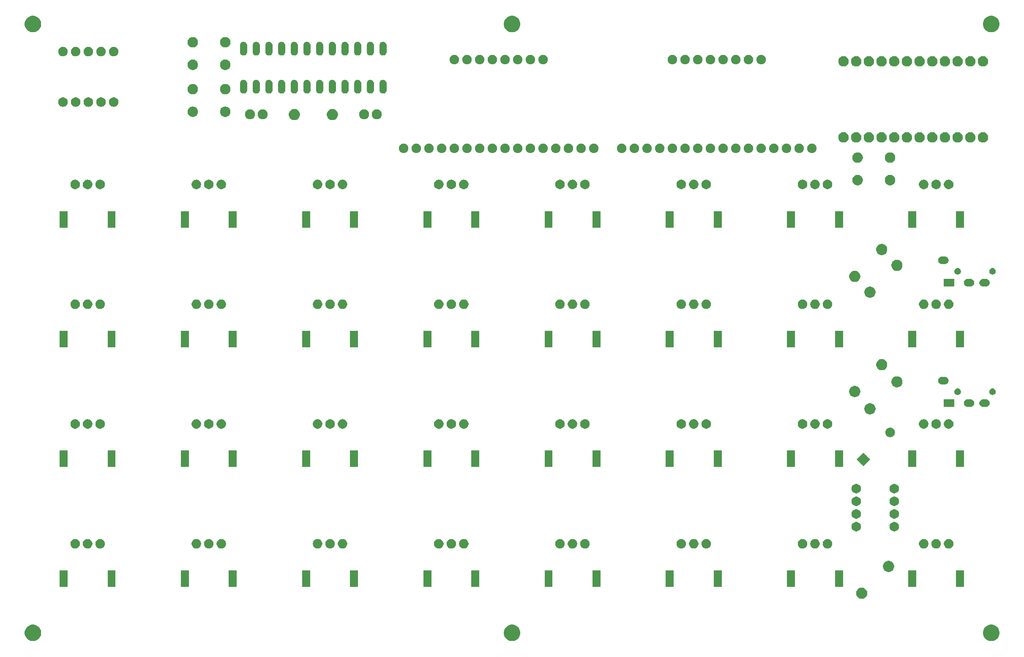
<source format=gbr>
G04 #@! TF.GenerationSoftware,KiCad,Pcbnew,(5.1.2-1)-1*
G04 #@! TF.CreationDate,2020-09-14T16:18:28+03:00*
G04 #@! TF.ProjectId,N32B,4e333242-2e6b-4696-9361-645f70636258,V0.1*
G04 #@! TF.SameCoordinates,Original*
G04 #@! TF.FileFunction,Soldermask,Bot*
G04 #@! TF.FilePolarity,Negative*
%FSLAX46Y46*%
G04 Gerber Fmt 4.6, Leading zero omitted, Abs format (unit mm)*
G04 Created by KiCad (PCBNEW (5.1.2-1)-1) date 2020-09-14 16:18:28*
%MOMM*%
%LPD*%
G04 APERTURE LIST*
%ADD10C,0.100000*%
G04 APERTURE END LIST*
D10*
G36*
X224897579Y-146724447D02*
G01*
X225198042Y-146848903D01*
X225468451Y-147029585D01*
X225698415Y-147259549D01*
X225879097Y-147529958D01*
X226003553Y-147830421D01*
X226067000Y-148149391D01*
X226067000Y-148474609D01*
X226003553Y-148793579D01*
X225879097Y-149094042D01*
X225698415Y-149364451D01*
X225468451Y-149594415D01*
X225198042Y-149775097D01*
X224897579Y-149899553D01*
X224578609Y-149963000D01*
X224253391Y-149963000D01*
X223934421Y-149899553D01*
X223633958Y-149775097D01*
X223363549Y-149594415D01*
X223133585Y-149364451D01*
X222952903Y-149094042D01*
X222828447Y-148793579D01*
X222765000Y-148474609D01*
X222765000Y-148149391D01*
X222828447Y-147830421D01*
X222952903Y-147529958D01*
X223133585Y-147259549D01*
X223363549Y-147029585D01*
X223633958Y-146848903D01*
X223934421Y-146724447D01*
X224253391Y-146661000D01*
X224578609Y-146661000D01*
X224897579Y-146724447D01*
X224897579Y-146724447D01*
G37*
G36*
X128897579Y-146724447D02*
G01*
X129198042Y-146848903D01*
X129468451Y-147029585D01*
X129698415Y-147259549D01*
X129879097Y-147529958D01*
X130003553Y-147830421D01*
X130067000Y-148149391D01*
X130067000Y-148474609D01*
X130003553Y-148793579D01*
X129879097Y-149094042D01*
X129698415Y-149364451D01*
X129468451Y-149594415D01*
X129198042Y-149775097D01*
X128897579Y-149899553D01*
X128578609Y-149963000D01*
X128253391Y-149963000D01*
X127934421Y-149899553D01*
X127633958Y-149775097D01*
X127363549Y-149594415D01*
X127133585Y-149364451D01*
X126952903Y-149094042D01*
X126828447Y-148793579D01*
X126765000Y-148474609D01*
X126765000Y-148149391D01*
X126828447Y-147830421D01*
X126952903Y-147529958D01*
X127133585Y-147259549D01*
X127363549Y-147029585D01*
X127633958Y-146848903D01*
X127934421Y-146724447D01*
X128253391Y-146661000D01*
X128578609Y-146661000D01*
X128897579Y-146724447D01*
X128897579Y-146724447D01*
G37*
G36*
X32897579Y-146724447D02*
G01*
X33198042Y-146848903D01*
X33468451Y-147029585D01*
X33698415Y-147259549D01*
X33879097Y-147529958D01*
X34003553Y-147830421D01*
X34067000Y-148149391D01*
X34067000Y-148474609D01*
X34003553Y-148793579D01*
X33879097Y-149094042D01*
X33698415Y-149364451D01*
X33468451Y-149594415D01*
X33198042Y-149775097D01*
X32897579Y-149899553D01*
X32578609Y-149963000D01*
X32253391Y-149963000D01*
X31934421Y-149899553D01*
X31633958Y-149775097D01*
X31363549Y-149594415D01*
X31133585Y-149364451D01*
X30952903Y-149094042D01*
X30828447Y-148793579D01*
X30765000Y-148474609D01*
X30765000Y-148149391D01*
X30828447Y-147830421D01*
X30952903Y-147529958D01*
X31133585Y-147259549D01*
X31363549Y-147029585D01*
X31633958Y-146848903D01*
X31934421Y-146724447D01*
X32253391Y-146661000D01*
X32578609Y-146661000D01*
X32897579Y-146724447D01*
X32897579Y-146724447D01*
G37*
G36*
X198779915Y-139296425D02*
G01*
X198983305Y-139380672D01*
X199166352Y-139502980D01*
X199322020Y-139658648D01*
X199444328Y-139841695D01*
X199528575Y-140045085D01*
X199571523Y-140261003D01*
X199571523Y-140481151D01*
X199528575Y-140697069D01*
X199444328Y-140900459D01*
X199322020Y-141083506D01*
X199166352Y-141239174D01*
X198983305Y-141361482D01*
X198779915Y-141445729D01*
X198563997Y-141488677D01*
X198343849Y-141488677D01*
X198127931Y-141445729D01*
X197924541Y-141361482D01*
X197741494Y-141239174D01*
X197585826Y-141083506D01*
X197463518Y-140900459D01*
X197379271Y-140697069D01*
X197336323Y-140481151D01*
X197336323Y-140261003D01*
X197379271Y-140045085D01*
X197463518Y-139841695D01*
X197585826Y-139658648D01*
X197741494Y-139502980D01*
X197924541Y-139380672D01*
X198127931Y-139296425D01*
X198343849Y-139253477D01*
X198563997Y-139253477D01*
X198779915Y-139296425D01*
X198779915Y-139296425D01*
G37*
G36*
X170411001Y-139091000D02*
G01*
X168809001Y-139091000D01*
X168809001Y-135789000D01*
X170411001Y-135789000D01*
X170411001Y-139091000D01*
X170411001Y-139091000D01*
G37*
G36*
X160811001Y-139091000D02*
G01*
X159209001Y-139091000D01*
X159209001Y-135789000D01*
X160811001Y-135789000D01*
X160811001Y-139091000D01*
X160811001Y-139091000D01*
G37*
G36*
X146125001Y-139091000D02*
G01*
X144523001Y-139091000D01*
X144523001Y-135789000D01*
X146125001Y-135789000D01*
X146125001Y-139091000D01*
X146125001Y-139091000D01*
G37*
G36*
X136525001Y-139091000D02*
G01*
X134923001Y-139091000D01*
X134923001Y-135789000D01*
X136525001Y-135789000D01*
X136525001Y-139091000D01*
X136525001Y-139091000D01*
G37*
G36*
X121839002Y-139091000D02*
G01*
X120237002Y-139091000D01*
X120237002Y-135789000D01*
X121839002Y-135789000D01*
X121839002Y-139091000D01*
X121839002Y-139091000D01*
G37*
G36*
X112239002Y-139091000D02*
G01*
X110637002Y-139091000D01*
X110637002Y-135789000D01*
X112239002Y-135789000D01*
X112239002Y-139091000D01*
X112239002Y-139091000D01*
G37*
G36*
X97553001Y-139091000D02*
G01*
X95951001Y-139091000D01*
X95951001Y-135789000D01*
X97553001Y-135789000D01*
X97553001Y-139091000D01*
X97553001Y-139091000D01*
G37*
G36*
X87953001Y-139091000D02*
G01*
X86351001Y-139091000D01*
X86351001Y-135789000D01*
X87953001Y-135789000D01*
X87953001Y-139091000D01*
X87953001Y-139091000D01*
G37*
G36*
X73267001Y-139091000D02*
G01*
X71665001Y-139091000D01*
X71665001Y-135789000D01*
X73267001Y-135789000D01*
X73267001Y-139091000D01*
X73267001Y-139091000D01*
G37*
G36*
X63667001Y-139091000D02*
G01*
X62065001Y-139091000D01*
X62065001Y-135789000D01*
X63667001Y-135789000D01*
X63667001Y-139091000D01*
X63667001Y-139091000D01*
G37*
G36*
X48981001Y-139091000D02*
G01*
X47379001Y-139091000D01*
X47379001Y-135789000D01*
X48981001Y-135789000D01*
X48981001Y-139091000D01*
X48981001Y-139091000D01*
G37*
G36*
X39381001Y-139091000D02*
G01*
X37779001Y-139091000D01*
X37779001Y-135789000D01*
X39381001Y-135789000D01*
X39381001Y-139091000D01*
X39381001Y-139091000D01*
G37*
G36*
X209383001Y-139091000D02*
G01*
X207781001Y-139091000D01*
X207781001Y-135789000D01*
X209383001Y-135789000D01*
X209383001Y-139091000D01*
X209383001Y-139091000D01*
G37*
G36*
X194697001Y-139091000D02*
G01*
X193095001Y-139091000D01*
X193095001Y-135789000D01*
X194697001Y-135789000D01*
X194697001Y-139091000D01*
X194697001Y-139091000D01*
G37*
G36*
X218983001Y-139091000D02*
G01*
X217381001Y-139091000D01*
X217381001Y-135789000D01*
X218983001Y-135789000D01*
X218983001Y-139091000D01*
X218983001Y-139091000D01*
G37*
G36*
X185097001Y-139091000D02*
G01*
X183495001Y-139091000D01*
X183495001Y-135789000D01*
X185097001Y-135789000D01*
X185097001Y-139091000D01*
X185097001Y-139091000D01*
G37*
G36*
X204168069Y-133908271D02*
G01*
X204371459Y-133992518D01*
X204554506Y-134114826D01*
X204710174Y-134270494D01*
X204832482Y-134453541D01*
X204916729Y-134656931D01*
X204959677Y-134872849D01*
X204959677Y-135092997D01*
X204916729Y-135308915D01*
X204832482Y-135512305D01*
X204710174Y-135695352D01*
X204554506Y-135851020D01*
X204371459Y-135973328D01*
X204168069Y-136057575D01*
X203952151Y-136100523D01*
X203732003Y-136100523D01*
X203516085Y-136057575D01*
X203312695Y-135973328D01*
X203129648Y-135851020D01*
X202973980Y-135695352D01*
X202851672Y-135512305D01*
X202767425Y-135308915D01*
X202724477Y-135092997D01*
X202724477Y-134872849D01*
X202767425Y-134656931D01*
X202851672Y-134453541D01*
X202973980Y-134270494D01*
X203129648Y-134114826D01*
X203312695Y-133992518D01*
X203516085Y-133908271D01*
X203732003Y-133865323D01*
X203952151Y-133865323D01*
X204168069Y-133908271D01*
X204168069Y-133908271D01*
G37*
G36*
X46157397Y-129525547D02*
G01*
X46330468Y-129597235D01*
X46486228Y-129701310D01*
X46618691Y-129833773D01*
X46722766Y-129989533D01*
X46794454Y-130162604D01*
X46831001Y-130346335D01*
X46831001Y-130533665D01*
X46794454Y-130717396D01*
X46722766Y-130890467D01*
X46618691Y-131046227D01*
X46486228Y-131178690D01*
X46330468Y-131282765D01*
X46157397Y-131354453D01*
X45973666Y-131391000D01*
X45786336Y-131391000D01*
X45602605Y-131354453D01*
X45429534Y-131282765D01*
X45273774Y-131178690D01*
X45141311Y-131046227D01*
X45037236Y-130890467D01*
X44965548Y-130717396D01*
X44929001Y-130533665D01*
X44929001Y-130346335D01*
X44965548Y-130162604D01*
X45037236Y-129989533D01*
X45141311Y-129833773D01*
X45273774Y-129701310D01*
X45429534Y-129597235D01*
X45602605Y-129525547D01*
X45786336Y-129489000D01*
X45973666Y-129489000D01*
X46157397Y-129525547D01*
X46157397Y-129525547D01*
G37*
G36*
X43657397Y-129525547D02*
G01*
X43830468Y-129597235D01*
X43986228Y-129701310D01*
X44118691Y-129833773D01*
X44222766Y-129989533D01*
X44294454Y-130162604D01*
X44331001Y-130346335D01*
X44331001Y-130533665D01*
X44294454Y-130717396D01*
X44222766Y-130890467D01*
X44118691Y-131046227D01*
X43986228Y-131178690D01*
X43830468Y-131282765D01*
X43657397Y-131354453D01*
X43473666Y-131391000D01*
X43286336Y-131391000D01*
X43102605Y-131354453D01*
X42929534Y-131282765D01*
X42773774Y-131178690D01*
X42641311Y-131046227D01*
X42537236Y-130890467D01*
X42465548Y-130717396D01*
X42429001Y-130533665D01*
X42429001Y-130346335D01*
X42465548Y-130162604D01*
X42537236Y-129989533D01*
X42641311Y-129833773D01*
X42773774Y-129701310D01*
X42929534Y-129597235D01*
X43102605Y-129525547D01*
X43286336Y-129489000D01*
X43473666Y-129489000D01*
X43657397Y-129525547D01*
X43657397Y-129525547D01*
G37*
G36*
X41157397Y-129525547D02*
G01*
X41330468Y-129597235D01*
X41486228Y-129701310D01*
X41618691Y-129833773D01*
X41722766Y-129989533D01*
X41794454Y-130162604D01*
X41831001Y-130346335D01*
X41831001Y-130533665D01*
X41794454Y-130717396D01*
X41722766Y-130890467D01*
X41618691Y-131046227D01*
X41486228Y-131178690D01*
X41330468Y-131282765D01*
X41157397Y-131354453D01*
X40973666Y-131391000D01*
X40786336Y-131391000D01*
X40602605Y-131354453D01*
X40429534Y-131282765D01*
X40273774Y-131178690D01*
X40141311Y-131046227D01*
X40037236Y-130890467D01*
X39965548Y-130717396D01*
X39929001Y-130533665D01*
X39929001Y-130346335D01*
X39965548Y-130162604D01*
X40037236Y-129989533D01*
X40141311Y-129833773D01*
X40273774Y-129701310D01*
X40429534Y-129597235D01*
X40602605Y-129525547D01*
X40786336Y-129489000D01*
X40973666Y-129489000D01*
X41157397Y-129525547D01*
X41157397Y-129525547D01*
G37*
G36*
X67943397Y-129525547D02*
G01*
X68116468Y-129597235D01*
X68272228Y-129701310D01*
X68404691Y-129833773D01*
X68508766Y-129989533D01*
X68580454Y-130162604D01*
X68617001Y-130346335D01*
X68617001Y-130533665D01*
X68580454Y-130717396D01*
X68508766Y-130890467D01*
X68404691Y-131046227D01*
X68272228Y-131178690D01*
X68116468Y-131282765D01*
X67943397Y-131354453D01*
X67759666Y-131391000D01*
X67572336Y-131391000D01*
X67388605Y-131354453D01*
X67215534Y-131282765D01*
X67059774Y-131178690D01*
X66927311Y-131046227D01*
X66823236Y-130890467D01*
X66751548Y-130717396D01*
X66715001Y-130533665D01*
X66715001Y-130346335D01*
X66751548Y-130162604D01*
X66823236Y-129989533D01*
X66927311Y-129833773D01*
X67059774Y-129701310D01*
X67215534Y-129597235D01*
X67388605Y-129525547D01*
X67572336Y-129489000D01*
X67759666Y-129489000D01*
X67943397Y-129525547D01*
X67943397Y-129525547D01*
G37*
G36*
X216159397Y-129525547D02*
G01*
X216332468Y-129597235D01*
X216488228Y-129701310D01*
X216620691Y-129833773D01*
X216724766Y-129989533D01*
X216796454Y-130162604D01*
X216833001Y-130346335D01*
X216833001Y-130533665D01*
X216796454Y-130717396D01*
X216724766Y-130890467D01*
X216620691Y-131046227D01*
X216488228Y-131178690D01*
X216332468Y-131282765D01*
X216159397Y-131354453D01*
X215975666Y-131391000D01*
X215788336Y-131391000D01*
X215604605Y-131354453D01*
X215431534Y-131282765D01*
X215275774Y-131178690D01*
X215143311Y-131046227D01*
X215039236Y-130890467D01*
X214967548Y-130717396D01*
X214931001Y-130533665D01*
X214931001Y-130346335D01*
X214967548Y-130162604D01*
X215039236Y-129989533D01*
X215143311Y-129833773D01*
X215275774Y-129701310D01*
X215431534Y-129597235D01*
X215604605Y-129525547D01*
X215788336Y-129489000D01*
X215975666Y-129489000D01*
X216159397Y-129525547D01*
X216159397Y-129525547D01*
G37*
G36*
X213659397Y-129525547D02*
G01*
X213832468Y-129597235D01*
X213988228Y-129701310D01*
X214120691Y-129833773D01*
X214224766Y-129989533D01*
X214296454Y-130162604D01*
X214333001Y-130346335D01*
X214333001Y-130533665D01*
X214296454Y-130717396D01*
X214224766Y-130890467D01*
X214120691Y-131046227D01*
X213988228Y-131178690D01*
X213832468Y-131282765D01*
X213659397Y-131354453D01*
X213475666Y-131391000D01*
X213288336Y-131391000D01*
X213104605Y-131354453D01*
X212931534Y-131282765D01*
X212775774Y-131178690D01*
X212643311Y-131046227D01*
X212539236Y-130890467D01*
X212467548Y-130717396D01*
X212431001Y-130533665D01*
X212431001Y-130346335D01*
X212467548Y-130162604D01*
X212539236Y-129989533D01*
X212643311Y-129833773D01*
X212775774Y-129701310D01*
X212931534Y-129597235D01*
X213104605Y-129525547D01*
X213288336Y-129489000D01*
X213475666Y-129489000D01*
X213659397Y-129525547D01*
X213659397Y-129525547D01*
G37*
G36*
X211159397Y-129525547D02*
G01*
X211332468Y-129597235D01*
X211488228Y-129701310D01*
X211620691Y-129833773D01*
X211724766Y-129989533D01*
X211796454Y-130162604D01*
X211833001Y-130346335D01*
X211833001Y-130533665D01*
X211796454Y-130717396D01*
X211724766Y-130890467D01*
X211620691Y-131046227D01*
X211488228Y-131178690D01*
X211332468Y-131282765D01*
X211159397Y-131354453D01*
X210975666Y-131391000D01*
X210788336Y-131391000D01*
X210604605Y-131354453D01*
X210431534Y-131282765D01*
X210275774Y-131178690D01*
X210143311Y-131046227D01*
X210039236Y-130890467D01*
X209967548Y-130717396D01*
X209931001Y-130533665D01*
X209931001Y-130346335D01*
X209967548Y-130162604D01*
X210039236Y-129989533D01*
X210143311Y-129833773D01*
X210275774Y-129701310D01*
X210431534Y-129597235D01*
X210604605Y-129525547D01*
X210788336Y-129489000D01*
X210975666Y-129489000D01*
X211159397Y-129525547D01*
X211159397Y-129525547D01*
G37*
G36*
X191873397Y-129525547D02*
G01*
X192046468Y-129597235D01*
X192202228Y-129701310D01*
X192334691Y-129833773D01*
X192438766Y-129989533D01*
X192510454Y-130162604D01*
X192547001Y-130346335D01*
X192547001Y-130533665D01*
X192510454Y-130717396D01*
X192438766Y-130890467D01*
X192334691Y-131046227D01*
X192202228Y-131178690D01*
X192046468Y-131282765D01*
X191873397Y-131354453D01*
X191689666Y-131391000D01*
X191502336Y-131391000D01*
X191318605Y-131354453D01*
X191145534Y-131282765D01*
X190989774Y-131178690D01*
X190857311Y-131046227D01*
X190753236Y-130890467D01*
X190681548Y-130717396D01*
X190645001Y-130533665D01*
X190645001Y-130346335D01*
X190681548Y-130162604D01*
X190753236Y-129989533D01*
X190857311Y-129833773D01*
X190989774Y-129701310D01*
X191145534Y-129597235D01*
X191318605Y-129525547D01*
X191502336Y-129489000D01*
X191689666Y-129489000D01*
X191873397Y-129525547D01*
X191873397Y-129525547D01*
G37*
G36*
X189373397Y-129525547D02*
G01*
X189546468Y-129597235D01*
X189702228Y-129701310D01*
X189834691Y-129833773D01*
X189938766Y-129989533D01*
X190010454Y-130162604D01*
X190047001Y-130346335D01*
X190047001Y-130533665D01*
X190010454Y-130717396D01*
X189938766Y-130890467D01*
X189834691Y-131046227D01*
X189702228Y-131178690D01*
X189546468Y-131282765D01*
X189373397Y-131354453D01*
X189189666Y-131391000D01*
X189002336Y-131391000D01*
X188818605Y-131354453D01*
X188645534Y-131282765D01*
X188489774Y-131178690D01*
X188357311Y-131046227D01*
X188253236Y-130890467D01*
X188181548Y-130717396D01*
X188145001Y-130533665D01*
X188145001Y-130346335D01*
X188181548Y-130162604D01*
X188253236Y-129989533D01*
X188357311Y-129833773D01*
X188489774Y-129701310D01*
X188645534Y-129597235D01*
X188818605Y-129525547D01*
X189002336Y-129489000D01*
X189189666Y-129489000D01*
X189373397Y-129525547D01*
X189373397Y-129525547D01*
G37*
G36*
X186873397Y-129525547D02*
G01*
X187046468Y-129597235D01*
X187202228Y-129701310D01*
X187334691Y-129833773D01*
X187438766Y-129989533D01*
X187510454Y-130162604D01*
X187547001Y-130346335D01*
X187547001Y-130533665D01*
X187510454Y-130717396D01*
X187438766Y-130890467D01*
X187334691Y-131046227D01*
X187202228Y-131178690D01*
X187046468Y-131282765D01*
X186873397Y-131354453D01*
X186689666Y-131391000D01*
X186502336Y-131391000D01*
X186318605Y-131354453D01*
X186145534Y-131282765D01*
X185989774Y-131178690D01*
X185857311Y-131046227D01*
X185753236Y-130890467D01*
X185681548Y-130717396D01*
X185645001Y-130533665D01*
X185645001Y-130346335D01*
X185681548Y-130162604D01*
X185753236Y-129989533D01*
X185857311Y-129833773D01*
X185989774Y-129701310D01*
X186145534Y-129597235D01*
X186318605Y-129525547D01*
X186502336Y-129489000D01*
X186689666Y-129489000D01*
X186873397Y-129525547D01*
X186873397Y-129525547D01*
G37*
G36*
X65443397Y-129525547D02*
G01*
X65616468Y-129597235D01*
X65772228Y-129701310D01*
X65904691Y-129833773D01*
X66008766Y-129989533D01*
X66080454Y-130162604D01*
X66117001Y-130346335D01*
X66117001Y-130533665D01*
X66080454Y-130717396D01*
X66008766Y-130890467D01*
X65904691Y-131046227D01*
X65772228Y-131178690D01*
X65616468Y-131282765D01*
X65443397Y-131354453D01*
X65259666Y-131391000D01*
X65072336Y-131391000D01*
X64888605Y-131354453D01*
X64715534Y-131282765D01*
X64559774Y-131178690D01*
X64427311Y-131046227D01*
X64323236Y-130890467D01*
X64251548Y-130717396D01*
X64215001Y-130533665D01*
X64215001Y-130346335D01*
X64251548Y-130162604D01*
X64323236Y-129989533D01*
X64427311Y-129833773D01*
X64559774Y-129701310D01*
X64715534Y-129597235D01*
X64888605Y-129525547D01*
X65072336Y-129489000D01*
X65259666Y-129489000D01*
X65443397Y-129525547D01*
X65443397Y-129525547D01*
G37*
G36*
X70443397Y-129525547D02*
G01*
X70616468Y-129597235D01*
X70772228Y-129701310D01*
X70904691Y-129833773D01*
X71008766Y-129989533D01*
X71080454Y-130162604D01*
X71117001Y-130346335D01*
X71117001Y-130533665D01*
X71080454Y-130717396D01*
X71008766Y-130890467D01*
X70904691Y-131046227D01*
X70772228Y-131178690D01*
X70616468Y-131282765D01*
X70443397Y-131354453D01*
X70259666Y-131391000D01*
X70072336Y-131391000D01*
X69888605Y-131354453D01*
X69715534Y-131282765D01*
X69559774Y-131178690D01*
X69427311Y-131046227D01*
X69323236Y-130890467D01*
X69251548Y-130717396D01*
X69215001Y-130533665D01*
X69215001Y-130346335D01*
X69251548Y-130162604D01*
X69323236Y-129989533D01*
X69427311Y-129833773D01*
X69559774Y-129701310D01*
X69715534Y-129597235D01*
X69888605Y-129525547D01*
X70072336Y-129489000D01*
X70259666Y-129489000D01*
X70443397Y-129525547D01*
X70443397Y-129525547D01*
G37*
G36*
X89729397Y-129525547D02*
G01*
X89902468Y-129597235D01*
X90058228Y-129701310D01*
X90190691Y-129833773D01*
X90294766Y-129989533D01*
X90366454Y-130162604D01*
X90403001Y-130346335D01*
X90403001Y-130533665D01*
X90366454Y-130717396D01*
X90294766Y-130890467D01*
X90190691Y-131046227D01*
X90058228Y-131178690D01*
X89902468Y-131282765D01*
X89729397Y-131354453D01*
X89545666Y-131391000D01*
X89358336Y-131391000D01*
X89174605Y-131354453D01*
X89001534Y-131282765D01*
X88845774Y-131178690D01*
X88713311Y-131046227D01*
X88609236Y-130890467D01*
X88537548Y-130717396D01*
X88501001Y-130533665D01*
X88501001Y-130346335D01*
X88537548Y-130162604D01*
X88609236Y-129989533D01*
X88713311Y-129833773D01*
X88845774Y-129701310D01*
X89001534Y-129597235D01*
X89174605Y-129525547D01*
X89358336Y-129489000D01*
X89545666Y-129489000D01*
X89729397Y-129525547D01*
X89729397Y-129525547D01*
G37*
G36*
X92229397Y-129525547D02*
G01*
X92402468Y-129597235D01*
X92558228Y-129701310D01*
X92690691Y-129833773D01*
X92794766Y-129989533D01*
X92866454Y-130162604D01*
X92903001Y-130346335D01*
X92903001Y-130533665D01*
X92866454Y-130717396D01*
X92794766Y-130890467D01*
X92690691Y-131046227D01*
X92558228Y-131178690D01*
X92402468Y-131282765D01*
X92229397Y-131354453D01*
X92045666Y-131391000D01*
X91858336Y-131391000D01*
X91674605Y-131354453D01*
X91501534Y-131282765D01*
X91345774Y-131178690D01*
X91213311Y-131046227D01*
X91109236Y-130890467D01*
X91037548Y-130717396D01*
X91001001Y-130533665D01*
X91001001Y-130346335D01*
X91037548Y-130162604D01*
X91109236Y-129989533D01*
X91213311Y-129833773D01*
X91345774Y-129701310D01*
X91501534Y-129597235D01*
X91674605Y-129525547D01*
X91858336Y-129489000D01*
X92045666Y-129489000D01*
X92229397Y-129525547D01*
X92229397Y-129525547D01*
G37*
G36*
X94729397Y-129525547D02*
G01*
X94902468Y-129597235D01*
X95058228Y-129701310D01*
X95190691Y-129833773D01*
X95294766Y-129989533D01*
X95366454Y-130162604D01*
X95403001Y-130346335D01*
X95403001Y-130533665D01*
X95366454Y-130717396D01*
X95294766Y-130890467D01*
X95190691Y-131046227D01*
X95058228Y-131178690D01*
X94902468Y-131282765D01*
X94729397Y-131354453D01*
X94545666Y-131391000D01*
X94358336Y-131391000D01*
X94174605Y-131354453D01*
X94001534Y-131282765D01*
X93845774Y-131178690D01*
X93713311Y-131046227D01*
X93609236Y-130890467D01*
X93537548Y-130717396D01*
X93501001Y-130533665D01*
X93501001Y-130346335D01*
X93537548Y-130162604D01*
X93609236Y-129989533D01*
X93713311Y-129833773D01*
X93845774Y-129701310D01*
X94001534Y-129597235D01*
X94174605Y-129525547D01*
X94358336Y-129489000D01*
X94545666Y-129489000D01*
X94729397Y-129525547D01*
X94729397Y-129525547D01*
G37*
G36*
X114015398Y-129525547D02*
G01*
X114188469Y-129597235D01*
X114344229Y-129701310D01*
X114476692Y-129833773D01*
X114580767Y-129989533D01*
X114652455Y-130162604D01*
X114689002Y-130346335D01*
X114689002Y-130533665D01*
X114652455Y-130717396D01*
X114580767Y-130890467D01*
X114476692Y-131046227D01*
X114344229Y-131178690D01*
X114188469Y-131282765D01*
X114015398Y-131354453D01*
X113831667Y-131391000D01*
X113644337Y-131391000D01*
X113460606Y-131354453D01*
X113287535Y-131282765D01*
X113131775Y-131178690D01*
X112999312Y-131046227D01*
X112895237Y-130890467D01*
X112823549Y-130717396D01*
X112787002Y-130533665D01*
X112787002Y-130346335D01*
X112823549Y-130162604D01*
X112895237Y-129989533D01*
X112999312Y-129833773D01*
X113131775Y-129701310D01*
X113287535Y-129597235D01*
X113460606Y-129525547D01*
X113644337Y-129489000D01*
X113831667Y-129489000D01*
X114015398Y-129525547D01*
X114015398Y-129525547D01*
G37*
G36*
X116515398Y-129525547D02*
G01*
X116688469Y-129597235D01*
X116844229Y-129701310D01*
X116976692Y-129833773D01*
X117080767Y-129989533D01*
X117152455Y-130162604D01*
X117189002Y-130346335D01*
X117189002Y-130533665D01*
X117152455Y-130717396D01*
X117080767Y-130890467D01*
X116976692Y-131046227D01*
X116844229Y-131178690D01*
X116688469Y-131282765D01*
X116515398Y-131354453D01*
X116331667Y-131391000D01*
X116144337Y-131391000D01*
X115960606Y-131354453D01*
X115787535Y-131282765D01*
X115631775Y-131178690D01*
X115499312Y-131046227D01*
X115395237Y-130890467D01*
X115323549Y-130717396D01*
X115287002Y-130533665D01*
X115287002Y-130346335D01*
X115323549Y-130162604D01*
X115395237Y-129989533D01*
X115499312Y-129833773D01*
X115631775Y-129701310D01*
X115787535Y-129597235D01*
X115960606Y-129525547D01*
X116144337Y-129489000D01*
X116331667Y-129489000D01*
X116515398Y-129525547D01*
X116515398Y-129525547D01*
G37*
G36*
X119015398Y-129525547D02*
G01*
X119188469Y-129597235D01*
X119344229Y-129701310D01*
X119476692Y-129833773D01*
X119580767Y-129989533D01*
X119652455Y-130162604D01*
X119689002Y-130346335D01*
X119689002Y-130533665D01*
X119652455Y-130717396D01*
X119580767Y-130890467D01*
X119476692Y-131046227D01*
X119344229Y-131178690D01*
X119188469Y-131282765D01*
X119015398Y-131354453D01*
X118831667Y-131391000D01*
X118644337Y-131391000D01*
X118460606Y-131354453D01*
X118287535Y-131282765D01*
X118131775Y-131178690D01*
X117999312Y-131046227D01*
X117895237Y-130890467D01*
X117823549Y-130717396D01*
X117787002Y-130533665D01*
X117787002Y-130346335D01*
X117823549Y-130162604D01*
X117895237Y-129989533D01*
X117999312Y-129833773D01*
X118131775Y-129701310D01*
X118287535Y-129597235D01*
X118460606Y-129525547D01*
X118644337Y-129489000D01*
X118831667Y-129489000D01*
X119015398Y-129525547D01*
X119015398Y-129525547D01*
G37*
G36*
X138301397Y-129525547D02*
G01*
X138474468Y-129597235D01*
X138630228Y-129701310D01*
X138762691Y-129833773D01*
X138866766Y-129989533D01*
X138938454Y-130162604D01*
X138975001Y-130346335D01*
X138975001Y-130533665D01*
X138938454Y-130717396D01*
X138866766Y-130890467D01*
X138762691Y-131046227D01*
X138630228Y-131178690D01*
X138474468Y-131282765D01*
X138301397Y-131354453D01*
X138117666Y-131391000D01*
X137930336Y-131391000D01*
X137746605Y-131354453D01*
X137573534Y-131282765D01*
X137417774Y-131178690D01*
X137285311Y-131046227D01*
X137181236Y-130890467D01*
X137109548Y-130717396D01*
X137073001Y-130533665D01*
X137073001Y-130346335D01*
X137109548Y-130162604D01*
X137181236Y-129989533D01*
X137285311Y-129833773D01*
X137417774Y-129701310D01*
X137573534Y-129597235D01*
X137746605Y-129525547D01*
X137930336Y-129489000D01*
X138117666Y-129489000D01*
X138301397Y-129525547D01*
X138301397Y-129525547D01*
G37*
G36*
X140801397Y-129525547D02*
G01*
X140974468Y-129597235D01*
X141130228Y-129701310D01*
X141262691Y-129833773D01*
X141366766Y-129989533D01*
X141438454Y-130162604D01*
X141475001Y-130346335D01*
X141475001Y-130533665D01*
X141438454Y-130717396D01*
X141366766Y-130890467D01*
X141262691Y-131046227D01*
X141130228Y-131178690D01*
X140974468Y-131282765D01*
X140801397Y-131354453D01*
X140617666Y-131391000D01*
X140430336Y-131391000D01*
X140246605Y-131354453D01*
X140073534Y-131282765D01*
X139917774Y-131178690D01*
X139785311Y-131046227D01*
X139681236Y-130890467D01*
X139609548Y-130717396D01*
X139573001Y-130533665D01*
X139573001Y-130346335D01*
X139609548Y-130162604D01*
X139681236Y-129989533D01*
X139785311Y-129833773D01*
X139917774Y-129701310D01*
X140073534Y-129597235D01*
X140246605Y-129525547D01*
X140430336Y-129489000D01*
X140617666Y-129489000D01*
X140801397Y-129525547D01*
X140801397Y-129525547D01*
G37*
G36*
X143301397Y-129525547D02*
G01*
X143474468Y-129597235D01*
X143630228Y-129701310D01*
X143762691Y-129833773D01*
X143866766Y-129989533D01*
X143938454Y-130162604D01*
X143975001Y-130346335D01*
X143975001Y-130533665D01*
X143938454Y-130717396D01*
X143866766Y-130890467D01*
X143762691Y-131046227D01*
X143630228Y-131178690D01*
X143474468Y-131282765D01*
X143301397Y-131354453D01*
X143117666Y-131391000D01*
X142930336Y-131391000D01*
X142746605Y-131354453D01*
X142573534Y-131282765D01*
X142417774Y-131178690D01*
X142285311Y-131046227D01*
X142181236Y-130890467D01*
X142109548Y-130717396D01*
X142073001Y-130533665D01*
X142073001Y-130346335D01*
X142109548Y-130162604D01*
X142181236Y-129989533D01*
X142285311Y-129833773D01*
X142417774Y-129701310D01*
X142573534Y-129597235D01*
X142746605Y-129525547D01*
X142930336Y-129489000D01*
X143117666Y-129489000D01*
X143301397Y-129525547D01*
X143301397Y-129525547D01*
G37*
G36*
X162587397Y-129525547D02*
G01*
X162760468Y-129597235D01*
X162916228Y-129701310D01*
X163048691Y-129833773D01*
X163152766Y-129989533D01*
X163224454Y-130162604D01*
X163261001Y-130346335D01*
X163261001Y-130533665D01*
X163224454Y-130717396D01*
X163152766Y-130890467D01*
X163048691Y-131046227D01*
X162916228Y-131178690D01*
X162760468Y-131282765D01*
X162587397Y-131354453D01*
X162403666Y-131391000D01*
X162216336Y-131391000D01*
X162032605Y-131354453D01*
X161859534Y-131282765D01*
X161703774Y-131178690D01*
X161571311Y-131046227D01*
X161467236Y-130890467D01*
X161395548Y-130717396D01*
X161359001Y-130533665D01*
X161359001Y-130346335D01*
X161395548Y-130162604D01*
X161467236Y-129989533D01*
X161571311Y-129833773D01*
X161703774Y-129701310D01*
X161859534Y-129597235D01*
X162032605Y-129525547D01*
X162216336Y-129489000D01*
X162403666Y-129489000D01*
X162587397Y-129525547D01*
X162587397Y-129525547D01*
G37*
G36*
X165087397Y-129525547D02*
G01*
X165260468Y-129597235D01*
X165416228Y-129701310D01*
X165548691Y-129833773D01*
X165652766Y-129989533D01*
X165724454Y-130162604D01*
X165761001Y-130346335D01*
X165761001Y-130533665D01*
X165724454Y-130717396D01*
X165652766Y-130890467D01*
X165548691Y-131046227D01*
X165416228Y-131178690D01*
X165260468Y-131282765D01*
X165087397Y-131354453D01*
X164903666Y-131391000D01*
X164716336Y-131391000D01*
X164532605Y-131354453D01*
X164359534Y-131282765D01*
X164203774Y-131178690D01*
X164071311Y-131046227D01*
X163967236Y-130890467D01*
X163895548Y-130717396D01*
X163859001Y-130533665D01*
X163859001Y-130346335D01*
X163895548Y-130162604D01*
X163967236Y-129989533D01*
X164071311Y-129833773D01*
X164203774Y-129701310D01*
X164359534Y-129597235D01*
X164532605Y-129525547D01*
X164716336Y-129489000D01*
X164903666Y-129489000D01*
X165087397Y-129525547D01*
X165087397Y-129525547D01*
G37*
G36*
X167587397Y-129525547D02*
G01*
X167760468Y-129597235D01*
X167916228Y-129701310D01*
X168048691Y-129833773D01*
X168152766Y-129989533D01*
X168224454Y-130162604D01*
X168261001Y-130346335D01*
X168261001Y-130533665D01*
X168224454Y-130717396D01*
X168152766Y-130890467D01*
X168048691Y-131046227D01*
X167916228Y-131178690D01*
X167760468Y-131282765D01*
X167587397Y-131354453D01*
X167403666Y-131391000D01*
X167216336Y-131391000D01*
X167032605Y-131354453D01*
X166859534Y-131282765D01*
X166703774Y-131178690D01*
X166571311Y-131046227D01*
X166467236Y-130890467D01*
X166395548Y-130717396D01*
X166359001Y-130533665D01*
X166359001Y-130346335D01*
X166395548Y-130162604D01*
X166467236Y-129989533D01*
X166571311Y-129833773D01*
X166703774Y-129701310D01*
X166859534Y-129597235D01*
X167032605Y-129525547D01*
X167216336Y-129489000D01*
X167403666Y-129489000D01*
X167587397Y-129525547D01*
X167587397Y-129525547D01*
G37*
G36*
X205268096Y-126110947D02*
G01*
X205441167Y-126182635D01*
X205596927Y-126286710D01*
X205729390Y-126419173D01*
X205833465Y-126574933D01*
X205905153Y-126748004D01*
X205941700Y-126931735D01*
X205941700Y-127119065D01*
X205905153Y-127302796D01*
X205833465Y-127475867D01*
X205729390Y-127631627D01*
X205596927Y-127764090D01*
X205441167Y-127868165D01*
X205268096Y-127939853D01*
X205084365Y-127976400D01*
X204897035Y-127976400D01*
X204713304Y-127939853D01*
X204540233Y-127868165D01*
X204384473Y-127764090D01*
X204252010Y-127631627D01*
X204147935Y-127475867D01*
X204076247Y-127302796D01*
X204039700Y-127119065D01*
X204039700Y-126931735D01*
X204076247Y-126748004D01*
X204147935Y-126574933D01*
X204252010Y-126419173D01*
X204384473Y-126286710D01*
X204540233Y-126182635D01*
X204713304Y-126110947D01*
X204897035Y-126074400D01*
X205084365Y-126074400D01*
X205268096Y-126110947D01*
X205268096Y-126110947D01*
G37*
G36*
X197648096Y-126110947D02*
G01*
X197821167Y-126182635D01*
X197976927Y-126286710D01*
X198109390Y-126419173D01*
X198213465Y-126574933D01*
X198285153Y-126748004D01*
X198321700Y-126931735D01*
X198321700Y-127119065D01*
X198285153Y-127302796D01*
X198213465Y-127475867D01*
X198109390Y-127631627D01*
X197976927Y-127764090D01*
X197821167Y-127868165D01*
X197648096Y-127939853D01*
X197464365Y-127976400D01*
X197277035Y-127976400D01*
X197093304Y-127939853D01*
X196920233Y-127868165D01*
X196764473Y-127764090D01*
X196632010Y-127631627D01*
X196527935Y-127475867D01*
X196456247Y-127302796D01*
X196419700Y-127119065D01*
X196419700Y-126931735D01*
X196456247Y-126748004D01*
X196527935Y-126574933D01*
X196632010Y-126419173D01*
X196764473Y-126286710D01*
X196920233Y-126182635D01*
X197093304Y-126110947D01*
X197277035Y-126074400D01*
X197464365Y-126074400D01*
X197648096Y-126110947D01*
X197648096Y-126110947D01*
G37*
G36*
X205268096Y-123570947D02*
G01*
X205441167Y-123642635D01*
X205596927Y-123746710D01*
X205729390Y-123879173D01*
X205833465Y-124034933D01*
X205905153Y-124208004D01*
X205941700Y-124391735D01*
X205941700Y-124579065D01*
X205905153Y-124762796D01*
X205833465Y-124935867D01*
X205729390Y-125091627D01*
X205596927Y-125224090D01*
X205441167Y-125328165D01*
X205268096Y-125399853D01*
X205084365Y-125436400D01*
X204897035Y-125436400D01*
X204713304Y-125399853D01*
X204540233Y-125328165D01*
X204384473Y-125224090D01*
X204252010Y-125091627D01*
X204147935Y-124935867D01*
X204076247Y-124762796D01*
X204039700Y-124579065D01*
X204039700Y-124391735D01*
X204076247Y-124208004D01*
X204147935Y-124034933D01*
X204252010Y-123879173D01*
X204384473Y-123746710D01*
X204540233Y-123642635D01*
X204713304Y-123570947D01*
X204897035Y-123534400D01*
X205084365Y-123534400D01*
X205268096Y-123570947D01*
X205268096Y-123570947D01*
G37*
G36*
X197648096Y-123570947D02*
G01*
X197821167Y-123642635D01*
X197976927Y-123746710D01*
X198109390Y-123879173D01*
X198213465Y-124034933D01*
X198285153Y-124208004D01*
X198321700Y-124391735D01*
X198321700Y-124579065D01*
X198285153Y-124762796D01*
X198213465Y-124935867D01*
X198109390Y-125091627D01*
X197976927Y-125224090D01*
X197821167Y-125328165D01*
X197648096Y-125399853D01*
X197464365Y-125436400D01*
X197277035Y-125436400D01*
X197093304Y-125399853D01*
X196920233Y-125328165D01*
X196764473Y-125224090D01*
X196632010Y-125091627D01*
X196527935Y-124935867D01*
X196456247Y-124762796D01*
X196419700Y-124579065D01*
X196419700Y-124391735D01*
X196456247Y-124208004D01*
X196527935Y-124034933D01*
X196632010Y-123879173D01*
X196764473Y-123746710D01*
X196920233Y-123642635D01*
X197093304Y-123570947D01*
X197277035Y-123534400D01*
X197464365Y-123534400D01*
X197648096Y-123570947D01*
X197648096Y-123570947D01*
G37*
G36*
X197648096Y-121030947D02*
G01*
X197821167Y-121102635D01*
X197976927Y-121206710D01*
X198109390Y-121339173D01*
X198213465Y-121494933D01*
X198285153Y-121668004D01*
X198321700Y-121851735D01*
X198321700Y-122039065D01*
X198285153Y-122222796D01*
X198213465Y-122395867D01*
X198109390Y-122551627D01*
X197976927Y-122684090D01*
X197821167Y-122788165D01*
X197648096Y-122859853D01*
X197464365Y-122896400D01*
X197277035Y-122896400D01*
X197093304Y-122859853D01*
X196920233Y-122788165D01*
X196764473Y-122684090D01*
X196632010Y-122551627D01*
X196527935Y-122395867D01*
X196456247Y-122222796D01*
X196419700Y-122039065D01*
X196419700Y-121851735D01*
X196456247Y-121668004D01*
X196527935Y-121494933D01*
X196632010Y-121339173D01*
X196764473Y-121206710D01*
X196920233Y-121102635D01*
X197093304Y-121030947D01*
X197277035Y-120994400D01*
X197464365Y-120994400D01*
X197648096Y-121030947D01*
X197648096Y-121030947D01*
G37*
G36*
X205268096Y-121030947D02*
G01*
X205441167Y-121102635D01*
X205596927Y-121206710D01*
X205729390Y-121339173D01*
X205833465Y-121494933D01*
X205905153Y-121668004D01*
X205941700Y-121851735D01*
X205941700Y-122039065D01*
X205905153Y-122222796D01*
X205833465Y-122395867D01*
X205729390Y-122551627D01*
X205596927Y-122684090D01*
X205441167Y-122788165D01*
X205268096Y-122859853D01*
X205084365Y-122896400D01*
X204897035Y-122896400D01*
X204713304Y-122859853D01*
X204540233Y-122788165D01*
X204384473Y-122684090D01*
X204252010Y-122551627D01*
X204147935Y-122395867D01*
X204076247Y-122222796D01*
X204039700Y-122039065D01*
X204039700Y-121851735D01*
X204076247Y-121668004D01*
X204147935Y-121494933D01*
X204252010Y-121339173D01*
X204384473Y-121206710D01*
X204540233Y-121102635D01*
X204713304Y-121030947D01*
X204897035Y-120994400D01*
X205084365Y-120994400D01*
X205268096Y-121030947D01*
X205268096Y-121030947D01*
G37*
G36*
X197648096Y-118490947D02*
G01*
X197821167Y-118562635D01*
X197976927Y-118666710D01*
X198109390Y-118799173D01*
X198213465Y-118954933D01*
X198285153Y-119128004D01*
X198321700Y-119311735D01*
X198321700Y-119499065D01*
X198285153Y-119682796D01*
X198213465Y-119855867D01*
X198109390Y-120011627D01*
X197976927Y-120144090D01*
X197821167Y-120248165D01*
X197648096Y-120319853D01*
X197464365Y-120356400D01*
X197277035Y-120356400D01*
X197093304Y-120319853D01*
X196920233Y-120248165D01*
X196764473Y-120144090D01*
X196632010Y-120011627D01*
X196527935Y-119855867D01*
X196456247Y-119682796D01*
X196419700Y-119499065D01*
X196419700Y-119311735D01*
X196456247Y-119128004D01*
X196527935Y-118954933D01*
X196632010Y-118799173D01*
X196764473Y-118666710D01*
X196920233Y-118562635D01*
X197093304Y-118490947D01*
X197277035Y-118454400D01*
X197464365Y-118454400D01*
X197648096Y-118490947D01*
X197648096Y-118490947D01*
G37*
G36*
X205268096Y-118490947D02*
G01*
X205441167Y-118562635D01*
X205596927Y-118666710D01*
X205729390Y-118799173D01*
X205833465Y-118954933D01*
X205905153Y-119128004D01*
X205941700Y-119311735D01*
X205941700Y-119499065D01*
X205905153Y-119682796D01*
X205833465Y-119855867D01*
X205729390Y-120011627D01*
X205596927Y-120144090D01*
X205441167Y-120248165D01*
X205268096Y-120319853D01*
X205084365Y-120356400D01*
X204897035Y-120356400D01*
X204713304Y-120319853D01*
X204540233Y-120248165D01*
X204384473Y-120144090D01*
X204252010Y-120011627D01*
X204147935Y-119855867D01*
X204076247Y-119682796D01*
X204039700Y-119499065D01*
X204039700Y-119311735D01*
X204076247Y-119128004D01*
X204147935Y-118954933D01*
X204252010Y-118799173D01*
X204384473Y-118666710D01*
X204540233Y-118562635D01*
X204713304Y-118490947D01*
X204897035Y-118454400D01*
X205084365Y-118454400D01*
X205268096Y-118490947D01*
X205268096Y-118490947D01*
G37*
G36*
X121839002Y-115090999D02*
G01*
X120237002Y-115090999D01*
X120237002Y-111788999D01*
X121839002Y-111788999D01*
X121839002Y-115090999D01*
X121839002Y-115090999D01*
G37*
G36*
X194697001Y-115090999D02*
G01*
X193095001Y-115090999D01*
X193095001Y-111788999D01*
X194697001Y-111788999D01*
X194697001Y-115090999D01*
X194697001Y-115090999D01*
G37*
G36*
X209383001Y-115090999D02*
G01*
X207781001Y-115090999D01*
X207781001Y-111788999D01*
X209383001Y-111788999D01*
X209383001Y-115090999D01*
X209383001Y-115090999D01*
G37*
G36*
X218983001Y-115090999D02*
G01*
X217381001Y-115090999D01*
X217381001Y-111788999D01*
X218983001Y-111788999D01*
X218983001Y-115090999D01*
X218983001Y-115090999D01*
G37*
G36*
X185097001Y-115090999D02*
G01*
X183495001Y-115090999D01*
X183495001Y-111788999D01*
X185097001Y-111788999D01*
X185097001Y-115090999D01*
X185097001Y-115090999D01*
G37*
G36*
X160811001Y-115090999D02*
G01*
X159209001Y-115090999D01*
X159209001Y-111788999D01*
X160811001Y-111788999D01*
X160811001Y-115090999D01*
X160811001Y-115090999D01*
G37*
G36*
X39381001Y-115090999D02*
G01*
X37779001Y-115090999D01*
X37779001Y-111788999D01*
X39381001Y-111788999D01*
X39381001Y-115090999D01*
X39381001Y-115090999D01*
G37*
G36*
X48981001Y-115090999D02*
G01*
X47379001Y-115090999D01*
X47379001Y-111788999D01*
X48981001Y-111788999D01*
X48981001Y-115090999D01*
X48981001Y-115090999D01*
G37*
G36*
X170411001Y-115090999D02*
G01*
X168809001Y-115090999D01*
X168809001Y-111788999D01*
X170411001Y-111788999D01*
X170411001Y-115090999D01*
X170411001Y-115090999D01*
G37*
G36*
X136525001Y-115090999D02*
G01*
X134923001Y-115090999D01*
X134923001Y-111788999D01*
X136525001Y-111788999D01*
X136525001Y-115090999D01*
X136525001Y-115090999D01*
G37*
G36*
X146125001Y-115090999D02*
G01*
X144523001Y-115090999D01*
X144523001Y-111788999D01*
X146125001Y-111788999D01*
X146125001Y-115090999D01*
X146125001Y-115090999D01*
G37*
G36*
X87953001Y-115090999D02*
G01*
X86351001Y-115090999D01*
X86351001Y-111788999D01*
X87953001Y-111788999D01*
X87953001Y-115090999D01*
X87953001Y-115090999D01*
G37*
G36*
X97553001Y-115090999D02*
G01*
X95951001Y-115090999D01*
X95951001Y-111788999D01*
X97553001Y-111788999D01*
X97553001Y-115090999D01*
X97553001Y-115090999D01*
G37*
G36*
X112239002Y-115090999D02*
G01*
X110637002Y-115090999D01*
X110637002Y-111788999D01*
X112239002Y-111788999D01*
X112239002Y-115090999D01*
X112239002Y-115090999D01*
G37*
G36*
X63667001Y-115090999D02*
G01*
X62065001Y-115090999D01*
X62065001Y-111788999D01*
X63667001Y-111788999D01*
X63667001Y-115090999D01*
X63667001Y-115090999D01*
G37*
G36*
X73267001Y-115090999D02*
G01*
X71665001Y-115090999D01*
X71665001Y-111788999D01*
X73267001Y-111788999D01*
X73267001Y-115090999D01*
X73267001Y-115090999D01*
G37*
G36*
X200117917Y-113527000D02*
G01*
X198773000Y-114871917D01*
X197428083Y-113527000D01*
X198773000Y-112182083D01*
X200117917Y-113527000D01*
X200117917Y-113527000D01*
G37*
G36*
X204347583Y-107201607D02*
G01*
X204452822Y-107233531D01*
X204526851Y-107255987D01*
X204692058Y-107344293D01*
X204836866Y-107463134D01*
X204955707Y-107607942D01*
X205044013Y-107773149D01*
X205098393Y-107952418D01*
X205116755Y-108138846D01*
X205098393Y-108325274D01*
X205044013Y-108504543D01*
X204955707Y-108669750D01*
X204836866Y-108814558D01*
X204692058Y-108933399D01*
X204526851Y-109021705D01*
X204452822Y-109044161D01*
X204347583Y-109076085D01*
X204207868Y-109089846D01*
X204114440Y-109089846D01*
X203974725Y-109076085D01*
X203869486Y-109044161D01*
X203795457Y-109021705D01*
X203630250Y-108933399D01*
X203485442Y-108814558D01*
X203366601Y-108669750D01*
X203278295Y-108504543D01*
X203223915Y-108325274D01*
X203205553Y-108138846D01*
X203223915Y-107952418D01*
X203278295Y-107773149D01*
X203366601Y-107607942D01*
X203485442Y-107463134D01*
X203630250Y-107344293D01*
X203795457Y-107255987D01*
X203869486Y-107233531D01*
X203974725Y-107201607D01*
X204114440Y-107187846D01*
X204207868Y-107187846D01*
X204347583Y-107201607D01*
X204347583Y-107201607D01*
G37*
G36*
X216159397Y-105525546D02*
G01*
X216332468Y-105597234D01*
X216488228Y-105701309D01*
X216620691Y-105833772D01*
X216724766Y-105989532D01*
X216796454Y-106162603D01*
X216833001Y-106346334D01*
X216833001Y-106533664D01*
X216796454Y-106717395D01*
X216724766Y-106890466D01*
X216620691Y-107046226D01*
X216488228Y-107178689D01*
X216332468Y-107282764D01*
X216159397Y-107354452D01*
X215975666Y-107390999D01*
X215788336Y-107390999D01*
X215604605Y-107354452D01*
X215431534Y-107282764D01*
X215275774Y-107178689D01*
X215143311Y-107046226D01*
X215039236Y-106890466D01*
X214967548Y-106717395D01*
X214931001Y-106533664D01*
X214931001Y-106346334D01*
X214967548Y-106162603D01*
X215039236Y-105989532D01*
X215143311Y-105833772D01*
X215275774Y-105701309D01*
X215431534Y-105597234D01*
X215604605Y-105525546D01*
X215788336Y-105488999D01*
X215975666Y-105488999D01*
X216159397Y-105525546D01*
X216159397Y-105525546D01*
G37*
G36*
X213659397Y-105525546D02*
G01*
X213832468Y-105597234D01*
X213988228Y-105701309D01*
X214120691Y-105833772D01*
X214224766Y-105989532D01*
X214296454Y-106162603D01*
X214333001Y-106346334D01*
X214333001Y-106533664D01*
X214296454Y-106717395D01*
X214224766Y-106890466D01*
X214120691Y-107046226D01*
X213988228Y-107178689D01*
X213832468Y-107282764D01*
X213659397Y-107354452D01*
X213475666Y-107390999D01*
X213288336Y-107390999D01*
X213104605Y-107354452D01*
X212931534Y-107282764D01*
X212775774Y-107178689D01*
X212643311Y-107046226D01*
X212539236Y-106890466D01*
X212467548Y-106717395D01*
X212431001Y-106533664D01*
X212431001Y-106346334D01*
X212467548Y-106162603D01*
X212539236Y-105989532D01*
X212643311Y-105833772D01*
X212775774Y-105701309D01*
X212931534Y-105597234D01*
X213104605Y-105525546D01*
X213288336Y-105488999D01*
X213475666Y-105488999D01*
X213659397Y-105525546D01*
X213659397Y-105525546D01*
G37*
G36*
X211159397Y-105525546D02*
G01*
X211332468Y-105597234D01*
X211488228Y-105701309D01*
X211620691Y-105833772D01*
X211724766Y-105989532D01*
X211796454Y-106162603D01*
X211833001Y-106346334D01*
X211833001Y-106533664D01*
X211796454Y-106717395D01*
X211724766Y-106890466D01*
X211620691Y-107046226D01*
X211488228Y-107178689D01*
X211332468Y-107282764D01*
X211159397Y-107354452D01*
X210975666Y-107390999D01*
X210788336Y-107390999D01*
X210604605Y-107354452D01*
X210431534Y-107282764D01*
X210275774Y-107178689D01*
X210143311Y-107046226D01*
X210039236Y-106890466D01*
X209967548Y-106717395D01*
X209931001Y-106533664D01*
X209931001Y-106346334D01*
X209967548Y-106162603D01*
X210039236Y-105989532D01*
X210143311Y-105833772D01*
X210275774Y-105701309D01*
X210431534Y-105597234D01*
X210604605Y-105525546D01*
X210788336Y-105488999D01*
X210975666Y-105488999D01*
X211159397Y-105525546D01*
X211159397Y-105525546D01*
G37*
G36*
X191873397Y-105525546D02*
G01*
X192046468Y-105597234D01*
X192202228Y-105701309D01*
X192334691Y-105833772D01*
X192438766Y-105989532D01*
X192510454Y-106162603D01*
X192547001Y-106346334D01*
X192547001Y-106533664D01*
X192510454Y-106717395D01*
X192438766Y-106890466D01*
X192334691Y-107046226D01*
X192202228Y-107178689D01*
X192046468Y-107282764D01*
X191873397Y-107354452D01*
X191689666Y-107390999D01*
X191502336Y-107390999D01*
X191318605Y-107354452D01*
X191145534Y-107282764D01*
X190989774Y-107178689D01*
X190857311Y-107046226D01*
X190753236Y-106890466D01*
X190681548Y-106717395D01*
X190645001Y-106533664D01*
X190645001Y-106346334D01*
X190681548Y-106162603D01*
X190753236Y-105989532D01*
X190857311Y-105833772D01*
X190989774Y-105701309D01*
X191145534Y-105597234D01*
X191318605Y-105525546D01*
X191502336Y-105488999D01*
X191689666Y-105488999D01*
X191873397Y-105525546D01*
X191873397Y-105525546D01*
G37*
G36*
X189373397Y-105525546D02*
G01*
X189546468Y-105597234D01*
X189702228Y-105701309D01*
X189834691Y-105833772D01*
X189938766Y-105989532D01*
X190010454Y-106162603D01*
X190047001Y-106346334D01*
X190047001Y-106533664D01*
X190010454Y-106717395D01*
X189938766Y-106890466D01*
X189834691Y-107046226D01*
X189702228Y-107178689D01*
X189546468Y-107282764D01*
X189373397Y-107354452D01*
X189189666Y-107390999D01*
X189002336Y-107390999D01*
X188818605Y-107354452D01*
X188645534Y-107282764D01*
X188489774Y-107178689D01*
X188357311Y-107046226D01*
X188253236Y-106890466D01*
X188181548Y-106717395D01*
X188145001Y-106533664D01*
X188145001Y-106346334D01*
X188181548Y-106162603D01*
X188253236Y-105989532D01*
X188357311Y-105833772D01*
X188489774Y-105701309D01*
X188645534Y-105597234D01*
X188818605Y-105525546D01*
X189002336Y-105488999D01*
X189189666Y-105488999D01*
X189373397Y-105525546D01*
X189373397Y-105525546D01*
G37*
G36*
X186873397Y-105525546D02*
G01*
X187046468Y-105597234D01*
X187202228Y-105701309D01*
X187334691Y-105833772D01*
X187438766Y-105989532D01*
X187510454Y-106162603D01*
X187547001Y-106346334D01*
X187547001Y-106533664D01*
X187510454Y-106717395D01*
X187438766Y-106890466D01*
X187334691Y-107046226D01*
X187202228Y-107178689D01*
X187046468Y-107282764D01*
X186873397Y-107354452D01*
X186689666Y-107390999D01*
X186502336Y-107390999D01*
X186318605Y-107354452D01*
X186145534Y-107282764D01*
X185989774Y-107178689D01*
X185857311Y-107046226D01*
X185753236Y-106890466D01*
X185681548Y-106717395D01*
X185645001Y-106533664D01*
X185645001Y-106346334D01*
X185681548Y-106162603D01*
X185753236Y-105989532D01*
X185857311Y-105833772D01*
X185989774Y-105701309D01*
X186145534Y-105597234D01*
X186318605Y-105525546D01*
X186502336Y-105488999D01*
X186689666Y-105488999D01*
X186873397Y-105525546D01*
X186873397Y-105525546D01*
G37*
G36*
X167587397Y-105525546D02*
G01*
X167760468Y-105597234D01*
X167916228Y-105701309D01*
X168048691Y-105833772D01*
X168152766Y-105989532D01*
X168224454Y-106162603D01*
X168261001Y-106346334D01*
X168261001Y-106533664D01*
X168224454Y-106717395D01*
X168152766Y-106890466D01*
X168048691Y-107046226D01*
X167916228Y-107178689D01*
X167760468Y-107282764D01*
X167587397Y-107354452D01*
X167403666Y-107390999D01*
X167216336Y-107390999D01*
X167032605Y-107354452D01*
X166859534Y-107282764D01*
X166703774Y-107178689D01*
X166571311Y-107046226D01*
X166467236Y-106890466D01*
X166395548Y-106717395D01*
X166359001Y-106533664D01*
X166359001Y-106346334D01*
X166395548Y-106162603D01*
X166467236Y-105989532D01*
X166571311Y-105833772D01*
X166703774Y-105701309D01*
X166859534Y-105597234D01*
X167032605Y-105525546D01*
X167216336Y-105488999D01*
X167403666Y-105488999D01*
X167587397Y-105525546D01*
X167587397Y-105525546D01*
G37*
G36*
X165087397Y-105525546D02*
G01*
X165260468Y-105597234D01*
X165416228Y-105701309D01*
X165548691Y-105833772D01*
X165652766Y-105989532D01*
X165724454Y-106162603D01*
X165761001Y-106346334D01*
X165761001Y-106533664D01*
X165724454Y-106717395D01*
X165652766Y-106890466D01*
X165548691Y-107046226D01*
X165416228Y-107178689D01*
X165260468Y-107282764D01*
X165087397Y-107354452D01*
X164903666Y-107390999D01*
X164716336Y-107390999D01*
X164532605Y-107354452D01*
X164359534Y-107282764D01*
X164203774Y-107178689D01*
X164071311Y-107046226D01*
X163967236Y-106890466D01*
X163895548Y-106717395D01*
X163859001Y-106533664D01*
X163859001Y-106346334D01*
X163895548Y-106162603D01*
X163967236Y-105989532D01*
X164071311Y-105833772D01*
X164203774Y-105701309D01*
X164359534Y-105597234D01*
X164532605Y-105525546D01*
X164716336Y-105488999D01*
X164903666Y-105488999D01*
X165087397Y-105525546D01*
X165087397Y-105525546D01*
G37*
G36*
X162587397Y-105525546D02*
G01*
X162760468Y-105597234D01*
X162916228Y-105701309D01*
X163048691Y-105833772D01*
X163152766Y-105989532D01*
X163224454Y-106162603D01*
X163261001Y-106346334D01*
X163261001Y-106533664D01*
X163224454Y-106717395D01*
X163152766Y-106890466D01*
X163048691Y-107046226D01*
X162916228Y-107178689D01*
X162760468Y-107282764D01*
X162587397Y-107354452D01*
X162403666Y-107390999D01*
X162216336Y-107390999D01*
X162032605Y-107354452D01*
X161859534Y-107282764D01*
X161703774Y-107178689D01*
X161571311Y-107046226D01*
X161467236Y-106890466D01*
X161395548Y-106717395D01*
X161359001Y-106533664D01*
X161359001Y-106346334D01*
X161395548Y-106162603D01*
X161467236Y-105989532D01*
X161571311Y-105833772D01*
X161703774Y-105701309D01*
X161859534Y-105597234D01*
X162032605Y-105525546D01*
X162216336Y-105488999D01*
X162403666Y-105488999D01*
X162587397Y-105525546D01*
X162587397Y-105525546D01*
G37*
G36*
X41157397Y-105525546D02*
G01*
X41330468Y-105597234D01*
X41486228Y-105701309D01*
X41618691Y-105833772D01*
X41722766Y-105989532D01*
X41794454Y-106162603D01*
X41831001Y-106346334D01*
X41831001Y-106533664D01*
X41794454Y-106717395D01*
X41722766Y-106890466D01*
X41618691Y-107046226D01*
X41486228Y-107178689D01*
X41330468Y-107282764D01*
X41157397Y-107354452D01*
X40973666Y-107390999D01*
X40786336Y-107390999D01*
X40602605Y-107354452D01*
X40429534Y-107282764D01*
X40273774Y-107178689D01*
X40141311Y-107046226D01*
X40037236Y-106890466D01*
X39965548Y-106717395D01*
X39929001Y-106533664D01*
X39929001Y-106346334D01*
X39965548Y-106162603D01*
X40037236Y-105989532D01*
X40141311Y-105833772D01*
X40273774Y-105701309D01*
X40429534Y-105597234D01*
X40602605Y-105525546D01*
X40786336Y-105488999D01*
X40973666Y-105488999D01*
X41157397Y-105525546D01*
X41157397Y-105525546D01*
G37*
G36*
X43657397Y-105525546D02*
G01*
X43830468Y-105597234D01*
X43986228Y-105701309D01*
X44118691Y-105833772D01*
X44222766Y-105989532D01*
X44294454Y-106162603D01*
X44331001Y-106346334D01*
X44331001Y-106533664D01*
X44294454Y-106717395D01*
X44222766Y-106890466D01*
X44118691Y-107046226D01*
X43986228Y-107178689D01*
X43830468Y-107282764D01*
X43657397Y-107354452D01*
X43473666Y-107390999D01*
X43286336Y-107390999D01*
X43102605Y-107354452D01*
X42929534Y-107282764D01*
X42773774Y-107178689D01*
X42641311Y-107046226D01*
X42537236Y-106890466D01*
X42465548Y-106717395D01*
X42429001Y-106533664D01*
X42429001Y-106346334D01*
X42465548Y-106162603D01*
X42537236Y-105989532D01*
X42641311Y-105833772D01*
X42773774Y-105701309D01*
X42929534Y-105597234D01*
X43102605Y-105525546D01*
X43286336Y-105488999D01*
X43473666Y-105488999D01*
X43657397Y-105525546D01*
X43657397Y-105525546D01*
G37*
G36*
X89729397Y-105525546D02*
G01*
X89902468Y-105597234D01*
X90058228Y-105701309D01*
X90190691Y-105833772D01*
X90294766Y-105989532D01*
X90366454Y-106162603D01*
X90403001Y-106346334D01*
X90403001Y-106533664D01*
X90366454Y-106717395D01*
X90294766Y-106890466D01*
X90190691Y-107046226D01*
X90058228Y-107178689D01*
X89902468Y-107282764D01*
X89729397Y-107354452D01*
X89545666Y-107390999D01*
X89358336Y-107390999D01*
X89174605Y-107354452D01*
X89001534Y-107282764D01*
X88845774Y-107178689D01*
X88713311Y-107046226D01*
X88609236Y-106890466D01*
X88537548Y-106717395D01*
X88501001Y-106533664D01*
X88501001Y-106346334D01*
X88537548Y-106162603D01*
X88609236Y-105989532D01*
X88713311Y-105833772D01*
X88845774Y-105701309D01*
X89001534Y-105597234D01*
X89174605Y-105525546D01*
X89358336Y-105488999D01*
X89545666Y-105488999D01*
X89729397Y-105525546D01*
X89729397Y-105525546D01*
G37*
G36*
X70443397Y-105525546D02*
G01*
X70616468Y-105597234D01*
X70772228Y-105701309D01*
X70904691Y-105833772D01*
X71008766Y-105989532D01*
X71080454Y-106162603D01*
X71117001Y-106346334D01*
X71117001Y-106533664D01*
X71080454Y-106717395D01*
X71008766Y-106890466D01*
X70904691Y-107046226D01*
X70772228Y-107178689D01*
X70616468Y-107282764D01*
X70443397Y-107354452D01*
X70259666Y-107390999D01*
X70072336Y-107390999D01*
X69888605Y-107354452D01*
X69715534Y-107282764D01*
X69559774Y-107178689D01*
X69427311Y-107046226D01*
X69323236Y-106890466D01*
X69251548Y-106717395D01*
X69215001Y-106533664D01*
X69215001Y-106346334D01*
X69251548Y-106162603D01*
X69323236Y-105989532D01*
X69427311Y-105833772D01*
X69559774Y-105701309D01*
X69715534Y-105597234D01*
X69888605Y-105525546D01*
X70072336Y-105488999D01*
X70259666Y-105488999D01*
X70443397Y-105525546D01*
X70443397Y-105525546D01*
G37*
G36*
X67943397Y-105525546D02*
G01*
X68116468Y-105597234D01*
X68272228Y-105701309D01*
X68404691Y-105833772D01*
X68508766Y-105989532D01*
X68580454Y-106162603D01*
X68617001Y-106346334D01*
X68617001Y-106533664D01*
X68580454Y-106717395D01*
X68508766Y-106890466D01*
X68404691Y-107046226D01*
X68272228Y-107178689D01*
X68116468Y-107282764D01*
X67943397Y-107354452D01*
X67759666Y-107390999D01*
X67572336Y-107390999D01*
X67388605Y-107354452D01*
X67215534Y-107282764D01*
X67059774Y-107178689D01*
X66927311Y-107046226D01*
X66823236Y-106890466D01*
X66751548Y-106717395D01*
X66715001Y-106533664D01*
X66715001Y-106346334D01*
X66751548Y-106162603D01*
X66823236Y-105989532D01*
X66927311Y-105833772D01*
X67059774Y-105701309D01*
X67215534Y-105597234D01*
X67388605Y-105525546D01*
X67572336Y-105488999D01*
X67759666Y-105488999D01*
X67943397Y-105525546D01*
X67943397Y-105525546D01*
G37*
G36*
X65443397Y-105525546D02*
G01*
X65616468Y-105597234D01*
X65772228Y-105701309D01*
X65904691Y-105833772D01*
X66008766Y-105989532D01*
X66080454Y-106162603D01*
X66117001Y-106346334D01*
X66117001Y-106533664D01*
X66080454Y-106717395D01*
X66008766Y-106890466D01*
X65904691Y-107046226D01*
X65772228Y-107178689D01*
X65616468Y-107282764D01*
X65443397Y-107354452D01*
X65259666Y-107390999D01*
X65072336Y-107390999D01*
X64888605Y-107354452D01*
X64715534Y-107282764D01*
X64559774Y-107178689D01*
X64427311Y-107046226D01*
X64323236Y-106890466D01*
X64251548Y-106717395D01*
X64215001Y-106533664D01*
X64215001Y-106346334D01*
X64251548Y-106162603D01*
X64323236Y-105989532D01*
X64427311Y-105833772D01*
X64559774Y-105701309D01*
X64715534Y-105597234D01*
X64888605Y-105525546D01*
X65072336Y-105488999D01*
X65259666Y-105488999D01*
X65443397Y-105525546D01*
X65443397Y-105525546D01*
G37*
G36*
X46157397Y-105525546D02*
G01*
X46330468Y-105597234D01*
X46486228Y-105701309D01*
X46618691Y-105833772D01*
X46722766Y-105989532D01*
X46794454Y-106162603D01*
X46831001Y-106346334D01*
X46831001Y-106533664D01*
X46794454Y-106717395D01*
X46722766Y-106890466D01*
X46618691Y-107046226D01*
X46486228Y-107178689D01*
X46330468Y-107282764D01*
X46157397Y-107354452D01*
X45973666Y-107390999D01*
X45786336Y-107390999D01*
X45602605Y-107354452D01*
X45429534Y-107282764D01*
X45273774Y-107178689D01*
X45141311Y-107046226D01*
X45037236Y-106890466D01*
X44965548Y-106717395D01*
X44929001Y-106533664D01*
X44929001Y-106346334D01*
X44965548Y-106162603D01*
X45037236Y-105989532D01*
X45141311Y-105833772D01*
X45273774Y-105701309D01*
X45429534Y-105597234D01*
X45602605Y-105525546D01*
X45786336Y-105488999D01*
X45973666Y-105488999D01*
X46157397Y-105525546D01*
X46157397Y-105525546D01*
G37*
G36*
X143301397Y-105525546D02*
G01*
X143474468Y-105597234D01*
X143630228Y-105701309D01*
X143762691Y-105833772D01*
X143866766Y-105989532D01*
X143938454Y-106162603D01*
X143975001Y-106346334D01*
X143975001Y-106533664D01*
X143938454Y-106717395D01*
X143866766Y-106890466D01*
X143762691Y-107046226D01*
X143630228Y-107178689D01*
X143474468Y-107282764D01*
X143301397Y-107354452D01*
X143117666Y-107390999D01*
X142930336Y-107390999D01*
X142746605Y-107354452D01*
X142573534Y-107282764D01*
X142417774Y-107178689D01*
X142285311Y-107046226D01*
X142181236Y-106890466D01*
X142109548Y-106717395D01*
X142073001Y-106533664D01*
X142073001Y-106346334D01*
X142109548Y-106162603D01*
X142181236Y-105989532D01*
X142285311Y-105833772D01*
X142417774Y-105701309D01*
X142573534Y-105597234D01*
X142746605Y-105525546D01*
X142930336Y-105488999D01*
X143117666Y-105488999D01*
X143301397Y-105525546D01*
X143301397Y-105525546D01*
G37*
G36*
X140801397Y-105525546D02*
G01*
X140974468Y-105597234D01*
X141130228Y-105701309D01*
X141262691Y-105833772D01*
X141366766Y-105989532D01*
X141438454Y-106162603D01*
X141475001Y-106346334D01*
X141475001Y-106533664D01*
X141438454Y-106717395D01*
X141366766Y-106890466D01*
X141262691Y-107046226D01*
X141130228Y-107178689D01*
X140974468Y-107282764D01*
X140801397Y-107354452D01*
X140617666Y-107390999D01*
X140430336Y-107390999D01*
X140246605Y-107354452D01*
X140073534Y-107282764D01*
X139917774Y-107178689D01*
X139785311Y-107046226D01*
X139681236Y-106890466D01*
X139609548Y-106717395D01*
X139573001Y-106533664D01*
X139573001Y-106346334D01*
X139609548Y-106162603D01*
X139681236Y-105989532D01*
X139785311Y-105833772D01*
X139917774Y-105701309D01*
X140073534Y-105597234D01*
X140246605Y-105525546D01*
X140430336Y-105488999D01*
X140617666Y-105488999D01*
X140801397Y-105525546D01*
X140801397Y-105525546D01*
G37*
G36*
X138301397Y-105525546D02*
G01*
X138474468Y-105597234D01*
X138630228Y-105701309D01*
X138762691Y-105833772D01*
X138866766Y-105989532D01*
X138938454Y-106162603D01*
X138975001Y-106346334D01*
X138975001Y-106533664D01*
X138938454Y-106717395D01*
X138866766Y-106890466D01*
X138762691Y-107046226D01*
X138630228Y-107178689D01*
X138474468Y-107282764D01*
X138301397Y-107354452D01*
X138117666Y-107390999D01*
X137930336Y-107390999D01*
X137746605Y-107354452D01*
X137573534Y-107282764D01*
X137417774Y-107178689D01*
X137285311Y-107046226D01*
X137181236Y-106890466D01*
X137109548Y-106717395D01*
X137073001Y-106533664D01*
X137073001Y-106346334D01*
X137109548Y-106162603D01*
X137181236Y-105989532D01*
X137285311Y-105833772D01*
X137417774Y-105701309D01*
X137573534Y-105597234D01*
X137746605Y-105525546D01*
X137930336Y-105488999D01*
X138117666Y-105488999D01*
X138301397Y-105525546D01*
X138301397Y-105525546D01*
G37*
G36*
X119015398Y-105525546D02*
G01*
X119188469Y-105597234D01*
X119344229Y-105701309D01*
X119476692Y-105833772D01*
X119580767Y-105989532D01*
X119652455Y-106162603D01*
X119689002Y-106346334D01*
X119689002Y-106533664D01*
X119652455Y-106717395D01*
X119580767Y-106890466D01*
X119476692Y-107046226D01*
X119344229Y-107178689D01*
X119188469Y-107282764D01*
X119015398Y-107354452D01*
X118831667Y-107390999D01*
X118644337Y-107390999D01*
X118460606Y-107354452D01*
X118287535Y-107282764D01*
X118131775Y-107178689D01*
X117999312Y-107046226D01*
X117895237Y-106890466D01*
X117823549Y-106717395D01*
X117787002Y-106533664D01*
X117787002Y-106346334D01*
X117823549Y-106162603D01*
X117895237Y-105989532D01*
X117999312Y-105833772D01*
X118131775Y-105701309D01*
X118287535Y-105597234D01*
X118460606Y-105525546D01*
X118644337Y-105488999D01*
X118831667Y-105488999D01*
X119015398Y-105525546D01*
X119015398Y-105525546D01*
G37*
G36*
X116515398Y-105525546D02*
G01*
X116688469Y-105597234D01*
X116844229Y-105701309D01*
X116976692Y-105833772D01*
X117080767Y-105989532D01*
X117152455Y-106162603D01*
X117189002Y-106346334D01*
X117189002Y-106533664D01*
X117152455Y-106717395D01*
X117080767Y-106890466D01*
X116976692Y-107046226D01*
X116844229Y-107178689D01*
X116688469Y-107282764D01*
X116515398Y-107354452D01*
X116331667Y-107390999D01*
X116144337Y-107390999D01*
X115960606Y-107354452D01*
X115787535Y-107282764D01*
X115631775Y-107178689D01*
X115499312Y-107046226D01*
X115395237Y-106890466D01*
X115323549Y-106717395D01*
X115287002Y-106533664D01*
X115287002Y-106346334D01*
X115323549Y-106162603D01*
X115395237Y-105989532D01*
X115499312Y-105833772D01*
X115631775Y-105701309D01*
X115787535Y-105597234D01*
X115960606Y-105525546D01*
X116144337Y-105488999D01*
X116331667Y-105488999D01*
X116515398Y-105525546D01*
X116515398Y-105525546D01*
G37*
G36*
X114015398Y-105525546D02*
G01*
X114188469Y-105597234D01*
X114344229Y-105701309D01*
X114476692Y-105833772D01*
X114580767Y-105989532D01*
X114652455Y-106162603D01*
X114689002Y-106346334D01*
X114689002Y-106533664D01*
X114652455Y-106717395D01*
X114580767Y-106890466D01*
X114476692Y-107046226D01*
X114344229Y-107178689D01*
X114188469Y-107282764D01*
X114015398Y-107354452D01*
X113831667Y-107390999D01*
X113644337Y-107390999D01*
X113460606Y-107354452D01*
X113287535Y-107282764D01*
X113131775Y-107178689D01*
X112999312Y-107046226D01*
X112895237Y-106890466D01*
X112823549Y-106717395D01*
X112787002Y-106533664D01*
X112787002Y-106346334D01*
X112823549Y-106162603D01*
X112895237Y-105989532D01*
X112999312Y-105833772D01*
X113131775Y-105701309D01*
X113287535Y-105597234D01*
X113460606Y-105525546D01*
X113644337Y-105488999D01*
X113831667Y-105488999D01*
X114015398Y-105525546D01*
X114015398Y-105525546D01*
G37*
G36*
X92229397Y-105525546D02*
G01*
X92402468Y-105597234D01*
X92558228Y-105701309D01*
X92690691Y-105833772D01*
X92794766Y-105989532D01*
X92866454Y-106162603D01*
X92903001Y-106346334D01*
X92903001Y-106533664D01*
X92866454Y-106717395D01*
X92794766Y-106890466D01*
X92690691Y-107046226D01*
X92558228Y-107178689D01*
X92402468Y-107282764D01*
X92229397Y-107354452D01*
X92045666Y-107390999D01*
X91858336Y-107390999D01*
X91674605Y-107354452D01*
X91501534Y-107282764D01*
X91345774Y-107178689D01*
X91213311Y-107046226D01*
X91109236Y-106890466D01*
X91037548Y-106717395D01*
X91001001Y-106533664D01*
X91001001Y-106346334D01*
X91037548Y-106162603D01*
X91109236Y-105989532D01*
X91213311Y-105833772D01*
X91345774Y-105701309D01*
X91501534Y-105597234D01*
X91674605Y-105525546D01*
X91858336Y-105488999D01*
X92045666Y-105488999D01*
X92229397Y-105525546D01*
X92229397Y-105525546D01*
G37*
G36*
X94729397Y-105525546D02*
G01*
X94902468Y-105597234D01*
X95058228Y-105701309D01*
X95190691Y-105833772D01*
X95294766Y-105989532D01*
X95366454Y-106162603D01*
X95403001Y-106346334D01*
X95403001Y-106533664D01*
X95366454Y-106717395D01*
X95294766Y-106890466D01*
X95190691Y-107046226D01*
X95058228Y-107178689D01*
X94902468Y-107282764D01*
X94729397Y-107354452D01*
X94545666Y-107390999D01*
X94358336Y-107390999D01*
X94174605Y-107354452D01*
X94001534Y-107282764D01*
X93845774Y-107178689D01*
X93713311Y-107046226D01*
X93609236Y-106890466D01*
X93537548Y-106717395D01*
X93501001Y-106533664D01*
X93501001Y-106346334D01*
X93537548Y-106162603D01*
X93609236Y-105989532D01*
X93713311Y-105833772D01*
X93845774Y-105701309D01*
X94001534Y-105597234D01*
X94174605Y-105525546D01*
X94358336Y-105488999D01*
X94545666Y-105488999D01*
X94729397Y-105525546D01*
X94729397Y-105525546D01*
G37*
G36*
X200450915Y-102321425D02*
G01*
X200654305Y-102405672D01*
X200837352Y-102527980D01*
X200993020Y-102683648D01*
X201115328Y-102866695D01*
X201199575Y-103070085D01*
X201242523Y-103286003D01*
X201242523Y-103506151D01*
X201199575Y-103722069D01*
X201115328Y-103925459D01*
X200993020Y-104108506D01*
X200837352Y-104264174D01*
X200654305Y-104386482D01*
X200450915Y-104470729D01*
X200234997Y-104513677D01*
X200014849Y-104513677D01*
X199798931Y-104470729D01*
X199595541Y-104386482D01*
X199412494Y-104264174D01*
X199256826Y-104108506D01*
X199134518Y-103925459D01*
X199050271Y-103722069D01*
X199007323Y-103506151D01*
X199007323Y-103286003D01*
X199050271Y-103070085D01*
X199134518Y-102866695D01*
X199256826Y-102683648D01*
X199412494Y-102527980D01*
X199595541Y-102405672D01*
X199798931Y-102321425D01*
X200014849Y-102278477D01*
X200234997Y-102278477D01*
X200450915Y-102321425D01*
X200450915Y-102321425D01*
G37*
G36*
X217019000Y-103019000D02*
G01*
X214917000Y-103019000D01*
X214917000Y-101517000D01*
X217019000Y-101517000D01*
X217019000Y-103019000D01*
X217019000Y-103019000D01*
G37*
G36*
X220415222Y-101527867D02*
G01*
X220556786Y-101570810D01*
X220556789Y-101570812D01*
X220556790Y-101570812D01*
X220687250Y-101640544D01*
X220801606Y-101734394D01*
X220895456Y-101848750D01*
X220965188Y-101979210D01*
X220965190Y-101979214D01*
X221008133Y-102120778D01*
X221022633Y-102268000D01*
X221008133Y-102415222D01*
X220965190Y-102556786D01*
X220965188Y-102556789D01*
X220965188Y-102556790D01*
X220895456Y-102687250D01*
X220801606Y-102801606D01*
X220687250Y-102895456D01*
X220556790Y-102965188D01*
X220556786Y-102965190D01*
X220415222Y-103008133D01*
X220304887Y-103019000D01*
X219631113Y-103019000D01*
X219520778Y-103008133D01*
X219379214Y-102965190D01*
X219379210Y-102965188D01*
X219248750Y-102895456D01*
X219134394Y-102801606D01*
X219040544Y-102687250D01*
X218970812Y-102556790D01*
X218970812Y-102556789D01*
X218970810Y-102556786D01*
X218927867Y-102415222D01*
X218913367Y-102268000D01*
X218927867Y-102120778D01*
X218970810Y-101979214D01*
X218970812Y-101979210D01*
X219040544Y-101848750D01*
X219134394Y-101734394D01*
X219248750Y-101640544D01*
X219379210Y-101570812D01*
X219379211Y-101570812D01*
X219379214Y-101570810D01*
X219520778Y-101527867D01*
X219631113Y-101517000D01*
X220304887Y-101517000D01*
X220415222Y-101527867D01*
X220415222Y-101527867D01*
G37*
G36*
X223515222Y-101527867D02*
G01*
X223656786Y-101570810D01*
X223656789Y-101570812D01*
X223656790Y-101570812D01*
X223787250Y-101640544D01*
X223901606Y-101734394D01*
X223995456Y-101848750D01*
X224065188Y-101979210D01*
X224065190Y-101979214D01*
X224108133Y-102120778D01*
X224122633Y-102268000D01*
X224108133Y-102415222D01*
X224065190Y-102556786D01*
X224065188Y-102556789D01*
X224065188Y-102556790D01*
X223995456Y-102687250D01*
X223901606Y-102801606D01*
X223787250Y-102895456D01*
X223656790Y-102965188D01*
X223656786Y-102965190D01*
X223515222Y-103008133D01*
X223404887Y-103019000D01*
X222731113Y-103019000D01*
X222620778Y-103008133D01*
X222479214Y-102965190D01*
X222479210Y-102965188D01*
X222348750Y-102895456D01*
X222234394Y-102801606D01*
X222140544Y-102687250D01*
X222070812Y-102556790D01*
X222070812Y-102556789D01*
X222070810Y-102556786D01*
X222027867Y-102415222D01*
X222013367Y-102268000D01*
X222027867Y-102120778D01*
X222070810Y-101979214D01*
X222070812Y-101979210D01*
X222140544Y-101848750D01*
X222234394Y-101734394D01*
X222348750Y-101640544D01*
X222479210Y-101570812D01*
X222479211Y-101570812D01*
X222479214Y-101570810D01*
X222620778Y-101527867D01*
X222731113Y-101517000D01*
X223404887Y-101517000D01*
X223515222Y-101527867D01*
X223515222Y-101527867D01*
G37*
G36*
X197402915Y-98871425D02*
G01*
X197606305Y-98955672D01*
X197789352Y-99077980D01*
X197945020Y-99233648D01*
X198067328Y-99416695D01*
X198151575Y-99620085D01*
X198194523Y-99836003D01*
X198194523Y-100056151D01*
X198151575Y-100272069D01*
X198067328Y-100475459D01*
X197945020Y-100658506D01*
X197789352Y-100814174D01*
X197606305Y-100936482D01*
X197402915Y-101020729D01*
X197186997Y-101063677D01*
X196966849Y-101063677D01*
X196750931Y-101020729D01*
X196547541Y-100936482D01*
X196364494Y-100814174D01*
X196208826Y-100658506D01*
X196086518Y-100475459D01*
X196002271Y-100272069D01*
X195959323Y-100056151D01*
X195959323Y-99836003D01*
X196002271Y-99620085D01*
X196086518Y-99416695D01*
X196208826Y-99233648D01*
X196364494Y-99077980D01*
X196547541Y-98955672D01*
X196750931Y-98871425D01*
X196966849Y-98828477D01*
X197186997Y-98828477D01*
X197402915Y-98871425D01*
X197402915Y-98871425D01*
G37*
G36*
X224857890Y-99342017D02*
G01*
X224901655Y-99360145D01*
X224976364Y-99391090D01*
X225082989Y-99462336D01*
X225173664Y-99553011D01*
X225244910Y-99659636D01*
X225275855Y-99734345D01*
X225293983Y-99778110D01*
X225319000Y-99903882D01*
X225319000Y-100032118D01*
X225293983Y-100157890D01*
X225275855Y-100201655D01*
X225244910Y-100276364D01*
X225173664Y-100382989D01*
X225082989Y-100473664D01*
X224976364Y-100544910D01*
X224901655Y-100575855D01*
X224857890Y-100593983D01*
X224732118Y-100619000D01*
X224603882Y-100619000D01*
X224478110Y-100593983D01*
X224434345Y-100575855D01*
X224359636Y-100544910D01*
X224253011Y-100473664D01*
X224162336Y-100382989D01*
X224091090Y-100276364D01*
X224060145Y-100201655D01*
X224042017Y-100157890D01*
X224017000Y-100032118D01*
X224017000Y-99903882D01*
X224042017Y-99778110D01*
X224060145Y-99734345D01*
X224091090Y-99659636D01*
X224162336Y-99553011D01*
X224253011Y-99462336D01*
X224359636Y-99391090D01*
X224434345Y-99360145D01*
X224478110Y-99342017D01*
X224603882Y-99317000D01*
X224732118Y-99317000D01*
X224857890Y-99342017D01*
X224857890Y-99342017D01*
G37*
G36*
X217857890Y-99342017D02*
G01*
X217901655Y-99360145D01*
X217976364Y-99391090D01*
X218082989Y-99462336D01*
X218173664Y-99553011D01*
X218244910Y-99659636D01*
X218275855Y-99734345D01*
X218293983Y-99778110D01*
X218319000Y-99903882D01*
X218319000Y-100032118D01*
X218293983Y-100157890D01*
X218275855Y-100201655D01*
X218244910Y-100276364D01*
X218173664Y-100382989D01*
X218082989Y-100473664D01*
X217976364Y-100544910D01*
X217901655Y-100575855D01*
X217857890Y-100593983D01*
X217732118Y-100619000D01*
X217603882Y-100619000D01*
X217478110Y-100593983D01*
X217434345Y-100575855D01*
X217359636Y-100544910D01*
X217253011Y-100473664D01*
X217162336Y-100382989D01*
X217091090Y-100276364D01*
X217060145Y-100201655D01*
X217042017Y-100157890D01*
X217017000Y-100032118D01*
X217017000Y-99903882D01*
X217042017Y-99778110D01*
X217060145Y-99734345D01*
X217091090Y-99659636D01*
X217162336Y-99553011D01*
X217253011Y-99462336D01*
X217359636Y-99391090D01*
X217434345Y-99360145D01*
X217478110Y-99342017D01*
X217603882Y-99317000D01*
X217732118Y-99317000D01*
X217857890Y-99342017D01*
X217857890Y-99342017D01*
G37*
G36*
X205839069Y-96933271D02*
G01*
X206042459Y-97017518D01*
X206225506Y-97139826D01*
X206381174Y-97295494D01*
X206503482Y-97478541D01*
X206587729Y-97681931D01*
X206630677Y-97897849D01*
X206630677Y-98117997D01*
X206587729Y-98333915D01*
X206503482Y-98537305D01*
X206381174Y-98720352D01*
X206225506Y-98876020D01*
X206042459Y-98998328D01*
X205839069Y-99082575D01*
X205623151Y-99125523D01*
X205403003Y-99125523D01*
X205187085Y-99082575D01*
X204983695Y-98998328D01*
X204800648Y-98876020D01*
X204644980Y-98720352D01*
X204522672Y-98537305D01*
X204438425Y-98333915D01*
X204395477Y-98117997D01*
X204395477Y-97897849D01*
X204438425Y-97681931D01*
X204522672Y-97478541D01*
X204644980Y-97295494D01*
X204800648Y-97139826D01*
X204983695Y-97017518D01*
X205187085Y-96933271D01*
X205403003Y-96890323D01*
X205623151Y-96890323D01*
X205839069Y-96933271D01*
X205839069Y-96933271D01*
G37*
G36*
X215265222Y-97027867D02*
G01*
X215406786Y-97070810D01*
X215406789Y-97070812D01*
X215406790Y-97070812D01*
X215537250Y-97140544D01*
X215651606Y-97234394D01*
X215745456Y-97348750D01*
X215814830Y-97478541D01*
X215815190Y-97479214D01*
X215858133Y-97620778D01*
X215872633Y-97768000D01*
X215858133Y-97915222D01*
X215815190Y-98056786D01*
X215815188Y-98056789D01*
X215815188Y-98056790D01*
X215745456Y-98187250D01*
X215651606Y-98301606D01*
X215537250Y-98395456D01*
X215406790Y-98465188D01*
X215406786Y-98465190D01*
X215265222Y-98508133D01*
X215154887Y-98519000D01*
X214481113Y-98519000D01*
X214370778Y-98508133D01*
X214229214Y-98465190D01*
X214229210Y-98465188D01*
X214098750Y-98395456D01*
X213984394Y-98301606D01*
X213890544Y-98187250D01*
X213820812Y-98056790D01*
X213820812Y-98056789D01*
X213820810Y-98056786D01*
X213777867Y-97915222D01*
X213763367Y-97768000D01*
X213777867Y-97620778D01*
X213820810Y-97479214D01*
X213821170Y-97478541D01*
X213890544Y-97348750D01*
X213984394Y-97234394D01*
X214098750Y-97140544D01*
X214229210Y-97070812D01*
X214229211Y-97070812D01*
X214229214Y-97070810D01*
X214370778Y-97027867D01*
X214481113Y-97017000D01*
X215154887Y-97017000D01*
X215265222Y-97027867D01*
X215265222Y-97027867D01*
G37*
G36*
X202791069Y-93483271D02*
G01*
X202994459Y-93567518D01*
X203177506Y-93689826D01*
X203333174Y-93845494D01*
X203455482Y-94028541D01*
X203539729Y-94231931D01*
X203582677Y-94447849D01*
X203582677Y-94667997D01*
X203539729Y-94883915D01*
X203455482Y-95087305D01*
X203333174Y-95270352D01*
X203177506Y-95426020D01*
X202994459Y-95548328D01*
X202791069Y-95632575D01*
X202575151Y-95675523D01*
X202355003Y-95675523D01*
X202139085Y-95632575D01*
X201935695Y-95548328D01*
X201752648Y-95426020D01*
X201596980Y-95270352D01*
X201474672Y-95087305D01*
X201390425Y-94883915D01*
X201347477Y-94667997D01*
X201347477Y-94447849D01*
X201390425Y-94231931D01*
X201474672Y-94028541D01*
X201596980Y-93845494D01*
X201752648Y-93689826D01*
X201935695Y-93567518D01*
X202139085Y-93483271D01*
X202355003Y-93440323D01*
X202575151Y-93440323D01*
X202791069Y-93483271D01*
X202791069Y-93483271D01*
G37*
G36*
X194697001Y-91090999D02*
G01*
X193095001Y-91090999D01*
X193095001Y-87788999D01*
X194697001Y-87788999D01*
X194697001Y-91090999D01*
X194697001Y-91090999D01*
G37*
G36*
X185097001Y-91090999D02*
G01*
X183495001Y-91090999D01*
X183495001Y-87788999D01*
X185097001Y-87788999D01*
X185097001Y-91090999D01*
X185097001Y-91090999D01*
G37*
G36*
X170411001Y-91090999D02*
G01*
X168809001Y-91090999D01*
X168809001Y-87788999D01*
X170411001Y-87788999D01*
X170411001Y-91090999D01*
X170411001Y-91090999D01*
G37*
G36*
X160811001Y-91090999D02*
G01*
X159209001Y-91090999D01*
X159209001Y-87788999D01*
X160811001Y-87788999D01*
X160811001Y-91090999D01*
X160811001Y-91090999D01*
G37*
G36*
X146125001Y-91090999D02*
G01*
X144523001Y-91090999D01*
X144523001Y-87788999D01*
X146125001Y-87788999D01*
X146125001Y-91090999D01*
X146125001Y-91090999D01*
G37*
G36*
X136525001Y-91090999D02*
G01*
X134923001Y-91090999D01*
X134923001Y-87788999D01*
X136525001Y-87788999D01*
X136525001Y-91090999D01*
X136525001Y-91090999D01*
G37*
G36*
X121839002Y-91090999D02*
G01*
X120237002Y-91090999D01*
X120237002Y-87788999D01*
X121839002Y-87788999D01*
X121839002Y-91090999D01*
X121839002Y-91090999D01*
G37*
G36*
X218983001Y-91090999D02*
G01*
X217381001Y-91090999D01*
X217381001Y-87788999D01*
X218983001Y-87788999D01*
X218983001Y-91090999D01*
X218983001Y-91090999D01*
G37*
G36*
X112239002Y-91090999D02*
G01*
X110637002Y-91090999D01*
X110637002Y-87788999D01*
X112239002Y-87788999D01*
X112239002Y-91090999D01*
X112239002Y-91090999D01*
G37*
G36*
X97553001Y-91090999D02*
G01*
X95951001Y-91090999D01*
X95951001Y-87788999D01*
X97553001Y-87788999D01*
X97553001Y-91090999D01*
X97553001Y-91090999D01*
G37*
G36*
X87953001Y-91090999D02*
G01*
X86351001Y-91090999D01*
X86351001Y-87788999D01*
X87953001Y-87788999D01*
X87953001Y-91090999D01*
X87953001Y-91090999D01*
G37*
G36*
X73267001Y-91090999D02*
G01*
X71665001Y-91090999D01*
X71665001Y-87788999D01*
X73267001Y-87788999D01*
X73267001Y-91090999D01*
X73267001Y-91090999D01*
G37*
G36*
X63667001Y-91090999D02*
G01*
X62065001Y-91090999D01*
X62065001Y-87788999D01*
X63667001Y-87788999D01*
X63667001Y-91090999D01*
X63667001Y-91090999D01*
G37*
G36*
X48981001Y-91090999D02*
G01*
X47379001Y-91090999D01*
X47379001Y-87788999D01*
X48981001Y-87788999D01*
X48981001Y-91090999D01*
X48981001Y-91090999D01*
G37*
G36*
X209383001Y-91090999D02*
G01*
X207781001Y-91090999D01*
X207781001Y-87788999D01*
X209383001Y-87788999D01*
X209383001Y-91090999D01*
X209383001Y-91090999D01*
G37*
G36*
X39381001Y-91090999D02*
G01*
X37779001Y-91090999D01*
X37779001Y-87788999D01*
X39381001Y-87788999D01*
X39381001Y-91090999D01*
X39381001Y-91090999D01*
G37*
G36*
X114015398Y-81525546D02*
G01*
X114188469Y-81597234D01*
X114344229Y-81701309D01*
X114476692Y-81833772D01*
X114580767Y-81989532D01*
X114652455Y-82162603D01*
X114689002Y-82346334D01*
X114689002Y-82533664D01*
X114652455Y-82717395D01*
X114580767Y-82890466D01*
X114476692Y-83046226D01*
X114344229Y-83178689D01*
X114188469Y-83282764D01*
X114015398Y-83354452D01*
X113831667Y-83390999D01*
X113644337Y-83390999D01*
X113460606Y-83354452D01*
X113287535Y-83282764D01*
X113131775Y-83178689D01*
X112999312Y-83046226D01*
X112895237Y-82890466D01*
X112823549Y-82717395D01*
X112787002Y-82533664D01*
X112787002Y-82346334D01*
X112823549Y-82162603D01*
X112895237Y-81989532D01*
X112999312Y-81833772D01*
X113131775Y-81701309D01*
X113287535Y-81597234D01*
X113460606Y-81525546D01*
X113644337Y-81488999D01*
X113831667Y-81488999D01*
X114015398Y-81525546D01*
X114015398Y-81525546D01*
G37*
G36*
X191873397Y-81525546D02*
G01*
X192046468Y-81597234D01*
X192202228Y-81701309D01*
X192334691Y-81833772D01*
X192438766Y-81989532D01*
X192510454Y-82162603D01*
X192547001Y-82346334D01*
X192547001Y-82533664D01*
X192510454Y-82717395D01*
X192438766Y-82890466D01*
X192334691Y-83046226D01*
X192202228Y-83178689D01*
X192046468Y-83282764D01*
X191873397Y-83354452D01*
X191689666Y-83390999D01*
X191502336Y-83390999D01*
X191318605Y-83354452D01*
X191145534Y-83282764D01*
X190989774Y-83178689D01*
X190857311Y-83046226D01*
X190753236Y-82890466D01*
X190681548Y-82717395D01*
X190645001Y-82533664D01*
X190645001Y-82346334D01*
X190681548Y-82162603D01*
X190753236Y-81989532D01*
X190857311Y-81833772D01*
X190989774Y-81701309D01*
X191145534Y-81597234D01*
X191318605Y-81525546D01*
X191502336Y-81488999D01*
X191689666Y-81488999D01*
X191873397Y-81525546D01*
X191873397Y-81525546D01*
G37*
G36*
X189373397Y-81525546D02*
G01*
X189546468Y-81597234D01*
X189702228Y-81701309D01*
X189834691Y-81833772D01*
X189938766Y-81989532D01*
X190010454Y-82162603D01*
X190047001Y-82346334D01*
X190047001Y-82533664D01*
X190010454Y-82717395D01*
X189938766Y-82890466D01*
X189834691Y-83046226D01*
X189702228Y-83178689D01*
X189546468Y-83282764D01*
X189373397Y-83354452D01*
X189189666Y-83390999D01*
X189002336Y-83390999D01*
X188818605Y-83354452D01*
X188645534Y-83282764D01*
X188489774Y-83178689D01*
X188357311Y-83046226D01*
X188253236Y-82890466D01*
X188181548Y-82717395D01*
X188145001Y-82533664D01*
X188145001Y-82346334D01*
X188181548Y-82162603D01*
X188253236Y-81989532D01*
X188357311Y-81833772D01*
X188489774Y-81701309D01*
X188645534Y-81597234D01*
X188818605Y-81525546D01*
X189002336Y-81488999D01*
X189189666Y-81488999D01*
X189373397Y-81525546D01*
X189373397Y-81525546D01*
G37*
G36*
X167587397Y-81525546D02*
G01*
X167760468Y-81597234D01*
X167916228Y-81701309D01*
X168048691Y-81833772D01*
X168152766Y-81989532D01*
X168224454Y-82162603D01*
X168261001Y-82346334D01*
X168261001Y-82533664D01*
X168224454Y-82717395D01*
X168152766Y-82890466D01*
X168048691Y-83046226D01*
X167916228Y-83178689D01*
X167760468Y-83282764D01*
X167587397Y-83354452D01*
X167403666Y-83390999D01*
X167216336Y-83390999D01*
X167032605Y-83354452D01*
X166859534Y-83282764D01*
X166703774Y-83178689D01*
X166571311Y-83046226D01*
X166467236Y-82890466D01*
X166395548Y-82717395D01*
X166359001Y-82533664D01*
X166359001Y-82346334D01*
X166395548Y-82162603D01*
X166467236Y-81989532D01*
X166571311Y-81833772D01*
X166703774Y-81701309D01*
X166859534Y-81597234D01*
X167032605Y-81525546D01*
X167216336Y-81488999D01*
X167403666Y-81488999D01*
X167587397Y-81525546D01*
X167587397Y-81525546D01*
G37*
G36*
X138301397Y-81525546D02*
G01*
X138474468Y-81597234D01*
X138630228Y-81701309D01*
X138762691Y-81833772D01*
X138866766Y-81989532D01*
X138938454Y-82162603D01*
X138975001Y-82346334D01*
X138975001Y-82533664D01*
X138938454Y-82717395D01*
X138866766Y-82890466D01*
X138762691Y-83046226D01*
X138630228Y-83178689D01*
X138474468Y-83282764D01*
X138301397Y-83354452D01*
X138117666Y-83390999D01*
X137930336Y-83390999D01*
X137746605Y-83354452D01*
X137573534Y-83282764D01*
X137417774Y-83178689D01*
X137285311Y-83046226D01*
X137181236Y-82890466D01*
X137109548Y-82717395D01*
X137073001Y-82533664D01*
X137073001Y-82346334D01*
X137109548Y-82162603D01*
X137181236Y-81989532D01*
X137285311Y-81833772D01*
X137417774Y-81701309D01*
X137573534Y-81597234D01*
X137746605Y-81525546D01*
X137930336Y-81488999D01*
X138117666Y-81488999D01*
X138301397Y-81525546D01*
X138301397Y-81525546D01*
G37*
G36*
X165087397Y-81525546D02*
G01*
X165260468Y-81597234D01*
X165416228Y-81701309D01*
X165548691Y-81833772D01*
X165652766Y-81989532D01*
X165724454Y-82162603D01*
X165761001Y-82346334D01*
X165761001Y-82533664D01*
X165724454Y-82717395D01*
X165652766Y-82890466D01*
X165548691Y-83046226D01*
X165416228Y-83178689D01*
X165260468Y-83282764D01*
X165087397Y-83354452D01*
X164903666Y-83390999D01*
X164716336Y-83390999D01*
X164532605Y-83354452D01*
X164359534Y-83282764D01*
X164203774Y-83178689D01*
X164071311Y-83046226D01*
X163967236Y-82890466D01*
X163895548Y-82717395D01*
X163859001Y-82533664D01*
X163859001Y-82346334D01*
X163895548Y-82162603D01*
X163967236Y-81989532D01*
X164071311Y-81833772D01*
X164203774Y-81701309D01*
X164359534Y-81597234D01*
X164532605Y-81525546D01*
X164716336Y-81488999D01*
X164903666Y-81488999D01*
X165087397Y-81525546D01*
X165087397Y-81525546D01*
G37*
G36*
X162587397Y-81525546D02*
G01*
X162760468Y-81597234D01*
X162916228Y-81701309D01*
X163048691Y-81833772D01*
X163152766Y-81989532D01*
X163224454Y-82162603D01*
X163261001Y-82346334D01*
X163261001Y-82533664D01*
X163224454Y-82717395D01*
X163152766Y-82890466D01*
X163048691Y-83046226D01*
X162916228Y-83178689D01*
X162760468Y-83282764D01*
X162587397Y-83354452D01*
X162403666Y-83390999D01*
X162216336Y-83390999D01*
X162032605Y-83354452D01*
X161859534Y-83282764D01*
X161703774Y-83178689D01*
X161571311Y-83046226D01*
X161467236Y-82890466D01*
X161395548Y-82717395D01*
X161359001Y-82533664D01*
X161359001Y-82346334D01*
X161395548Y-82162603D01*
X161467236Y-81989532D01*
X161571311Y-81833772D01*
X161703774Y-81701309D01*
X161859534Y-81597234D01*
X162032605Y-81525546D01*
X162216336Y-81488999D01*
X162403666Y-81488999D01*
X162587397Y-81525546D01*
X162587397Y-81525546D01*
G37*
G36*
X211159397Y-81525546D02*
G01*
X211332468Y-81597234D01*
X211488228Y-81701309D01*
X211620691Y-81833772D01*
X211724766Y-81989532D01*
X211796454Y-82162603D01*
X211833001Y-82346334D01*
X211833001Y-82533664D01*
X211796454Y-82717395D01*
X211724766Y-82890466D01*
X211620691Y-83046226D01*
X211488228Y-83178689D01*
X211332468Y-83282764D01*
X211159397Y-83354452D01*
X210975666Y-83390999D01*
X210788336Y-83390999D01*
X210604605Y-83354452D01*
X210431534Y-83282764D01*
X210275774Y-83178689D01*
X210143311Y-83046226D01*
X210039236Y-82890466D01*
X209967548Y-82717395D01*
X209931001Y-82533664D01*
X209931001Y-82346334D01*
X209967548Y-82162603D01*
X210039236Y-81989532D01*
X210143311Y-81833772D01*
X210275774Y-81701309D01*
X210431534Y-81597234D01*
X210604605Y-81525546D01*
X210788336Y-81488999D01*
X210975666Y-81488999D01*
X211159397Y-81525546D01*
X211159397Y-81525546D01*
G37*
G36*
X213659397Y-81525546D02*
G01*
X213832468Y-81597234D01*
X213988228Y-81701309D01*
X214120691Y-81833772D01*
X214224766Y-81989532D01*
X214296454Y-82162603D01*
X214333001Y-82346334D01*
X214333001Y-82533664D01*
X214296454Y-82717395D01*
X214224766Y-82890466D01*
X214120691Y-83046226D01*
X213988228Y-83178689D01*
X213832468Y-83282764D01*
X213659397Y-83354452D01*
X213475666Y-83390999D01*
X213288336Y-83390999D01*
X213104605Y-83354452D01*
X212931534Y-83282764D01*
X212775774Y-83178689D01*
X212643311Y-83046226D01*
X212539236Y-82890466D01*
X212467548Y-82717395D01*
X212431001Y-82533664D01*
X212431001Y-82346334D01*
X212467548Y-82162603D01*
X212539236Y-81989532D01*
X212643311Y-81833772D01*
X212775774Y-81701309D01*
X212931534Y-81597234D01*
X213104605Y-81525546D01*
X213288336Y-81488999D01*
X213475666Y-81488999D01*
X213659397Y-81525546D01*
X213659397Y-81525546D01*
G37*
G36*
X143301397Y-81525546D02*
G01*
X143474468Y-81597234D01*
X143630228Y-81701309D01*
X143762691Y-81833772D01*
X143866766Y-81989532D01*
X143938454Y-82162603D01*
X143975001Y-82346334D01*
X143975001Y-82533664D01*
X143938454Y-82717395D01*
X143866766Y-82890466D01*
X143762691Y-83046226D01*
X143630228Y-83178689D01*
X143474468Y-83282764D01*
X143301397Y-83354452D01*
X143117666Y-83390999D01*
X142930336Y-83390999D01*
X142746605Y-83354452D01*
X142573534Y-83282764D01*
X142417774Y-83178689D01*
X142285311Y-83046226D01*
X142181236Y-82890466D01*
X142109548Y-82717395D01*
X142073001Y-82533664D01*
X142073001Y-82346334D01*
X142109548Y-82162603D01*
X142181236Y-81989532D01*
X142285311Y-81833772D01*
X142417774Y-81701309D01*
X142573534Y-81597234D01*
X142746605Y-81525546D01*
X142930336Y-81488999D01*
X143117666Y-81488999D01*
X143301397Y-81525546D01*
X143301397Y-81525546D01*
G37*
G36*
X140801397Y-81525546D02*
G01*
X140974468Y-81597234D01*
X141130228Y-81701309D01*
X141262691Y-81833772D01*
X141366766Y-81989532D01*
X141438454Y-82162603D01*
X141475001Y-82346334D01*
X141475001Y-82533664D01*
X141438454Y-82717395D01*
X141366766Y-82890466D01*
X141262691Y-83046226D01*
X141130228Y-83178689D01*
X140974468Y-83282764D01*
X140801397Y-83354452D01*
X140617666Y-83390999D01*
X140430336Y-83390999D01*
X140246605Y-83354452D01*
X140073534Y-83282764D01*
X139917774Y-83178689D01*
X139785311Y-83046226D01*
X139681236Y-82890466D01*
X139609548Y-82717395D01*
X139573001Y-82533664D01*
X139573001Y-82346334D01*
X139609548Y-82162603D01*
X139681236Y-81989532D01*
X139785311Y-81833772D01*
X139917774Y-81701309D01*
X140073534Y-81597234D01*
X140246605Y-81525546D01*
X140430336Y-81488999D01*
X140617666Y-81488999D01*
X140801397Y-81525546D01*
X140801397Y-81525546D01*
G37*
G36*
X216159397Y-81525546D02*
G01*
X216332468Y-81597234D01*
X216488228Y-81701309D01*
X216620691Y-81833772D01*
X216724766Y-81989532D01*
X216796454Y-82162603D01*
X216833001Y-82346334D01*
X216833001Y-82533664D01*
X216796454Y-82717395D01*
X216724766Y-82890466D01*
X216620691Y-83046226D01*
X216488228Y-83178689D01*
X216332468Y-83282764D01*
X216159397Y-83354452D01*
X215975666Y-83390999D01*
X215788336Y-83390999D01*
X215604605Y-83354452D01*
X215431534Y-83282764D01*
X215275774Y-83178689D01*
X215143311Y-83046226D01*
X215039236Y-82890466D01*
X214967548Y-82717395D01*
X214931001Y-82533664D01*
X214931001Y-82346334D01*
X214967548Y-82162603D01*
X215039236Y-81989532D01*
X215143311Y-81833772D01*
X215275774Y-81701309D01*
X215431534Y-81597234D01*
X215604605Y-81525546D01*
X215788336Y-81488999D01*
X215975666Y-81488999D01*
X216159397Y-81525546D01*
X216159397Y-81525546D01*
G37*
G36*
X41157397Y-81525546D02*
G01*
X41330468Y-81597234D01*
X41486228Y-81701309D01*
X41618691Y-81833772D01*
X41722766Y-81989532D01*
X41794454Y-82162603D01*
X41831001Y-82346334D01*
X41831001Y-82533664D01*
X41794454Y-82717395D01*
X41722766Y-82890466D01*
X41618691Y-83046226D01*
X41486228Y-83178689D01*
X41330468Y-83282764D01*
X41157397Y-83354452D01*
X40973666Y-83390999D01*
X40786336Y-83390999D01*
X40602605Y-83354452D01*
X40429534Y-83282764D01*
X40273774Y-83178689D01*
X40141311Y-83046226D01*
X40037236Y-82890466D01*
X39965548Y-82717395D01*
X39929001Y-82533664D01*
X39929001Y-82346334D01*
X39965548Y-82162603D01*
X40037236Y-81989532D01*
X40141311Y-81833772D01*
X40273774Y-81701309D01*
X40429534Y-81597234D01*
X40602605Y-81525546D01*
X40786336Y-81488999D01*
X40973666Y-81488999D01*
X41157397Y-81525546D01*
X41157397Y-81525546D01*
G37*
G36*
X119015398Y-81525546D02*
G01*
X119188469Y-81597234D01*
X119344229Y-81701309D01*
X119476692Y-81833772D01*
X119580767Y-81989532D01*
X119652455Y-82162603D01*
X119689002Y-82346334D01*
X119689002Y-82533664D01*
X119652455Y-82717395D01*
X119580767Y-82890466D01*
X119476692Y-83046226D01*
X119344229Y-83178689D01*
X119188469Y-83282764D01*
X119015398Y-83354452D01*
X118831667Y-83390999D01*
X118644337Y-83390999D01*
X118460606Y-83354452D01*
X118287535Y-83282764D01*
X118131775Y-83178689D01*
X117999312Y-83046226D01*
X117895237Y-82890466D01*
X117823549Y-82717395D01*
X117787002Y-82533664D01*
X117787002Y-82346334D01*
X117823549Y-82162603D01*
X117895237Y-81989532D01*
X117999312Y-81833772D01*
X118131775Y-81701309D01*
X118287535Y-81597234D01*
X118460606Y-81525546D01*
X118644337Y-81488999D01*
X118831667Y-81488999D01*
X119015398Y-81525546D01*
X119015398Y-81525546D01*
G37*
G36*
X43657397Y-81525546D02*
G01*
X43830468Y-81597234D01*
X43986228Y-81701309D01*
X44118691Y-81833772D01*
X44222766Y-81989532D01*
X44294454Y-82162603D01*
X44331001Y-82346334D01*
X44331001Y-82533664D01*
X44294454Y-82717395D01*
X44222766Y-82890466D01*
X44118691Y-83046226D01*
X43986228Y-83178689D01*
X43830468Y-83282764D01*
X43657397Y-83354452D01*
X43473666Y-83390999D01*
X43286336Y-83390999D01*
X43102605Y-83354452D01*
X42929534Y-83282764D01*
X42773774Y-83178689D01*
X42641311Y-83046226D01*
X42537236Y-82890466D01*
X42465548Y-82717395D01*
X42429001Y-82533664D01*
X42429001Y-82346334D01*
X42465548Y-82162603D01*
X42537236Y-81989532D01*
X42641311Y-81833772D01*
X42773774Y-81701309D01*
X42929534Y-81597234D01*
X43102605Y-81525546D01*
X43286336Y-81488999D01*
X43473666Y-81488999D01*
X43657397Y-81525546D01*
X43657397Y-81525546D01*
G37*
G36*
X46157397Y-81525546D02*
G01*
X46330468Y-81597234D01*
X46486228Y-81701309D01*
X46618691Y-81833772D01*
X46722766Y-81989532D01*
X46794454Y-82162603D01*
X46831001Y-82346334D01*
X46831001Y-82533664D01*
X46794454Y-82717395D01*
X46722766Y-82890466D01*
X46618691Y-83046226D01*
X46486228Y-83178689D01*
X46330468Y-83282764D01*
X46157397Y-83354452D01*
X45973666Y-83390999D01*
X45786336Y-83390999D01*
X45602605Y-83354452D01*
X45429534Y-83282764D01*
X45273774Y-83178689D01*
X45141311Y-83046226D01*
X45037236Y-82890466D01*
X44965548Y-82717395D01*
X44929001Y-82533664D01*
X44929001Y-82346334D01*
X44965548Y-82162603D01*
X45037236Y-81989532D01*
X45141311Y-81833772D01*
X45273774Y-81701309D01*
X45429534Y-81597234D01*
X45602605Y-81525546D01*
X45786336Y-81488999D01*
X45973666Y-81488999D01*
X46157397Y-81525546D01*
X46157397Y-81525546D01*
G37*
G36*
X65443397Y-81525546D02*
G01*
X65616468Y-81597234D01*
X65772228Y-81701309D01*
X65904691Y-81833772D01*
X66008766Y-81989532D01*
X66080454Y-82162603D01*
X66117001Y-82346334D01*
X66117001Y-82533664D01*
X66080454Y-82717395D01*
X66008766Y-82890466D01*
X65904691Y-83046226D01*
X65772228Y-83178689D01*
X65616468Y-83282764D01*
X65443397Y-83354452D01*
X65259666Y-83390999D01*
X65072336Y-83390999D01*
X64888605Y-83354452D01*
X64715534Y-83282764D01*
X64559774Y-83178689D01*
X64427311Y-83046226D01*
X64323236Y-82890466D01*
X64251548Y-82717395D01*
X64215001Y-82533664D01*
X64215001Y-82346334D01*
X64251548Y-82162603D01*
X64323236Y-81989532D01*
X64427311Y-81833772D01*
X64559774Y-81701309D01*
X64715534Y-81597234D01*
X64888605Y-81525546D01*
X65072336Y-81488999D01*
X65259666Y-81488999D01*
X65443397Y-81525546D01*
X65443397Y-81525546D01*
G37*
G36*
X116515398Y-81525546D02*
G01*
X116688469Y-81597234D01*
X116844229Y-81701309D01*
X116976692Y-81833772D01*
X117080767Y-81989532D01*
X117152455Y-82162603D01*
X117189002Y-82346334D01*
X117189002Y-82533664D01*
X117152455Y-82717395D01*
X117080767Y-82890466D01*
X116976692Y-83046226D01*
X116844229Y-83178689D01*
X116688469Y-83282764D01*
X116515398Y-83354452D01*
X116331667Y-83390999D01*
X116144337Y-83390999D01*
X115960606Y-83354452D01*
X115787535Y-83282764D01*
X115631775Y-83178689D01*
X115499312Y-83046226D01*
X115395237Y-82890466D01*
X115323549Y-82717395D01*
X115287002Y-82533664D01*
X115287002Y-82346334D01*
X115323549Y-82162603D01*
X115395237Y-81989532D01*
X115499312Y-81833772D01*
X115631775Y-81701309D01*
X115787535Y-81597234D01*
X115960606Y-81525546D01*
X116144337Y-81488999D01*
X116331667Y-81488999D01*
X116515398Y-81525546D01*
X116515398Y-81525546D01*
G37*
G36*
X67943397Y-81525546D02*
G01*
X68116468Y-81597234D01*
X68272228Y-81701309D01*
X68404691Y-81833772D01*
X68508766Y-81989532D01*
X68580454Y-82162603D01*
X68617001Y-82346334D01*
X68617001Y-82533664D01*
X68580454Y-82717395D01*
X68508766Y-82890466D01*
X68404691Y-83046226D01*
X68272228Y-83178689D01*
X68116468Y-83282764D01*
X67943397Y-83354452D01*
X67759666Y-83390999D01*
X67572336Y-83390999D01*
X67388605Y-83354452D01*
X67215534Y-83282764D01*
X67059774Y-83178689D01*
X66927311Y-83046226D01*
X66823236Y-82890466D01*
X66751548Y-82717395D01*
X66715001Y-82533664D01*
X66715001Y-82346334D01*
X66751548Y-82162603D01*
X66823236Y-81989532D01*
X66927311Y-81833772D01*
X67059774Y-81701309D01*
X67215534Y-81597234D01*
X67388605Y-81525546D01*
X67572336Y-81488999D01*
X67759666Y-81488999D01*
X67943397Y-81525546D01*
X67943397Y-81525546D01*
G37*
G36*
X70443397Y-81525546D02*
G01*
X70616468Y-81597234D01*
X70772228Y-81701309D01*
X70904691Y-81833772D01*
X71008766Y-81989532D01*
X71080454Y-82162603D01*
X71117001Y-82346334D01*
X71117001Y-82533664D01*
X71080454Y-82717395D01*
X71008766Y-82890466D01*
X70904691Y-83046226D01*
X70772228Y-83178689D01*
X70616468Y-83282764D01*
X70443397Y-83354452D01*
X70259666Y-83390999D01*
X70072336Y-83390999D01*
X69888605Y-83354452D01*
X69715534Y-83282764D01*
X69559774Y-83178689D01*
X69427311Y-83046226D01*
X69323236Y-82890466D01*
X69251548Y-82717395D01*
X69215001Y-82533664D01*
X69215001Y-82346334D01*
X69251548Y-82162603D01*
X69323236Y-81989532D01*
X69427311Y-81833772D01*
X69559774Y-81701309D01*
X69715534Y-81597234D01*
X69888605Y-81525546D01*
X70072336Y-81488999D01*
X70259666Y-81488999D01*
X70443397Y-81525546D01*
X70443397Y-81525546D01*
G37*
G36*
X89729397Y-81525546D02*
G01*
X89902468Y-81597234D01*
X90058228Y-81701309D01*
X90190691Y-81833772D01*
X90294766Y-81989532D01*
X90366454Y-82162603D01*
X90403001Y-82346334D01*
X90403001Y-82533664D01*
X90366454Y-82717395D01*
X90294766Y-82890466D01*
X90190691Y-83046226D01*
X90058228Y-83178689D01*
X89902468Y-83282764D01*
X89729397Y-83354452D01*
X89545666Y-83390999D01*
X89358336Y-83390999D01*
X89174605Y-83354452D01*
X89001534Y-83282764D01*
X88845774Y-83178689D01*
X88713311Y-83046226D01*
X88609236Y-82890466D01*
X88537548Y-82717395D01*
X88501001Y-82533664D01*
X88501001Y-82346334D01*
X88537548Y-82162603D01*
X88609236Y-81989532D01*
X88713311Y-81833772D01*
X88845774Y-81701309D01*
X89001534Y-81597234D01*
X89174605Y-81525546D01*
X89358336Y-81488999D01*
X89545666Y-81488999D01*
X89729397Y-81525546D01*
X89729397Y-81525546D01*
G37*
G36*
X92229397Y-81525546D02*
G01*
X92402468Y-81597234D01*
X92558228Y-81701309D01*
X92690691Y-81833772D01*
X92794766Y-81989532D01*
X92866454Y-82162603D01*
X92903001Y-82346334D01*
X92903001Y-82533664D01*
X92866454Y-82717395D01*
X92794766Y-82890466D01*
X92690691Y-83046226D01*
X92558228Y-83178689D01*
X92402468Y-83282764D01*
X92229397Y-83354452D01*
X92045666Y-83390999D01*
X91858336Y-83390999D01*
X91674605Y-83354452D01*
X91501534Y-83282764D01*
X91345774Y-83178689D01*
X91213311Y-83046226D01*
X91109236Y-82890466D01*
X91037548Y-82717395D01*
X91001001Y-82533664D01*
X91001001Y-82346334D01*
X91037548Y-82162603D01*
X91109236Y-81989532D01*
X91213311Y-81833772D01*
X91345774Y-81701309D01*
X91501534Y-81597234D01*
X91674605Y-81525546D01*
X91858336Y-81488999D01*
X92045666Y-81488999D01*
X92229397Y-81525546D01*
X92229397Y-81525546D01*
G37*
G36*
X94729397Y-81525546D02*
G01*
X94902468Y-81597234D01*
X95058228Y-81701309D01*
X95190691Y-81833772D01*
X95294766Y-81989532D01*
X95366454Y-82162603D01*
X95403001Y-82346334D01*
X95403001Y-82533664D01*
X95366454Y-82717395D01*
X95294766Y-82890466D01*
X95190691Y-83046226D01*
X95058228Y-83178689D01*
X94902468Y-83282764D01*
X94729397Y-83354452D01*
X94545666Y-83390999D01*
X94358336Y-83390999D01*
X94174605Y-83354452D01*
X94001534Y-83282764D01*
X93845774Y-83178689D01*
X93713311Y-83046226D01*
X93609236Y-82890466D01*
X93537548Y-82717395D01*
X93501001Y-82533664D01*
X93501001Y-82346334D01*
X93537548Y-82162603D01*
X93609236Y-81989532D01*
X93713311Y-81833772D01*
X93845774Y-81701309D01*
X94001534Y-81597234D01*
X94174605Y-81525546D01*
X94358336Y-81488999D01*
X94545666Y-81488999D01*
X94729397Y-81525546D01*
X94729397Y-81525546D01*
G37*
G36*
X186873397Y-81525546D02*
G01*
X187046468Y-81597234D01*
X187202228Y-81701309D01*
X187334691Y-81833772D01*
X187438766Y-81989532D01*
X187510454Y-82162603D01*
X187547001Y-82346334D01*
X187547001Y-82533664D01*
X187510454Y-82717395D01*
X187438766Y-82890466D01*
X187334691Y-83046226D01*
X187202228Y-83178689D01*
X187046468Y-83282764D01*
X186873397Y-83354452D01*
X186689666Y-83390999D01*
X186502336Y-83390999D01*
X186318605Y-83354452D01*
X186145534Y-83282764D01*
X185989774Y-83178689D01*
X185857311Y-83046226D01*
X185753236Y-82890466D01*
X185681548Y-82717395D01*
X185645001Y-82533664D01*
X185645001Y-82346334D01*
X185681548Y-82162603D01*
X185753236Y-81989532D01*
X185857311Y-81833772D01*
X185989774Y-81701309D01*
X186145534Y-81597234D01*
X186318605Y-81525546D01*
X186502336Y-81488999D01*
X186689666Y-81488999D01*
X186873397Y-81525546D01*
X186873397Y-81525546D01*
G37*
G36*
X200450915Y-78962425D02*
G01*
X200654305Y-79046672D01*
X200837352Y-79168980D01*
X200993020Y-79324648D01*
X201115328Y-79507695D01*
X201199575Y-79711085D01*
X201242523Y-79927003D01*
X201242523Y-80147151D01*
X201199575Y-80363069D01*
X201115328Y-80566459D01*
X200993020Y-80749506D01*
X200837352Y-80905174D01*
X200654305Y-81027482D01*
X200450915Y-81111729D01*
X200234997Y-81154677D01*
X200014849Y-81154677D01*
X199798931Y-81111729D01*
X199595541Y-81027482D01*
X199412494Y-80905174D01*
X199256826Y-80749506D01*
X199134518Y-80566459D01*
X199050271Y-80363069D01*
X199007323Y-80147151D01*
X199007323Y-79927003D01*
X199050271Y-79711085D01*
X199134518Y-79507695D01*
X199256826Y-79324648D01*
X199412494Y-79168980D01*
X199595541Y-79046672D01*
X199798931Y-78962425D01*
X200014849Y-78919477D01*
X200234997Y-78919477D01*
X200450915Y-78962425D01*
X200450915Y-78962425D01*
G37*
G36*
X220415222Y-77397867D02*
G01*
X220556786Y-77440810D01*
X220556789Y-77440812D01*
X220556790Y-77440812D01*
X220687250Y-77510544D01*
X220801606Y-77604394D01*
X220895456Y-77718750D01*
X220965188Y-77849210D01*
X220965190Y-77849214D01*
X221008133Y-77990778D01*
X221022633Y-78138000D01*
X221008133Y-78285222D01*
X220965190Y-78426786D01*
X220965188Y-78426789D01*
X220965188Y-78426790D01*
X220895456Y-78557250D01*
X220801606Y-78671606D01*
X220687250Y-78765456D01*
X220556790Y-78835188D01*
X220556786Y-78835190D01*
X220415222Y-78878133D01*
X220304887Y-78889000D01*
X219631113Y-78889000D01*
X219520778Y-78878133D01*
X219379214Y-78835190D01*
X219379210Y-78835188D01*
X219248750Y-78765456D01*
X219134394Y-78671606D01*
X219040544Y-78557250D01*
X218970812Y-78426790D01*
X218970812Y-78426789D01*
X218970810Y-78426786D01*
X218927867Y-78285222D01*
X218913367Y-78138000D01*
X218927867Y-77990778D01*
X218970810Y-77849214D01*
X218970812Y-77849210D01*
X219040544Y-77718750D01*
X219134394Y-77604394D01*
X219248750Y-77510544D01*
X219379210Y-77440812D01*
X219379211Y-77440812D01*
X219379214Y-77440810D01*
X219520778Y-77397867D01*
X219631113Y-77387000D01*
X220304887Y-77387000D01*
X220415222Y-77397867D01*
X220415222Y-77397867D01*
G37*
G36*
X223515222Y-77397867D02*
G01*
X223656786Y-77440810D01*
X223656789Y-77440812D01*
X223656790Y-77440812D01*
X223787250Y-77510544D01*
X223901606Y-77604394D01*
X223995456Y-77718750D01*
X224065188Y-77849210D01*
X224065190Y-77849214D01*
X224108133Y-77990778D01*
X224122633Y-78138000D01*
X224108133Y-78285222D01*
X224065190Y-78426786D01*
X224065188Y-78426789D01*
X224065188Y-78426790D01*
X223995456Y-78557250D01*
X223901606Y-78671606D01*
X223787250Y-78765456D01*
X223656790Y-78835188D01*
X223656786Y-78835190D01*
X223515222Y-78878133D01*
X223404887Y-78889000D01*
X222731113Y-78889000D01*
X222620778Y-78878133D01*
X222479214Y-78835190D01*
X222479210Y-78835188D01*
X222348750Y-78765456D01*
X222234394Y-78671606D01*
X222140544Y-78557250D01*
X222070812Y-78426790D01*
X222070812Y-78426789D01*
X222070810Y-78426786D01*
X222027867Y-78285222D01*
X222013367Y-78138000D01*
X222027867Y-77990778D01*
X222070810Y-77849214D01*
X222070812Y-77849210D01*
X222140544Y-77718750D01*
X222234394Y-77604394D01*
X222348750Y-77510544D01*
X222479210Y-77440812D01*
X222479211Y-77440812D01*
X222479214Y-77440810D01*
X222620778Y-77397867D01*
X222731113Y-77387000D01*
X223404887Y-77387000D01*
X223515222Y-77397867D01*
X223515222Y-77397867D01*
G37*
G36*
X217019000Y-78889000D02*
G01*
X214917000Y-78889000D01*
X214917000Y-77387000D01*
X217019000Y-77387000D01*
X217019000Y-78889000D01*
X217019000Y-78889000D01*
G37*
G36*
X197402915Y-75787425D02*
G01*
X197606305Y-75871672D01*
X197789352Y-75993980D01*
X197945020Y-76149648D01*
X198067328Y-76332695D01*
X198151575Y-76536085D01*
X198194523Y-76752003D01*
X198194523Y-76972151D01*
X198151575Y-77188069D01*
X198067328Y-77391459D01*
X197945020Y-77574506D01*
X197789352Y-77730174D01*
X197606305Y-77852482D01*
X197402915Y-77936729D01*
X197186997Y-77979677D01*
X196966849Y-77979677D01*
X196750931Y-77936729D01*
X196547541Y-77852482D01*
X196364494Y-77730174D01*
X196208826Y-77574506D01*
X196086518Y-77391459D01*
X196002271Y-77188069D01*
X195959323Y-76972151D01*
X195959323Y-76752003D01*
X196002271Y-76536085D01*
X196086518Y-76332695D01*
X196208826Y-76149648D01*
X196364494Y-75993980D01*
X196547541Y-75871672D01*
X196750931Y-75787425D01*
X196966849Y-75744477D01*
X197186997Y-75744477D01*
X197402915Y-75787425D01*
X197402915Y-75787425D01*
G37*
G36*
X217857890Y-75212017D02*
G01*
X217901655Y-75230145D01*
X217976364Y-75261090D01*
X218082989Y-75332336D01*
X218173664Y-75423011D01*
X218244910Y-75529636D01*
X218275855Y-75604345D01*
X218293983Y-75648110D01*
X218319000Y-75773882D01*
X218319000Y-75902118D01*
X218293983Y-76027890D01*
X218275855Y-76071655D01*
X218244910Y-76146364D01*
X218173664Y-76252989D01*
X218082989Y-76343664D01*
X217976364Y-76414910D01*
X217901655Y-76445855D01*
X217857890Y-76463983D01*
X217732118Y-76489000D01*
X217603882Y-76489000D01*
X217478110Y-76463983D01*
X217434345Y-76445855D01*
X217359636Y-76414910D01*
X217253011Y-76343664D01*
X217162336Y-76252989D01*
X217091090Y-76146364D01*
X217060145Y-76071655D01*
X217042017Y-76027890D01*
X217017000Y-75902118D01*
X217017000Y-75773882D01*
X217042017Y-75648110D01*
X217060145Y-75604345D01*
X217091090Y-75529636D01*
X217162336Y-75423011D01*
X217253011Y-75332336D01*
X217359636Y-75261090D01*
X217434345Y-75230145D01*
X217478110Y-75212017D01*
X217603882Y-75187000D01*
X217732118Y-75187000D01*
X217857890Y-75212017D01*
X217857890Y-75212017D01*
G37*
G36*
X224857890Y-75212017D02*
G01*
X224901655Y-75230145D01*
X224976364Y-75261090D01*
X225082989Y-75332336D01*
X225173664Y-75423011D01*
X225244910Y-75529636D01*
X225275855Y-75604345D01*
X225293983Y-75648110D01*
X225319000Y-75773882D01*
X225319000Y-75902118D01*
X225293983Y-76027890D01*
X225275855Y-76071655D01*
X225244910Y-76146364D01*
X225173664Y-76252989D01*
X225082989Y-76343664D01*
X224976364Y-76414910D01*
X224901655Y-76445855D01*
X224857890Y-76463983D01*
X224732118Y-76489000D01*
X224603882Y-76489000D01*
X224478110Y-76463983D01*
X224434345Y-76445855D01*
X224359636Y-76414910D01*
X224253011Y-76343664D01*
X224162336Y-76252989D01*
X224091090Y-76146364D01*
X224060145Y-76071655D01*
X224042017Y-76027890D01*
X224017000Y-75902118D01*
X224017000Y-75773882D01*
X224042017Y-75648110D01*
X224060145Y-75604345D01*
X224091090Y-75529636D01*
X224162336Y-75423011D01*
X224253011Y-75332336D01*
X224359636Y-75261090D01*
X224434345Y-75230145D01*
X224478110Y-75212017D01*
X224603882Y-75187000D01*
X224732118Y-75187000D01*
X224857890Y-75212017D01*
X224857890Y-75212017D01*
G37*
G36*
X205839069Y-73574271D02*
G01*
X206042459Y-73658518D01*
X206225506Y-73780826D01*
X206381174Y-73936494D01*
X206503482Y-74119541D01*
X206587729Y-74322931D01*
X206630677Y-74538849D01*
X206630677Y-74758997D01*
X206587729Y-74974915D01*
X206503482Y-75178305D01*
X206381174Y-75361352D01*
X206225506Y-75517020D01*
X206042459Y-75639328D01*
X205839069Y-75723575D01*
X205623151Y-75766523D01*
X205403003Y-75766523D01*
X205187085Y-75723575D01*
X204983695Y-75639328D01*
X204800648Y-75517020D01*
X204644980Y-75361352D01*
X204522672Y-75178305D01*
X204438425Y-74974915D01*
X204395477Y-74758997D01*
X204395477Y-74538849D01*
X204438425Y-74322931D01*
X204522672Y-74119541D01*
X204644980Y-73936494D01*
X204800648Y-73780826D01*
X204983695Y-73658518D01*
X205187085Y-73574271D01*
X205403003Y-73531323D01*
X205623151Y-73531323D01*
X205839069Y-73574271D01*
X205839069Y-73574271D01*
G37*
G36*
X215265222Y-72897867D02*
G01*
X215406786Y-72940810D01*
X215406789Y-72940812D01*
X215406790Y-72940812D01*
X215537250Y-73010544D01*
X215651606Y-73104394D01*
X215745456Y-73218750D01*
X215815188Y-73349210D01*
X215815190Y-73349214D01*
X215858133Y-73490778D01*
X215872633Y-73638000D01*
X215858133Y-73785222D01*
X215815190Y-73926786D01*
X215815188Y-73926789D01*
X215815188Y-73926790D01*
X215745456Y-74057250D01*
X215651606Y-74171606D01*
X215537250Y-74265456D01*
X215429723Y-74322930D01*
X215406786Y-74335190D01*
X215265222Y-74378133D01*
X215154887Y-74389000D01*
X214481113Y-74389000D01*
X214370778Y-74378133D01*
X214229214Y-74335190D01*
X214206277Y-74322930D01*
X214098750Y-74265456D01*
X213984394Y-74171606D01*
X213890544Y-74057250D01*
X213820812Y-73926790D01*
X213820812Y-73926789D01*
X213820810Y-73926786D01*
X213777867Y-73785222D01*
X213763367Y-73638000D01*
X213777867Y-73490778D01*
X213820810Y-73349214D01*
X213820812Y-73349210D01*
X213890544Y-73218750D01*
X213984394Y-73104394D01*
X214098750Y-73010544D01*
X214229210Y-72940812D01*
X214229211Y-72940812D01*
X214229214Y-72940810D01*
X214370778Y-72897867D01*
X214481113Y-72887000D01*
X215154887Y-72887000D01*
X215265222Y-72897867D01*
X215265222Y-72897867D01*
G37*
G36*
X202791069Y-70399271D02*
G01*
X202994459Y-70483518D01*
X203177506Y-70605826D01*
X203333174Y-70761494D01*
X203455482Y-70944541D01*
X203539729Y-71147931D01*
X203582677Y-71363849D01*
X203582677Y-71583997D01*
X203539729Y-71799915D01*
X203455482Y-72003305D01*
X203333174Y-72186352D01*
X203177506Y-72342020D01*
X202994459Y-72464328D01*
X202791069Y-72548575D01*
X202575151Y-72591523D01*
X202355003Y-72591523D01*
X202139085Y-72548575D01*
X201935695Y-72464328D01*
X201752648Y-72342020D01*
X201596980Y-72186352D01*
X201474672Y-72003305D01*
X201390425Y-71799915D01*
X201347477Y-71583997D01*
X201347477Y-71363849D01*
X201390425Y-71147931D01*
X201474672Y-70944541D01*
X201596980Y-70761494D01*
X201752648Y-70605826D01*
X201935695Y-70483518D01*
X202139085Y-70399271D01*
X202355003Y-70356323D01*
X202575151Y-70356323D01*
X202791069Y-70399271D01*
X202791069Y-70399271D01*
G37*
G36*
X112239002Y-67091000D02*
G01*
X110637002Y-67091000D01*
X110637002Y-63789000D01*
X112239002Y-63789000D01*
X112239002Y-67091000D01*
X112239002Y-67091000D01*
G37*
G36*
X121839002Y-67091000D02*
G01*
X120237002Y-67091000D01*
X120237002Y-63789000D01*
X121839002Y-63789000D01*
X121839002Y-67091000D01*
X121839002Y-67091000D01*
G37*
G36*
X97553001Y-67091000D02*
G01*
X95951001Y-67091000D01*
X95951001Y-63789000D01*
X97553001Y-63789000D01*
X97553001Y-67091000D01*
X97553001Y-67091000D01*
G37*
G36*
X87953001Y-67091000D02*
G01*
X86351001Y-67091000D01*
X86351001Y-63789000D01*
X87953001Y-63789000D01*
X87953001Y-67091000D01*
X87953001Y-67091000D01*
G37*
G36*
X136525001Y-67091000D02*
G01*
X134923001Y-67091000D01*
X134923001Y-63789000D01*
X136525001Y-63789000D01*
X136525001Y-67091000D01*
X136525001Y-67091000D01*
G37*
G36*
X146125001Y-67091000D02*
G01*
X144523001Y-67091000D01*
X144523001Y-63789000D01*
X146125001Y-63789000D01*
X146125001Y-67091000D01*
X146125001Y-67091000D01*
G37*
G36*
X48981001Y-67091000D02*
G01*
X47379001Y-67091000D01*
X47379001Y-63789000D01*
X48981001Y-63789000D01*
X48981001Y-67091000D01*
X48981001Y-67091000D01*
G37*
G36*
X39381001Y-67091000D02*
G01*
X37779001Y-67091000D01*
X37779001Y-63789000D01*
X39381001Y-63789000D01*
X39381001Y-67091000D01*
X39381001Y-67091000D01*
G37*
G36*
X160811001Y-67091000D02*
G01*
X159209001Y-67091000D01*
X159209001Y-63789000D01*
X160811001Y-63789000D01*
X160811001Y-67091000D01*
X160811001Y-67091000D01*
G37*
G36*
X185097001Y-67091000D02*
G01*
X183495001Y-67091000D01*
X183495001Y-63789000D01*
X185097001Y-63789000D01*
X185097001Y-67091000D01*
X185097001Y-67091000D01*
G37*
G36*
X194697001Y-67091000D02*
G01*
X193095001Y-67091000D01*
X193095001Y-63789000D01*
X194697001Y-63789000D01*
X194697001Y-67091000D01*
X194697001Y-67091000D01*
G37*
G36*
X209383001Y-67091000D02*
G01*
X207781001Y-67091000D01*
X207781001Y-63789000D01*
X209383001Y-63789000D01*
X209383001Y-67091000D01*
X209383001Y-67091000D01*
G37*
G36*
X218983001Y-67091000D02*
G01*
X217381001Y-67091000D01*
X217381001Y-63789000D01*
X218983001Y-63789000D01*
X218983001Y-67091000D01*
X218983001Y-67091000D01*
G37*
G36*
X73267001Y-67091000D02*
G01*
X71665001Y-67091000D01*
X71665001Y-63789000D01*
X73267001Y-63789000D01*
X73267001Y-67091000D01*
X73267001Y-67091000D01*
G37*
G36*
X170411001Y-67091000D02*
G01*
X168809001Y-67091000D01*
X168809001Y-63789000D01*
X170411001Y-63789000D01*
X170411001Y-67091000D01*
X170411001Y-67091000D01*
G37*
G36*
X63667001Y-67091000D02*
G01*
X62065001Y-67091000D01*
X62065001Y-63789000D01*
X63667001Y-63789000D01*
X63667001Y-67091000D01*
X63667001Y-67091000D01*
G37*
G36*
X216159397Y-57525547D02*
G01*
X216332468Y-57597235D01*
X216488228Y-57701310D01*
X216620691Y-57833773D01*
X216724766Y-57989533D01*
X216796454Y-58162604D01*
X216833001Y-58346335D01*
X216833001Y-58533665D01*
X216796454Y-58717396D01*
X216724766Y-58890467D01*
X216620691Y-59046227D01*
X216488228Y-59178690D01*
X216332468Y-59282765D01*
X216159397Y-59354453D01*
X215975666Y-59391000D01*
X215788336Y-59391000D01*
X215604605Y-59354453D01*
X215431534Y-59282765D01*
X215275774Y-59178690D01*
X215143311Y-59046227D01*
X215039236Y-58890467D01*
X214967548Y-58717396D01*
X214931001Y-58533665D01*
X214931001Y-58346335D01*
X214967548Y-58162604D01*
X215039236Y-57989533D01*
X215143311Y-57833773D01*
X215275774Y-57701310D01*
X215431534Y-57597235D01*
X215604605Y-57525547D01*
X215788336Y-57489000D01*
X215975666Y-57489000D01*
X216159397Y-57525547D01*
X216159397Y-57525547D01*
G37*
G36*
X213659397Y-57525547D02*
G01*
X213832468Y-57597235D01*
X213988228Y-57701310D01*
X214120691Y-57833773D01*
X214224766Y-57989533D01*
X214296454Y-58162604D01*
X214333001Y-58346335D01*
X214333001Y-58533665D01*
X214296454Y-58717396D01*
X214224766Y-58890467D01*
X214120691Y-59046227D01*
X213988228Y-59178690D01*
X213832468Y-59282765D01*
X213659397Y-59354453D01*
X213475666Y-59391000D01*
X213288336Y-59391000D01*
X213104605Y-59354453D01*
X212931534Y-59282765D01*
X212775774Y-59178690D01*
X212643311Y-59046227D01*
X212539236Y-58890467D01*
X212467548Y-58717396D01*
X212431001Y-58533665D01*
X212431001Y-58346335D01*
X212467548Y-58162604D01*
X212539236Y-57989533D01*
X212643311Y-57833773D01*
X212775774Y-57701310D01*
X212931534Y-57597235D01*
X213104605Y-57525547D01*
X213288336Y-57489000D01*
X213475666Y-57489000D01*
X213659397Y-57525547D01*
X213659397Y-57525547D01*
G37*
G36*
X211159397Y-57525547D02*
G01*
X211332468Y-57597235D01*
X211488228Y-57701310D01*
X211620691Y-57833773D01*
X211724766Y-57989533D01*
X211796454Y-58162604D01*
X211833001Y-58346335D01*
X211833001Y-58533665D01*
X211796454Y-58717396D01*
X211724766Y-58890467D01*
X211620691Y-59046227D01*
X211488228Y-59178690D01*
X211332468Y-59282765D01*
X211159397Y-59354453D01*
X210975666Y-59391000D01*
X210788336Y-59391000D01*
X210604605Y-59354453D01*
X210431534Y-59282765D01*
X210275774Y-59178690D01*
X210143311Y-59046227D01*
X210039236Y-58890467D01*
X209967548Y-58717396D01*
X209931001Y-58533665D01*
X209931001Y-58346335D01*
X209967548Y-58162604D01*
X210039236Y-57989533D01*
X210143311Y-57833773D01*
X210275774Y-57701310D01*
X210431534Y-57597235D01*
X210604605Y-57525547D01*
X210788336Y-57489000D01*
X210975666Y-57489000D01*
X211159397Y-57525547D01*
X211159397Y-57525547D01*
G37*
G36*
X191873397Y-57525547D02*
G01*
X192046468Y-57597235D01*
X192202228Y-57701310D01*
X192334691Y-57833773D01*
X192438766Y-57989533D01*
X192510454Y-58162604D01*
X192547001Y-58346335D01*
X192547001Y-58533665D01*
X192510454Y-58717396D01*
X192438766Y-58890467D01*
X192334691Y-59046227D01*
X192202228Y-59178690D01*
X192046468Y-59282765D01*
X191873397Y-59354453D01*
X191689666Y-59391000D01*
X191502336Y-59391000D01*
X191318605Y-59354453D01*
X191145534Y-59282765D01*
X190989774Y-59178690D01*
X190857311Y-59046227D01*
X190753236Y-58890467D01*
X190681548Y-58717396D01*
X190645001Y-58533665D01*
X190645001Y-58346335D01*
X190681548Y-58162604D01*
X190753236Y-57989533D01*
X190857311Y-57833773D01*
X190989774Y-57701310D01*
X191145534Y-57597235D01*
X191318605Y-57525547D01*
X191502336Y-57489000D01*
X191689666Y-57489000D01*
X191873397Y-57525547D01*
X191873397Y-57525547D01*
G37*
G36*
X189373397Y-57525547D02*
G01*
X189546468Y-57597235D01*
X189702228Y-57701310D01*
X189834691Y-57833773D01*
X189938766Y-57989533D01*
X190010454Y-58162604D01*
X190047001Y-58346335D01*
X190047001Y-58533665D01*
X190010454Y-58717396D01*
X189938766Y-58890467D01*
X189834691Y-59046227D01*
X189702228Y-59178690D01*
X189546468Y-59282765D01*
X189373397Y-59354453D01*
X189189666Y-59391000D01*
X189002336Y-59391000D01*
X188818605Y-59354453D01*
X188645534Y-59282765D01*
X188489774Y-59178690D01*
X188357311Y-59046227D01*
X188253236Y-58890467D01*
X188181548Y-58717396D01*
X188145001Y-58533665D01*
X188145001Y-58346335D01*
X188181548Y-58162604D01*
X188253236Y-57989533D01*
X188357311Y-57833773D01*
X188489774Y-57701310D01*
X188645534Y-57597235D01*
X188818605Y-57525547D01*
X189002336Y-57489000D01*
X189189666Y-57489000D01*
X189373397Y-57525547D01*
X189373397Y-57525547D01*
G37*
G36*
X186873397Y-57525547D02*
G01*
X187046468Y-57597235D01*
X187202228Y-57701310D01*
X187334691Y-57833773D01*
X187438766Y-57989533D01*
X187510454Y-58162604D01*
X187547001Y-58346335D01*
X187547001Y-58533665D01*
X187510454Y-58717396D01*
X187438766Y-58890467D01*
X187334691Y-59046227D01*
X187202228Y-59178690D01*
X187046468Y-59282765D01*
X186873397Y-59354453D01*
X186689666Y-59391000D01*
X186502336Y-59391000D01*
X186318605Y-59354453D01*
X186145534Y-59282765D01*
X185989774Y-59178690D01*
X185857311Y-59046227D01*
X185753236Y-58890467D01*
X185681548Y-58717396D01*
X185645001Y-58533665D01*
X185645001Y-58346335D01*
X185681548Y-58162604D01*
X185753236Y-57989533D01*
X185857311Y-57833773D01*
X185989774Y-57701310D01*
X186145534Y-57597235D01*
X186318605Y-57525547D01*
X186502336Y-57489000D01*
X186689666Y-57489000D01*
X186873397Y-57525547D01*
X186873397Y-57525547D01*
G37*
G36*
X167587397Y-57525547D02*
G01*
X167760468Y-57597235D01*
X167916228Y-57701310D01*
X168048691Y-57833773D01*
X168152766Y-57989533D01*
X168224454Y-58162604D01*
X168261001Y-58346335D01*
X168261001Y-58533665D01*
X168224454Y-58717396D01*
X168152766Y-58890467D01*
X168048691Y-59046227D01*
X167916228Y-59178690D01*
X167760468Y-59282765D01*
X167587397Y-59354453D01*
X167403666Y-59391000D01*
X167216336Y-59391000D01*
X167032605Y-59354453D01*
X166859534Y-59282765D01*
X166703774Y-59178690D01*
X166571311Y-59046227D01*
X166467236Y-58890467D01*
X166395548Y-58717396D01*
X166359001Y-58533665D01*
X166359001Y-58346335D01*
X166395548Y-58162604D01*
X166467236Y-57989533D01*
X166571311Y-57833773D01*
X166703774Y-57701310D01*
X166859534Y-57597235D01*
X167032605Y-57525547D01*
X167216336Y-57489000D01*
X167403666Y-57489000D01*
X167587397Y-57525547D01*
X167587397Y-57525547D01*
G37*
G36*
X165087397Y-57525547D02*
G01*
X165260468Y-57597235D01*
X165416228Y-57701310D01*
X165548691Y-57833773D01*
X165652766Y-57989533D01*
X165724454Y-58162604D01*
X165761001Y-58346335D01*
X165761001Y-58533665D01*
X165724454Y-58717396D01*
X165652766Y-58890467D01*
X165548691Y-59046227D01*
X165416228Y-59178690D01*
X165260468Y-59282765D01*
X165087397Y-59354453D01*
X164903666Y-59391000D01*
X164716336Y-59391000D01*
X164532605Y-59354453D01*
X164359534Y-59282765D01*
X164203774Y-59178690D01*
X164071311Y-59046227D01*
X163967236Y-58890467D01*
X163895548Y-58717396D01*
X163859001Y-58533665D01*
X163859001Y-58346335D01*
X163895548Y-58162604D01*
X163967236Y-57989533D01*
X164071311Y-57833773D01*
X164203774Y-57701310D01*
X164359534Y-57597235D01*
X164532605Y-57525547D01*
X164716336Y-57489000D01*
X164903666Y-57489000D01*
X165087397Y-57525547D01*
X165087397Y-57525547D01*
G37*
G36*
X162587397Y-57525547D02*
G01*
X162760468Y-57597235D01*
X162916228Y-57701310D01*
X163048691Y-57833773D01*
X163152766Y-57989533D01*
X163224454Y-58162604D01*
X163261001Y-58346335D01*
X163261001Y-58533665D01*
X163224454Y-58717396D01*
X163152766Y-58890467D01*
X163048691Y-59046227D01*
X162916228Y-59178690D01*
X162760468Y-59282765D01*
X162587397Y-59354453D01*
X162403666Y-59391000D01*
X162216336Y-59391000D01*
X162032605Y-59354453D01*
X161859534Y-59282765D01*
X161703774Y-59178690D01*
X161571311Y-59046227D01*
X161467236Y-58890467D01*
X161395548Y-58717396D01*
X161359001Y-58533665D01*
X161359001Y-58346335D01*
X161395548Y-58162604D01*
X161467236Y-57989533D01*
X161571311Y-57833773D01*
X161703774Y-57701310D01*
X161859534Y-57597235D01*
X162032605Y-57525547D01*
X162216336Y-57489000D01*
X162403666Y-57489000D01*
X162587397Y-57525547D01*
X162587397Y-57525547D01*
G37*
G36*
X143301397Y-57525547D02*
G01*
X143474468Y-57597235D01*
X143630228Y-57701310D01*
X143762691Y-57833773D01*
X143866766Y-57989533D01*
X143938454Y-58162604D01*
X143975001Y-58346335D01*
X143975001Y-58533665D01*
X143938454Y-58717396D01*
X143866766Y-58890467D01*
X143762691Y-59046227D01*
X143630228Y-59178690D01*
X143474468Y-59282765D01*
X143301397Y-59354453D01*
X143117666Y-59391000D01*
X142930336Y-59391000D01*
X142746605Y-59354453D01*
X142573534Y-59282765D01*
X142417774Y-59178690D01*
X142285311Y-59046227D01*
X142181236Y-58890467D01*
X142109548Y-58717396D01*
X142073001Y-58533665D01*
X142073001Y-58346335D01*
X142109548Y-58162604D01*
X142181236Y-57989533D01*
X142285311Y-57833773D01*
X142417774Y-57701310D01*
X142573534Y-57597235D01*
X142746605Y-57525547D01*
X142930336Y-57489000D01*
X143117666Y-57489000D01*
X143301397Y-57525547D01*
X143301397Y-57525547D01*
G37*
G36*
X140801397Y-57525547D02*
G01*
X140974468Y-57597235D01*
X141130228Y-57701310D01*
X141262691Y-57833773D01*
X141366766Y-57989533D01*
X141438454Y-58162604D01*
X141475001Y-58346335D01*
X141475001Y-58533665D01*
X141438454Y-58717396D01*
X141366766Y-58890467D01*
X141262691Y-59046227D01*
X141130228Y-59178690D01*
X140974468Y-59282765D01*
X140801397Y-59354453D01*
X140617666Y-59391000D01*
X140430336Y-59391000D01*
X140246605Y-59354453D01*
X140073534Y-59282765D01*
X139917774Y-59178690D01*
X139785311Y-59046227D01*
X139681236Y-58890467D01*
X139609548Y-58717396D01*
X139573001Y-58533665D01*
X139573001Y-58346335D01*
X139609548Y-58162604D01*
X139681236Y-57989533D01*
X139785311Y-57833773D01*
X139917774Y-57701310D01*
X140073534Y-57597235D01*
X140246605Y-57525547D01*
X140430336Y-57489000D01*
X140617666Y-57489000D01*
X140801397Y-57525547D01*
X140801397Y-57525547D01*
G37*
G36*
X138301397Y-57525547D02*
G01*
X138474468Y-57597235D01*
X138630228Y-57701310D01*
X138762691Y-57833773D01*
X138866766Y-57989533D01*
X138938454Y-58162604D01*
X138975001Y-58346335D01*
X138975001Y-58533665D01*
X138938454Y-58717396D01*
X138866766Y-58890467D01*
X138762691Y-59046227D01*
X138630228Y-59178690D01*
X138474468Y-59282765D01*
X138301397Y-59354453D01*
X138117666Y-59391000D01*
X137930336Y-59391000D01*
X137746605Y-59354453D01*
X137573534Y-59282765D01*
X137417774Y-59178690D01*
X137285311Y-59046227D01*
X137181236Y-58890467D01*
X137109548Y-58717396D01*
X137073001Y-58533665D01*
X137073001Y-58346335D01*
X137109548Y-58162604D01*
X137181236Y-57989533D01*
X137285311Y-57833773D01*
X137417774Y-57701310D01*
X137573534Y-57597235D01*
X137746605Y-57525547D01*
X137930336Y-57489000D01*
X138117666Y-57489000D01*
X138301397Y-57525547D01*
X138301397Y-57525547D01*
G37*
G36*
X119015398Y-57525547D02*
G01*
X119188469Y-57597235D01*
X119344229Y-57701310D01*
X119476692Y-57833773D01*
X119580767Y-57989533D01*
X119652455Y-58162604D01*
X119689002Y-58346335D01*
X119689002Y-58533665D01*
X119652455Y-58717396D01*
X119580767Y-58890467D01*
X119476692Y-59046227D01*
X119344229Y-59178690D01*
X119188469Y-59282765D01*
X119015398Y-59354453D01*
X118831667Y-59391000D01*
X118644337Y-59391000D01*
X118460606Y-59354453D01*
X118287535Y-59282765D01*
X118131775Y-59178690D01*
X117999312Y-59046227D01*
X117895237Y-58890467D01*
X117823549Y-58717396D01*
X117787002Y-58533665D01*
X117787002Y-58346335D01*
X117823549Y-58162604D01*
X117895237Y-57989533D01*
X117999312Y-57833773D01*
X118131775Y-57701310D01*
X118287535Y-57597235D01*
X118460606Y-57525547D01*
X118644337Y-57489000D01*
X118831667Y-57489000D01*
X119015398Y-57525547D01*
X119015398Y-57525547D01*
G37*
G36*
X116515398Y-57525547D02*
G01*
X116688469Y-57597235D01*
X116844229Y-57701310D01*
X116976692Y-57833773D01*
X117080767Y-57989533D01*
X117152455Y-58162604D01*
X117189002Y-58346335D01*
X117189002Y-58533665D01*
X117152455Y-58717396D01*
X117080767Y-58890467D01*
X116976692Y-59046227D01*
X116844229Y-59178690D01*
X116688469Y-59282765D01*
X116515398Y-59354453D01*
X116331667Y-59391000D01*
X116144337Y-59391000D01*
X115960606Y-59354453D01*
X115787535Y-59282765D01*
X115631775Y-59178690D01*
X115499312Y-59046227D01*
X115395237Y-58890467D01*
X115323549Y-58717396D01*
X115287002Y-58533665D01*
X115287002Y-58346335D01*
X115323549Y-58162604D01*
X115395237Y-57989533D01*
X115499312Y-57833773D01*
X115631775Y-57701310D01*
X115787535Y-57597235D01*
X115960606Y-57525547D01*
X116144337Y-57489000D01*
X116331667Y-57489000D01*
X116515398Y-57525547D01*
X116515398Y-57525547D01*
G37*
G36*
X114015398Y-57525547D02*
G01*
X114188469Y-57597235D01*
X114344229Y-57701310D01*
X114476692Y-57833773D01*
X114580767Y-57989533D01*
X114652455Y-58162604D01*
X114689002Y-58346335D01*
X114689002Y-58533665D01*
X114652455Y-58717396D01*
X114580767Y-58890467D01*
X114476692Y-59046227D01*
X114344229Y-59178690D01*
X114188469Y-59282765D01*
X114015398Y-59354453D01*
X113831667Y-59391000D01*
X113644337Y-59391000D01*
X113460606Y-59354453D01*
X113287535Y-59282765D01*
X113131775Y-59178690D01*
X112999312Y-59046227D01*
X112895237Y-58890467D01*
X112823549Y-58717396D01*
X112787002Y-58533665D01*
X112787002Y-58346335D01*
X112823549Y-58162604D01*
X112895237Y-57989533D01*
X112999312Y-57833773D01*
X113131775Y-57701310D01*
X113287535Y-57597235D01*
X113460606Y-57525547D01*
X113644337Y-57489000D01*
X113831667Y-57489000D01*
X114015398Y-57525547D01*
X114015398Y-57525547D01*
G37*
G36*
X70443397Y-57525547D02*
G01*
X70616468Y-57597235D01*
X70772228Y-57701310D01*
X70904691Y-57833773D01*
X71008766Y-57989533D01*
X71080454Y-58162604D01*
X71117001Y-58346335D01*
X71117001Y-58533665D01*
X71080454Y-58717396D01*
X71008766Y-58890467D01*
X70904691Y-59046227D01*
X70772228Y-59178690D01*
X70616468Y-59282765D01*
X70443397Y-59354453D01*
X70259666Y-59391000D01*
X70072336Y-59391000D01*
X69888605Y-59354453D01*
X69715534Y-59282765D01*
X69559774Y-59178690D01*
X69427311Y-59046227D01*
X69323236Y-58890467D01*
X69251548Y-58717396D01*
X69215001Y-58533665D01*
X69215001Y-58346335D01*
X69251548Y-58162604D01*
X69323236Y-57989533D01*
X69427311Y-57833773D01*
X69559774Y-57701310D01*
X69715534Y-57597235D01*
X69888605Y-57525547D01*
X70072336Y-57489000D01*
X70259666Y-57489000D01*
X70443397Y-57525547D01*
X70443397Y-57525547D01*
G37*
G36*
X67943397Y-57525547D02*
G01*
X68116468Y-57597235D01*
X68272228Y-57701310D01*
X68404691Y-57833773D01*
X68508766Y-57989533D01*
X68580454Y-58162604D01*
X68617001Y-58346335D01*
X68617001Y-58533665D01*
X68580454Y-58717396D01*
X68508766Y-58890467D01*
X68404691Y-59046227D01*
X68272228Y-59178690D01*
X68116468Y-59282765D01*
X67943397Y-59354453D01*
X67759666Y-59391000D01*
X67572336Y-59391000D01*
X67388605Y-59354453D01*
X67215534Y-59282765D01*
X67059774Y-59178690D01*
X66927311Y-59046227D01*
X66823236Y-58890467D01*
X66751548Y-58717396D01*
X66715001Y-58533665D01*
X66715001Y-58346335D01*
X66751548Y-58162604D01*
X66823236Y-57989533D01*
X66927311Y-57833773D01*
X67059774Y-57701310D01*
X67215534Y-57597235D01*
X67388605Y-57525547D01*
X67572336Y-57489000D01*
X67759666Y-57489000D01*
X67943397Y-57525547D01*
X67943397Y-57525547D01*
G37*
G36*
X65443397Y-57525547D02*
G01*
X65616468Y-57597235D01*
X65772228Y-57701310D01*
X65904691Y-57833773D01*
X66008766Y-57989533D01*
X66080454Y-58162604D01*
X66117001Y-58346335D01*
X66117001Y-58533665D01*
X66080454Y-58717396D01*
X66008766Y-58890467D01*
X65904691Y-59046227D01*
X65772228Y-59178690D01*
X65616468Y-59282765D01*
X65443397Y-59354453D01*
X65259666Y-59391000D01*
X65072336Y-59391000D01*
X64888605Y-59354453D01*
X64715534Y-59282765D01*
X64559774Y-59178690D01*
X64427311Y-59046227D01*
X64323236Y-58890467D01*
X64251548Y-58717396D01*
X64215001Y-58533665D01*
X64215001Y-58346335D01*
X64251548Y-58162604D01*
X64323236Y-57989533D01*
X64427311Y-57833773D01*
X64559774Y-57701310D01*
X64715534Y-57597235D01*
X64888605Y-57525547D01*
X65072336Y-57489000D01*
X65259666Y-57489000D01*
X65443397Y-57525547D01*
X65443397Y-57525547D01*
G37*
G36*
X94729397Y-57525547D02*
G01*
X94902468Y-57597235D01*
X95058228Y-57701310D01*
X95190691Y-57833773D01*
X95294766Y-57989533D01*
X95366454Y-58162604D01*
X95403001Y-58346335D01*
X95403001Y-58533665D01*
X95366454Y-58717396D01*
X95294766Y-58890467D01*
X95190691Y-59046227D01*
X95058228Y-59178690D01*
X94902468Y-59282765D01*
X94729397Y-59354453D01*
X94545666Y-59391000D01*
X94358336Y-59391000D01*
X94174605Y-59354453D01*
X94001534Y-59282765D01*
X93845774Y-59178690D01*
X93713311Y-59046227D01*
X93609236Y-58890467D01*
X93537548Y-58717396D01*
X93501001Y-58533665D01*
X93501001Y-58346335D01*
X93537548Y-58162604D01*
X93609236Y-57989533D01*
X93713311Y-57833773D01*
X93845774Y-57701310D01*
X94001534Y-57597235D01*
X94174605Y-57525547D01*
X94358336Y-57489000D01*
X94545666Y-57489000D01*
X94729397Y-57525547D01*
X94729397Y-57525547D01*
G37*
G36*
X92229397Y-57525547D02*
G01*
X92402468Y-57597235D01*
X92558228Y-57701310D01*
X92690691Y-57833773D01*
X92794766Y-57989533D01*
X92866454Y-58162604D01*
X92903001Y-58346335D01*
X92903001Y-58533665D01*
X92866454Y-58717396D01*
X92794766Y-58890467D01*
X92690691Y-59046227D01*
X92558228Y-59178690D01*
X92402468Y-59282765D01*
X92229397Y-59354453D01*
X92045666Y-59391000D01*
X91858336Y-59391000D01*
X91674605Y-59354453D01*
X91501534Y-59282765D01*
X91345774Y-59178690D01*
X91213311Y-59046227D01*
X91109236Y-58890467D01*
X91037548Y-58717396D01*
X91001001Y-58533665D01*
X91001001Y-58346335D01*
X91037548Y-58162604D01*
X91109236Y-57989533D01*
X91213311Y-57833773D01*
X91345774Y-57701310D01*
X91501534Y-57597235D01*
X91674605Y-57525547D01*
X91858336Y-57489000D01*
X92045666Y-57489000D01*
X92229397Y-57525547D01*
X92229397Y-57525547D01*
G37*
G36*
X89729397Y-57525547D02*
G01*
X89902468Y-57597235D01*
X90058228Y-57701310D01*
X90190691Y-57833773D01*
X90294766Y-57989533D01*
X90366454Y-58162604D01*
X90403001Y-58346335D01*
X90403001Y-58533665D01*
X90366454Y-58717396D01*
X90294766Y-58890467D01*
X90190691Y-59046227D01*
X90058228Y-59178690D01*
X89902468Y-59282765D01*
X89729397Y-59354453D01*
X89545666Y-59391000D01*
X89358336Y-59391000D01*
X89174605Y-59354453D01*
X89001534Y-59282765D01*
X88845774Y-59178690D01*
X88713311Y-59046227D01*
X88609236Y-58890467D01*
X88537548Y-58717396D01*
X88501001Y-58533665D01*
X88501001Y-58346335D01*
X88537548Y-58162604D01*
X88609236Y-57989533D01*
X88713311Y-57833773D01*
X88845774Y-57701310D01*
X89001534Y-57597235D01*
X89174605Y-57525547D01*
X89358336Y-57489000D01*
X89545666Y-57489000D01*
X89729397Y-57525547D01*
X89729397Y-57525547D01*
G37*
G36*
X46157397Y-57525547D02*
G01*
X46330468Y-57597235D01*
X46486228Y-57701310D01*
X46618691Y-57833773D01*
X46722766Y-57989533D01*
X46794454Y-58162604D01*
X46831001Y-58346335D01*
X46831001Y-58533665D01*
X46794454Y-58717396D01*
X46722766Y-58890467D01*
X46618691Y-59046227D01*
X46486228Y-59178690D01*
X46330468Y-59282765D01*
X46157397Y-59354453D01*
X45973666Y-59391000D01*
X45786336Y-59391000D01*
X45602605Y-59354453D01*
X45429534Y-59282765D01*
X45273774Y-59178690D01*
X45141311Y-59046227D01*
X45037236Y-58890467D01*
X44965548Y-58717396D01*
X44929001Y-58533665D01*
X44929001Y-58346335D01*
X44965548Y-58162604D01*
X45037236Y-57989533D01*
X45141311Y-57833773D01*
X45273774Y-57701310D01*
X45429534Y-57597235D01*
X45602605Y-57525547D01*
X45786336Y-57489000D01*
X45973666Y-57489000D01*
X46157397Y-57525547D01*
X46157397Y-57525547D01*
G37*
G36*
X43657397Y-57525547D02*
G01*
X43830468Y-57597235D01*
X43986228Y-57701310D01*
X44118691Y-57833773D01*
X44222766Y-57989533D01*
X44294454Y-58162604D01*
X44331001Y-58346335D01*
X44331001Y-58533665D01*
X44294454Y-58717396D01*
X44222766Y-58890467D01*
X44118691Y-59046227D01*
X43986228Y-59178690D01*
X43830468Y-59282765D01*
X43657397Y-59354453D01*
X43473666Y-59391000D01*
X43286336Y-59391000D01*
X43102605Y-59354453D01*
X42929534Y-59282765D01*
X42773774Y-59178690D01*
X42641311Y-59046227D01*
X42537236Y-58890467D01*
X42465548Y-58717396D01*
X42429001Y-58533665D01*
X42429001Y-58346335D01*
X42465548Y-58162604D01*
X42537236Y-57989533D01*
X42641311Y-57833773D01*
X42773774Y-57701310D01*
X42929534Y-57597235D01*
X43102605Y-57525547D01*
X43286336Y-57489000D01*
X43473666Y-57489000D01*
X43657397Y-57525547D01*
X43657397Y-57525547D01*
G37*
G36*
X41157397Y-57525547D02*
G01*
X41330468Y-57597235D01*
X41486228Y-57701310D01*
X41618691Y-57833773D01*
X41722766Y-57989533D01*
X41794454Y-58162604D01*
X41831001Y-58346335D01*
X41831001Y-58533665D01*
X41794454Y-58717396D01*
X41722766Y-58890467D01*
X41618691Y-59046227D01*
X41486228Y-59178690D01*
X41330468Y-59282765D01*
X41157397Y-59354453D01*
X40973666Y-59391000D01*
X40786336Y-59391000D01*
X40602605Y-59354453D01*
X40429534Y-59282765D01*
X40273774Y-59178690D01*
X40141311Y-59046227D01*
X40037236Y-58890467D01*
X39965548Y-58717396D01*
X39929001Y-58533665D01*
X39929001Y-58346335D01*
X39965548Y-58162604D01*
X40037236Y-57989533D01*
X40141311Y-57833773D01*
X40273774Y-57701310D01*
X40429534Y-57597235D01*
X40602605Y-57525547D01*
X40786336Y-57489000D01*
X40973666Y-57489000D01*
X41157397Y-57525547D01*
X41157397Y-57525547D01*
G37*
G36*
X204443565Y-56580420D02*
G01*
X204633088Y-56658923D01*
X204803654Y-56772892D01*
X204948708Y-56917946D01*
X205062677Y-57088512D01*
X205141180Y-57278035D01*
X205181200Y-57479231D01*
X205181200Y-57684369D01*
X205141180Y-57885565D01*
X205062677Y-58075088D01*
X204948708Y-58245654D01*
X204803654Y-58390708D01*
X204633088Y-58504677D01*
X204443565Y-58583180D01*
X204242369Y-58623200D01*
X204037231Y-58623200D01*
X203836035Y-58583180D01*
X203646512Y-58504677D01*
X203475946Y-58390708D01*
X203330892Y-58245654D01*
X203216923Y-58075088D01*
X203138420Y-57885565D01*
X203098400Y-57684369D01*
X203098400Y-57479231D01*
X203138420Y-57278035D01*
X203216923Y-57088512D01*
X203330892Y-56917946D01*
X203475946Y-56772892D01*
X203646512Y-56658923D01*
X203836035Y-56580420D01*
X204037231Y-56540400D01*
X204242369Y-56540400D01*
X204443565Y-56580420D01*
X204443565Y-56580420D01*
G37*
G36*
X197941165Y-56580420D02*
G01*
X198130688Y-56658923D01*
X198301254Y-56772892D01*
X198446308Y-56917946D01*
X198560277Y-57088512D01*
X198638780Y-57278035D01*
X198678800Y-57479231D01*
X198678800Y-57684369D01*
X198638780Y-57885565D01*
X198560277Y-58075088D01*
X198446308Y-58245654D01*
X198301254Y-58390708D01*
X198130688Y-58504677D01*
X197941165Y-58583180D01*
X197739969Y-58623200D01*
X197534831Y-58623200D01*
X197333635Y-58583180D01*
X197144112Y-58504677D01*
X196973546Y-58390708D01*
X196828492Y-58245654D01*
X196714523Y-58075088D01*
X196636020Y-57885565D01*
X196596000Y-57684369D01*
X196596000Y-57479231D01*
X196636020Y-57278035D01*
X196714523Y-57088512D01*
X196828492Y-56917946D01*
X196973546Y-56772892D01*
X197144112Y-56658923D01*
X197333635Y-56580420D01*
X197534831Y-56540400D01*
X197739969Y-56540400D01*
X197941165Y-56580420D01*
X197941165Y-56580420D01*
G37*
G36*
X197941165Y-52059220D02*
G01*
X198130688Y-52137723D01*
X198301254Y-52251692D01*
X198446308Y-52396746D01*
X198560277Y-52567312D01*
X198638780Y-52756835D01*
X198678800Y-52958031D01*
X198678800Y-53163169D01*
X198638780Y-53364365D01*
X198560277Y-53553888D01*
X198446308Y-53724454D01*
X198301254Y-53869508D01*
X198130688Y-53983477D01*
X197941165Y-54061980D01*
X197739969Y-54102000D01*
X197534831Y-54102000D01*
X197333635Y-54061980D01*
X197144112Y-53983477D01*
X196973546Y-53869508D01*
X196828492Y-53724454D01*
X196714523Y-53553888D01*
X196636020Y-53364365D01*
X196596000Y-53163169D01*
X196596000Y-52958031D01*
X196636020Y-52756835D01*
X196714523Y-52567312D01*
X196828492Y-52396746D01*
X196973546Y-52251692D01*
X197144112Y-52137723D01*
X197333635Y-52059220D01*
X197534831Y-52019200D01*
X197739969Y-52019200D01*
X197941165Y-52059220D01*
X197941165Y-52059220D01*
G37*
G36*
X204443565Y-52059220D02*
G01*
X204633088Y-52137723D01*
X204803654Y-52251692D01*
X204948708Y-52396746D01*
X205062677Y-52567312D01*
X205141180Y-52756835D01*
X205181200Y-52958031D01*
X205181200Y-53163169D01*
X205141180Y-53364365D01*
X205062677Y-53553888D01*
X204948708Y-53724454D01*
X204803654Y-53869508D01*
X204633088Y-53983477D01*
X204443565Y-54061980D01*
X204242369Y-54102000D01*
X204037231Y-54102000D01*
X203836035Y-54061980D01*
X203646512Y-53983477D01*
X203475946Y-53869508D01*
X203330892Y-53724454D01*
X203216923Y-53553888D01*
X203138420Y-53364365D01*
X203098400Y-53163169D01*
X203098400Y-52958031D01*
X203138420Y-52756835D01*
X203216923Y-52567312D01*
X203330892Y-52396746D01*
X203475946Y-52251692D01*
X203646512Y-52137723D01*
X203836035Y-52059220D01*
X204037231Y-52019200D01*
X204242369Y-52019200D01*
X204443565Y-52059220D01*
X204443565Y-52059220D01*
G37*
G36*
X165885396Y-50281547D02*
G01*
X166058467Y-50353235D01*
X166214227Y-50457310D01*
X166346690Y-50589773D01*
X166450765Y-50745533D01*
X166522453Y-50918604D01*
X166559000Y-51102335D01*
X166559000Y-51289665D01*
X166522453Y-51473396D01*
X166450765Y-51646467D01*
X166346690Y-51802227D01*
X166214227Y-51934690D01*
X166058467Y-52038765D01*
X165885396Y-52110453D01*
X165701665Y-52147000D01*
X165514335Y-52147000D01*
X165330604Y-52110453D01*
X165157533Y-52038765D01*
X165001773Y-51934690D01*
X164869310Y-51802227D01*
X164765235Y-51646467D01*
X164693547Y-51473396D01*
X164657000Y-51289665D01*
X164657000Y-51102335D01*
X164693547Y-50918604D01*
X164765235Y-50745533D01*
X164869310Y-50589773D01*
X165001773Y-50457310D01*
X165157533Y-50353235D01*
X165330604Y-50281547D01*
X165514335Y-50245000D01*
X165701665Y-50245000D01*
X165885396Y-50281547D01*
X165885396Y-50281547D01*
G37*
G36*
X188745396Y-50281547D02*
G01*
X188918467Y-50353235D01*
X189074227Y-50457310D01*
X189206690Y-50589773D01*
X189310765Y-50745533D01*
X189382453Y-50918604D01*
X189419000Y-51102335D01*
X189419000Y-51289665D01*
X189382453Y-51473396D01*
X189310765Y-51646467D01*
X189206690Y-51802227D01*
X189074227Y-51934690D01*
X188918467Y-52038765D01*
X188745396Y-52110453D01*
X188561665Y-52147000D01*
X188374335Y-52147000D01*
X188190604Y-52110453D01*
X188017533Y-52038765D01*
X187861773Y-51934690D01*
X187729310Y-51802227D01*
X187625235Y-51646467D01*
X187553547Y-51473396D01*
X187517000Y-51289665D01*
X187517000Y-51102335D01*
X187553547Y-50918604D01*
X187625235Y-50745533D01*
X187729310Y-50589773D01*
X187861773Y-50457310D01*
X188017533Y-50353235D01*
X188190604Y-50281547D01*
X188374335Y-50245000D01*
X188561665Y-50245000D01*
X188745396Y-50281547D01*
X188745396Y-50281547D01*
G37*
G36*
X186205396Y-50281547D02*
G01*
X186378467Y-50353235D01*
X186534227Y-50457310D01*
X186666690Y-50589773D01*
X186770765Y-50745533D01*
X186842453Y-50918604D01*
X186879000Y-51102335D01*
X186879000Y-51289665D01*
X186842453Y-51473396D01*
X186770765Y-51646467D01*
X186666690Y-51802227D01*
X186534227Y-51934690D01*
X186378467Y-52038765D01*
X186205396Y-52110453D01*
X186021665Y-52147000D01*
X185834335Y-52147000D01*
X185650604Y-52110453D01*
X185477533Y-52038765D01*
X185321773Y-51934690D01*
X185189310Y-51802227D01*
X185085235Y-51646467D01*
X185013547Y-51473396D01*
X184977000Y-51289665D01*
X184977000Y-51102335D01*
X185013547Y-50918604D01*
X185085235Y-50745533D01*
X185189310Y-50589773D01*
X185321773Y-50457310D01*
X185477533Y-50353235D01*
X185650604Y-50281547D01*
X185834335Y-50245000D01*
X186021665Y-50245000D01*
X186205396Y-50281547D01*
X186205396Y-50281547D01*
G37*
G36*
X183665396Y-50281547D02*
G01*
X183838467Y-50353235D01*
X183994227Y-50457310D01*
X184126690Y-50589773D01*
X184230765Y-50745533D01*
X184302453Y-50918604D01*
X184339000Y-51102335D01*
X184339000Y-51289665D01*
X184302453Y-51473396D01*
X184230765Y-51646467D01*
X184126690Y-51802227D01*
X183994227Y-51934690D01*
X183838467Y-52038765D01*
X183665396Y-52110453D01*
X183481665Y-52147000D01*
X183294335Y-52147000D01*
X183110604Y-52110453D01*
X182937533Y-52038765D01*
X182781773Y-51934690D01*
X182649310Y-51802227D01*
X182545235Y-51646467D01*
X182473547Y-51473396D01*
X182437000Y-51289665D01*
X182437000Y-51102335D01*
X182473547Y-50918604D01*
X182545235Y-50745533D01*
X182649310Y-50589773D01*
X182781773Y-50457310D01*
X182937533Y-50353235D01*
X183110604Y-50281547D01*
X183294335Y-50245000D01*
X183481665Y-50245000D01*
X183665396Y-50281547D01*
X183665396Y-50281547D01*
G37*
G36*
X181125396Y-50281547D02*
G01*
X181298467Y-50353235D01*
X181454227Y-50457310D01*
X181586690Y-50589773D01*
X181690765Y-50745533D01*
X181762453Y-50918604D01*
X181799000Y-51102335D01*
X181799000Y-51289665D01*
X181762453Y-51473396D01*
X181690765Y-51646467D01*
X181586690Y-51802227D01*
X181454227Y-51934690D01*
X181298467Y-52038765D01*
X181125396Y-52110453D01*
X180941665Y-52147000D01*
X180754335Y-52147000D01*
X180570604Y-52110453D01*
X180397533Y-52038765D01*
X180241773Y-51934690D01*
X180109310Y-51802227D01*
X180005235Y-51646467D01*
X179933547Y-51473396D01*
X179897000Y-51289665D01*
X179897000Y-51102335D01*
X179933547Y-50918604D01*
X180005235Y-50745533D01*
X180109310Y-50589773D01*
X180241773Y-50457310D01*
X180397533Y-50353235D01*
X180570604Y-50281547D01*
X180754335Y-50245000D01*
X180941665Y-50245000D01*
X181125396Y-50281547D01*
X181125396Y-50281547D01*
G37*
G36*
X178585396Y-50281547D02*
G01*
X178758467Y-50353235D01*
X178914227Y-50457310D01*
X179046690Y-50589773D01*
X179150765Y-50745533D01*
X179222453Y-50918604D01*
X179259000Y-51102335D01*
X179259000Y-51289665D01*
X179222453Y-51473396D01*
X179150765Y-51646467D01*
X179046690Y-51802227D01*
X178914227Y-51934690D01*
X178758467Y-52038765D01*
X178585396Y-52110453D01*
X178401665Y-52147000D01*
X178214335Y-52147000D01*
X178030604Y-52110453D01*
X177857533Y-52038765D01*
X177701773Y-51934690D01*
X177569310Y-51802227D01*
X177465235Y-51646467D01*
X177393547Y-51473396D01*
X177357000Y-51289665D01*
X177357000Y-51102335D01*
X177393547Y-50918604D01*
X177465235Y-50745533D01*
X177569310Y-50589773D01*
X177701773Y-50457310D01*
X177857533Y-50353235D01*
X178030604Y-50281547D01*
X178214335Y-50245000D01*
X178401665Y-50245000D01*
X178585396Y-50281547D01*
X178585396Y-50281547D01*
G37*
G36*
X176045396Y-50281547D02*
G01*
X176218467Y-50353235D01*
X176374227Y-50457310D01*
X176506690Y-50589773D01*
X176610765Y-50745533D01*
X176682453Y-50918604D01*
X176719000Y-51102335D01*
X176719000Y-51289665D01*
X176682453Y-51473396D01*
X176610765Y-51646467D01*
X176506690Y-51802227D01*
X176374227Y-51934690D01*
X176218467Y-52038765D01*
X176045396Y-52110453D01*
X175861665Y-52147000D01*
X175674335Y-52147000D01*
X175490604Y-52110453D01*
X175317533Y-52038765D01*
X175161773Y-51934690D01*
X175029310Y-51802227D01*
X174925235Y-51646467D01*
X174853547Y-51473396D01*
X174817000Y-51289665D01*
X174817000Y-51102335D01*
X174853547Y-50918604D01*
X174925235Y-50745533D01*
X175029310Y-50589773D01*
X175161773Y-50457310D01*
X175317533Y-50353235D01*
X175490604Y-50281547D01*
X175674335Y-50245000D01*
X175861665Y-50245000D01*
X176045396Y-50281547D01*
X176045396Y-50281547D01*
G37*
G36*
X122197396Y-50281547D02*
G01*
X122370467Y-50353235D01*
X122526227Y-50457310D01*
X122658690Y-50589773D01*
X122762765Y-50745533D01*
X122834453Y-50918604D01*
X122871000Y-51102335D01*
X122871000Y-51289665D01*
X122834453Y-51473396D01*
X122762765Y-51646467D01*
X122658690Y-51802227D01*
X122526227Y-51934690D01*
X122370467Y-52038765D01*
X122197396Y-52110453D01*
X122013665Y-52147000D01*
X121826335Y-52147000D01*
X121642604Y-52110453D01*
X121469533Y-52038765D01*
X121313773Y-51934690D01*
X121181310Y-51802227D01*
X121077235Y-51646467D01*
X121005547Y-51473396D01*
X120969000Y-51289665D01*
X120969000Y-51102335D01*
X121005547Y-50918604D01*
X121077235Y-50745533D01*
X121181310Y-50589773D01*
X121313773Y-50457310D01*
X121469533Y-50353235D01*
X121642604Y-50281547D01*
X121826335Y-50245000D01*
X122013665Y-50245000D01*
X122197396Y-50281547D01*
X122197396Y-50281547D01*
G37*
G36*
X119657396Y-50281547D02*
G01*
X119830467Y-50353235D01*
X119986227Y-50457310D01*
X120118690Y-50589773D01*
X120222765Y-50745533D01*
X120294453Y-50918604D01*
X120331000Y-51102335D01*
X120331000Y-51289665D01*
X120294453Y-51473396D01*
X120222765Y-51646467D01*
X120118690Y-51802227D01*
X119986227Y-51934690D01*
X119830467Y-52038765D01*
X119657396Y-52110453D01*
X119473665Y-52147000D01*
X119286335Y-52147000D01*
X119102604Y-52110453D01*
X118929533Y-52038765D01*
X118773773Y-51934690D01*
X118641310Y-51802227D01*
X118537235Y-51646467D01*
X118465547Y-51473396D01*
X118429000Y-51289665D01*
X118429000Y-51102335D01*
X118465547Y-50918604D01*
X118537235Y-50745533D01*
X118641310Y-50589773D01*
X118773773Y-50457310D01*
X118929533Y-50353235D01*
X119102604Y-50281547D01*
X119286335Y-50245000D01*
X119473665Y-50245000D01*
X119657396Y-50281547D01*
X119657396Y-50281547D01*
G37*
G36*
X117117396Y-50281547D02*
G01*
X117290467Y-50353235D01*
X117446227Y-50457310D01*
X117578690Y-50589773D01*
X117682765Y-50745533D01*
X117754453Y-50918604D01*
X117791000Y-51102335D01*
X117791000Y-51289665D01*
X117754453Y-51473396D01*
X117682765Y-51646467D01*
X117578690Y-51802227D01*
X117446227Y-51934690D01*
X117290467Y-52038765D01*
X117117396Y-52110453D01*
X116933665Y-52147000D01*
X116746335Y-52147000D01*
X116562604Y-52110453D01*
X116389533Y-52038765D01*
X116233773Y-51934690D01*
X116101310Y-51802227D01*
X115997235Y-51646467D01*
X115925547Y-51473396D01*
X115889000Y-51289665D01*
X115889000Y-51102335D01*
X115925547Y-50918604D01*
X115997235Y-50745533D01*
X116101310Y-50589773D01*
X116233773Y-50457310D01*
X116389533Y-50353235D01*
X116562604Y-50281547D01*
X116746335Y-50245000D01*
X116933665Y-50245000D01*
X117117396Y-50281547D01*
X117117396Y-50281547D01*
G37*
G36*
X114577396Y-50281547D02*
G01*
X114750467Y-50353235D01*
X114906227Y-50457310D01*
X115038690Y-50589773D01*
X115142765Y-50745533D01*
X115214453Y-50918604D01*
X115251000Y-51102335D01*
X115251000Y-51289665D01*
X115214453Y-51473396D01*
X115142765Y-51646467D01*
X115038690Y-51802227D01*
X114906227Y-51934690D01*
X114750467Y-52038765D01*
X114577396Y-52110453D01*
X114393665Y-52147000D01*
X114206335Y-52147000D01*
X114022604Y-52110453D01*
X113849533Y-52038765D01*
X113693773Y-51934690D01*
X113561310Y-51802227D01*
X113457235Y-51646467D01*
X113385547Y-51473396D01*
X113349000Y-51289665D01*
X113349000Y-51102335D01*
X113385547Y-50918604D01*
X113457235Y-50745533D01*
X113561310Y-50589773D01*
X113693773Y-50457310D01*
X113849533Y-50353235D01*
X114022604Y-50281547D01*
X114206335Y-50245000D01*
X114393665Y-50245000D01*
X114577396Y-50281547D01*
X114577396Y-50281547D01*
G37*
G36*
X112037396Y-50281547D02*
G01*
X112210467Y-50353235D01*
X112366227Y-50457310D01*
X112498690Y-50589773D01*
X112602765Y-50745533D01*
X112674453Y-50918604D01*
X112711000Y-51102335D01*
X112711000Y-51289665D01*
X112674453Y-51473396D01*
X112602765Y-51646467D01*
X112498690Y-51802227D01*
X112366227Y-51934690D01*
X112210467Y-52038765D01*
X112037396Y-52110453D01*
X111853665Y-52147000D01*
X111666335Y-52147000D01*
X111482604Y-52110453D01*
X111309533Y-52038765D01*
X111153773Y-51934690D01*
X111021310Y-51802227D01*
X110917235Y-51646467D01*
X110845547Y-51473396D01*
X110809000Y-51289665D01*
X110809000Y-51102335D01*
X110845547Y-50918604D01*
X110917235Y-50745533D01*
X111021310Y-50589773D01*
X111153773Y-50457310D01*
X111309533Y-50353235D01*
X111482604Y-50281547D01*
X111666335Y-50245000D01*
X111853665Y-50245000D01*
X112037396Y-50281547D01*
X112037396Y-50281547D01*
G37*
G36*
X109497396Y-50281547D02*
G01*
X109670467Y-50353235D01*
X109826227Y-50457310D01*
X109958690Y-50589773D01*
X110062765Y-50745533D01*
X110134453Y-50918604D01*
X110171000Y-51102335D01*
X110171000Y-51289665D01*
X110134453Y-51473396D01*
X110062765Y-51646467D01*
X109958690Y-51802227D01*
X109826227Y-51934690D01*
X109670467Y-52038765D01*
X109497396Y-52110453D01*
X109313665Y-52147000D01*
X109126335Y-52147000D01*
X108942604Y-52110453D01*
X108769533Y-52038765D01*
X108613773Y-51934690D01*
X108481310Y-51802227D01*
X108377235Y-51646467D01*
X108305547Y-51473396D01*
X108269000Y-51289665D01*
X108269000Y-51102335D01*
X108305547Y-50918604D01*
X108377235Y-50745533D01*
X108481310Y-50589773D01*
X108613773Y-50457310D01*
X108769533Y-50353235D01*
X108942604Y-50281547D01*
X109126335Y-50245000D01*
X109313665Y-50245000D01*
X109497396Y-50281547D01*
X109497396Y-50281547D01*
G37*
G36*
X106957396Y-50281547D02*
G01*
X107130467Y-50353235D01*
X107286227Y-50457310D01*
X107418690Y-50589773D01*
X107522765Y-50745533D01*
X107594453Y-50918604D01*
X107631000Y-51102335D01*
X107631000Y-51289665D01*
X107594453Y-51473396D01*
X107522765Y-51646467D01*
X107418690Y-51802227D01*
X107286227Y-51934690D01*
X107130467Y-52038765D01*
X106957396Y-52110453D01*
X106773665Y-52147000D01*
X106586335Y-52147000D01*
X106402604Y-52110453D01*
X106229533Y-52038765D01*
X106073773Y-51934690D01*
X105941310Y-51802227D01*
X105837235Y-51646467D01*
X105765547Y-51473396D01*
X105729000Y-51289665D01*
X105729000Y-51102335D01*
X105765547Y-50918604D01*
X105837235Y-50745533D01*
X105941310Y-50589773D01*
X106073773Y-50457310D01*
X106229533Y-50353235D01*
X106402604Y-50281547D01*
X106586335Y-50245000D01*
X106773665Y-50245000D01*
X106957396Y-50281547D01*
X106957396Y-50281547D01*
G37*
G36*
X124737396Y-50281547D02*
G01*
X124910467Y-50353235D01*
X125066227Y-50457310D01*
X125198690Y-50589773D01*
X125302765Y-50745533D01*
X125374453Y-50918604D01*
X125411000Y-51102335D01*
X125411000Y-51289665D01*
X125374453Y-51473396D01*
X125302765Y-51646467D01*
X125198690Y-51802227D01*
X125066227Y-51934690D01*
X124910467Y-52038765D01*
X124737396Y-52110453D01*
X124553665Y-52147000D01*
X124366335Y-52147000D01*
X124182604Y-52110453D01*
X124009533Y-52038765D01*
X123853773Y-51934690D01*
X123721310Y-51802227D01*
X123617235Y-51646467D01*
X123545547Y-51473396D01*
X123509000Y-51289665D01*
X123509000Y-51102335D01*
X123545547Y-50918604D01*
X123617235Y-50745533D01*
X123721310Y-50589773D01*
X123853773Y-50457310D01*
X124009533Y-50353235D01*
X124182604Y-50281547D01*
X124366335Y-50245000D01*
X124553665Y-50245000D01*
X124737396Y-50281547D01*
X124737396Y-50281547D01*
G37*
G36*
X127277396Y-50281547D02*
G01*
X127450467Y-50353235D01*
X127606227Y-50457310D01*
X127738690Y-50589773D01*
X127842765Y-50745533D01*
X127914453Y-50918604D01*
X127951000Y-51102335D01*
X127951000Y-51289665D01*
X127914453Y-51473396D01*
X127842765Y-51646467D01*
X127738690Y-51802227D01*
X127606227Y-51934690D01*
X127450467Y-52038765D01*
X127277396Y-52110453D01*
X127093665Y-52147000D01*
X126906335Y-52147000D01*
X126722604Y-52110453D01*
X126549533Y-52038765D01*
X126393773Y-51934690D01*
X126261310Y-51802227D01*
X126157235Y-51646467D01*
X126085547Y-51473396D01*
X126049000Y-51289665D01*
X126049000Y-51102335D01*
X126085547Y-50918604D01*
X126157235Y-50745533D01*
X126261310Y-50589773D01*
X126393773Y-50457310D01*
X126549533Y-50353235D01*
X126722604Y-50281547D01*
X126906335Y-50245000D01*
X127093665Y-50245000D01*
X127277396Y-50281547D01*
X127277396Y-50281547D01*
G37*
G36*
X129817396Y-50281547D02*
G01*
X129990467Y-50353235D01*
X130146227Y-50457310D01*
X130278690Y-50589773D01*
X130382765Y-50745533D01*
X130454453Y-50918604D01*
X130491000Y-51102335D01*
X130491000Y-51289665D01*
X130454453Y-51473396D01*
X130382765Y-51646467D01*
X130278690Y-51802227D01*
X130146227Y-51934690D01*
X129990467Y-52038765D01*
X129817396Y-52110453D01*
X129633665Y-52147000D01*
X129446335Y-52147000D01*
X129262604Y-52110453D01*
X129089533Y-52038765D01*
X128933773Y-51934690D01*
X128801310Y-51802227D01*
X128697235Y-51646467D01*
X128625547Y-51473396D01*
X128589000Y-51289665D01*
X128589000Y-51102335D01*
X128625547Y-50918604D01*
X128697235Y-50745533D01*
X128801310Y-50589773D01*
X128933773Y-50457310D01*
X129089533Y-50353235D01*
X129262604Y-50281547D01*
X129446335Y-50245000D01*
X129633665Y-50245000D01*
X129817396Y-50281547D01*
X129817396Y-50281547D01*
G37*
G36*
X132357396Y-50281547D02*
G01*
X132530467Y-50353235D01*
X132686227Y-50457310D01*
X132818690Y-50589773D01*
X132922765Y-50745533D01*
X132994453Y-50918604D01*
X133031000Y-51102335D01*
X133031000Y-51289665D01*
X132994453Y-51473396D01*
X132922765Y-51646467D01*
X132818690Y-51802227D01*
X132686227Y-51934690D01*
X132530467Y-52038765D01*
X132357396Y-52110453D01*
X132173665Y-52147000D01*
X131986335Y-52147000D01*
X131802604Y-52110453D01*
X131629533Y-52038765D01*
X131473773Y-51934690D01*
X131341310Y-51802227D01*
X131237235Y-51646467D01*
X131165547Y-51473396D01*
X131129000Y-51289665D01*
X131129000Y-51102335D01*
X131165547Y-50918604D01*
X131237235Y-50745533D01*
X131341310Y-50589773D01*
X131473773Y-50457310D01*
X131629533Y-50353235D01*
X131802604Y-50281547D01*
X131986335Y-50245000D01*
X132173665Y-50245000D01*
X132357396Y-50281547D01*
X132357396Y-50281547D01*
G37*
G36*
X134897396Y-50281547D02*
G01*
X135070467Y-50353235D01*
X135226227Y-50457310D01*
X135358690Y-50589773D01*
X135462765Y-50745533D01*
X135534453Y-50918604D01*
X135571000Y-51102335D01*
X135571000Y-51289665D01*
X135534453Y-51473396D01*
X135462765Y-51646467D01*
X135358690Y-51802227D01*
X135226227Y-51934690D01*
X135070467Y-52038765D01*
X134897396Y-52110453D01*
X134713665Y-52147000D01*
X134526335Y-52147000D01*
X134342604Y-52110453D01*
X134169533Y-52038765D01*
X134013773Y-51934690D01*
X133881310Y-51802227D01*
X133777235Y-51646467D01*
X133705547Y-51473396D01*
X133669000Y-51289665D01*
X133669000Y-51102335D01*
X133705547Y-50918604D01*
X133777235Y-50745533D01*
X133881310Y-50589773D01*
X134013773Y-50457310D01*
X134169533Y-50353235D01*
X134342604Y-50281547D01*
X134526335Y-50245000D01*
X134713665Y-50245000D01*
X134897396Y-50281547D01*
X134897396Y-50281547D01*
G37*
G36*
X137437396Y-50281547D02*
G01*
X137610467Y-50353235D01*
X137766227Y-50457310D01*
X137898690Y-50589773D01*
X138002765Y-50745533D01*
X138074453Y-50918604D01*
X138111000Y-51102335D01*
X138111000Y-51289665D01*
X138074453Y-51473396D01*
X138002765Y-51646467D01*
X137898690Y-51802227D01*
X137766227Y-51934690D01*
X137610467Y-52038765D01*
X137437396Y-52110453D01*
X137253665Y-52147000D01*
X137066335Y-52147000D01*
X136882604Y-52110453D01*
X136709533Y-52038765D01*
X136553773Y-51934690D01*
X136421310Y-51802227D01*
X136317235Y-51646467D01*
X136245547Y-51473396D01*
X136209000Y-51289665D01*
X136209000Y-51102335D01*
X136245547Y-50918604D01*
X136317235Y-50745533D01*
X136421310Y-50589773D01*
X136553773Y-50457310D01*
X136709533Y-50353235D01*
X136882604Y-50281547D01*
X137066335Y-50245000D01*
X137253665Y-50245000D01*
X137437396Y-50281547D01*
X137437396Y-50281547D01*
G37*
G36*
X139977396Y-50281547D02*
G01*
X140150467Y-50353235D01*
X140306227Y-50457310D01*
X140438690Y-50589773D01*
X140542765Y-50745533D01*
X140614453Y-50918604D01*
X140651000Y-51102335D01*
X140651000Y-51289665D01*
X140614453Y-51473396D01*
X140542765Y-51646467D01*
X140438690Y-51802227D01*
X140306227Y-51934690D01*
X140150467Y-52038765D01*
X139977396Y-52110453D01*
X139793665Y-52147000D01*
X139606335Y-52147000D01*
X139422604Y-52110453D01*
X139249533Y-52038765D01*
X139093773Y-51934690D01*
X138961310Y-51802227D01*
X138857235Y-51646467D01*
X138785547Y-51473396D01*
X138749000Y-51289665D01*
X138749000Y-51102335D01*
X138785547Y-50918604D01*
X138857235Y-50745533D01*
X138961310Y-50589773D01*
X139093773Y-50457310D01*
X139249533Y-50353235D01*
X139422604Y-50281547D01*
X139606335Y-50245000D01*
X139793665Y-50245000D01*
X139977396Y-50281547D01*
X139977396Y-50281547D01*
G37*
G36*
X173505396Y-50281547D02*
G01*
X173678467Y-50353235D01*
X173834227Y-50457310D01*
X173966690Y-50589773D01*
X174070765Y-50745533D01*
X174142453Y-50918604D01*
X174179000Y-51102335D01*
X174179000Y-51289665D01*
X174142453Y-51473396D01*
X174070765Y-51646467D01*
X173966690Y-51802227D01*
X173834227Y-51934690D01*
X173678467Y-52038765D01*
X173505396Y-52110453D01*
X173321665Y-52147000D01*
X173134335Y-52147000D01*
X172950604Y-52110453D01*
X172777533Y-52038765D01*
X172621773Y-51934690D01*
X172489310Y-51802227D01*
X172385235Y-51646467D01*
X172313547Y-51473396D01*
X172277000Y-51289665D01*
X172277000Y-51102335D01*
X172313547Y-50918604D01*
X172385235Y-50745533D01*
X172489310Y-50589773D01*
X172621773Y-50457310D01*
X172777533Y-50353235D01*
X172950604Y-50281547D01*
X173134335Y-50245000D01*
X173321665Y-50245000D01*
X173505396Y-50281547D01*
X173505396Y-50281547D01*
G37*
G36*
X170965396Y-50281547D02*
G01*
X171138467Y-50353235D01*
X171294227Y-50457310D01*
X171426690Y-50589773D01*
X171530765Y-50745533D01*
X171602453Y-50918604D01*
X171639000Y-51102335D01*
X171639000Y-51289665D01*
X171602453Y-51473396D01*
X171530765Y-51646467D01*
X171426690Y-51802227D01*
X171294227Y-51934690D01*
X171138467Y-52038765D01*
X170965396Y-52110453D01*
X170781665Y-52147000D01*
X170594335Y-52147000D01*
X170410604Y-52110453D01*
X170237533Y-52038765D01*
X170081773Y-51934690D01*
X169949310Y-51802227D01*
X169845235Y-51646467D01*
X169773547Y-51473396D01*
X169737000Y-51289665D01*
X169737000Y-51102335D01*
X169773547Y-50918604D01*
X169845235Y-50745533D01*
X169949310Y-50589773D01*
X170081773Y-50457310D01*
X170237533Y-50353235D01*
X170410604Y-50281547D01*
X170594335Y-50245000D01*
X170781665Y-50245000D01*
X170965396Y-50281547D01*
X170965396Y-50281547D01*
G37*
G36*
X168425396Y-50281547D02*
G01*
X168598467Y-50353235D01*
X168754227Y-50457310D01*
X168886690Y-50589773D01*
X168990765Y-50745533D01*
X169062453Y-50918604D01*
X169099000Y-51102335D01*
X169099000Y-51289665D01*
X169062453Y-51473396D01*
X168990765Y-51646467D01*
X168886690Y-51802227D01*
X168754227Y-51934690D01*
X168598467Y-52038765D01*
X168425396Y-52110453D01*
X168241665Y-52147000D01*
X168054335Y-52147000D01*
X167870604Y-52110453D01*
X167697533Y-52038765D01*
X167541773Y-51934690D01*
X167409310Y-51802227D01*
X167305235Y-51646467D01*
X167233547Y-51473396D01*
X167197000Y-51289665D01*
X167197000Y-51102335D01*
X167233547Y-50918604D01*
X167305235Y-50745533D01*
X167409310Y-50589773D01*
X167541773Y-50457310D01*
X167697533Y-50353235D01*
X167870604Y-50281547D01*
X168054335Y-50245000D01*
X168241665Y-50245000D01*
X168425396Y-50281547D01*
X168425396Y-50281547D01*
G37*
G36*
X163345396Y-50281547D02*
G01*
X163518467Y-50353235D01*
X163674227Y-50457310D01*
X163806690Y-50589773D01*
X163910765Y-50745533D01*
X163982453Y-50918604D01*
X164019000Y-51102335D01*
X164019000Y-51289665D01*
X163982453Y-51473396D01*
X163910765Y-51646467D01*
X163806690Y-51802227D01*
X163674227Y-51934690D01*
X163518467Y-52038765D01*
X163345396Y-52110453D01*
X163161665Y-52147000D01*
X162974335Y-52147000D01*
X162790604Y-52110453D01*
X162617533Y-52038765D01*
X162461773Y-51934690D01*
X162329310Y-51802227D01*
X162225235Y-51646467D01*
X162153547Y-51473396D01*
X162117000Y-51289665D01*
X162117000Y-51102335D01*
X162153547Y-50918604D01*
X162225235Y-50745533D01*
X162329310Y-50589773D01*
X162461773Y-50457310D01*
X162617533Y-50353235D01*
X162790604Y-50281547D01*
X162974335Y-50245000D01*
X163161665Y-50245000D01*
X163345396Y-50281547D01*
X163345396Y-50281547D01*
G37*
G36*
X160805396Y-50281547D02*
G01*
X160978467Y-50353235D01*
X161134227Y-50457310D01*
X161266690Y-50589773D01*
X161370765Y-50745533D01*
X161442453Y-50918604D01*
X161479000Y-51102335D01*
X161479000Y-51289665D01*
X161442453Y-51473396D01*
X161370765Y-51646467D01*
X161266690Y-51802227D01*
X161134227Y-51934690D01*
X160978467Y-52038765D01*
X160805396Y-52110453D01*
X160621665Y-52147000D01*
X160434335Y-52147000D01*
X160250604Y-52110453D01*
X160077533Y-52038765D01*
X159921773Y-51934690D01*
X159789310Y-51802227D01*
X159685235Y-51646467D01*
X159613547Y-51473396D01*
X159577000Y-51289665D01*
X159577000Y-51102335D01*
X159613547Y-50918604D01*
X159685235Y-50745533D01*
X159789310Y-50589773D01*
X159921773Y-50457310D01*
X160077533Y-50353235D01*
X160250604Y-50281547D01*
X160434335Y-50245000D01*
X160621665Y-50245000D01*
X160805396Y-50281547D01*
X160805396Y-50281547D01*
G37*
G36*
X158265396Y-50281547D02*
G01*
X158438467Y-50353235D01*
X158594227Y-50457310D01*
X158726690Y-50589773D01*
X158830765Y-50745533D01*
X158902453Y-50918604D01*
X158939000Y-51102335D01*
X158939000Y-51289665D01*
X158902453Y-51473396D01*
X158830765Y-51646467D01*
X158726690Y-51802227D01*
X158594227Y-51934690D01*
X158438467Y-52038765D01*
X158265396Y-52110453D01*
X158081665Y-52147000D01*
X157894335Y-52147000D01*
X157710604Y-52110453D01*
X157537533Y-52038765D01*
X157381773Y-51934690D01*
X157249310Y-51802227D01*
X157145235Y-51646467D01*
X157073547Y-51473396D01*
X157037000Y-51289665D01*
X157037000Y-51102335D01*
X157073547Y-50918604D01*
X157145235Y-50745533D01*
X157249310Y-50589773D01*
X157381773Y-50457310D01*
X157537533Y-50353235D01*
X157710604Y-50281547D01*
X157894335Y-50245000D01*
X158081665Y-50245000D01*
X158265396Y-50281547D01*
X158265396Y-50281547D01*
G37*
G36*
X155725396Y-50281547D02*
G01*
X155898467Y-50353235D01*
X156054227Y-50457310D01*
X156186690Y-50589773D01*
X156290765Y-50745533D01*
X156362453Y-50918604D01*
X156399000Y-51102335D01*
X156399000Y-51289665D01*
X156362453Y-51473396D01*
X156290765Y-51646467D01*
X156186690Y-51802227D01*
X156054227Y-51934690D01*
X155898467Y-52038765D01*
X155725396Y-52110453D01*
X155541665Y-52147000D01*
X155354335Y-52147000D01*
X155170604Y-52110453D01*
X154997533Y-52038765D01*
X154841773Y-51934690D01*
X154709310Y-51802227D01*
X154605235Y-51646467D01*
X154533547Y-51473396D01*
X154497000Y-51289665D01*
X154497000Y-51102335D01*
X154533547Y-50918604D01*
X154605235Y-50745533D01*
X154709310Y-50589773D01*
X154841773Y-50457310D01*
X154997533Y-50353235D01*
X155170604Y-50281547D01*
X155354335Y-50245000D01*
X155541665Y-50245000D01*
X155725396Y-50281547D01*
X155725396Y-50281547D01*
G37*
G36*
X153185396Y-50281547D02*
G01*
X153358467Y-50353235D01*
X153514227Y-50457310D01*
X153646690Y-50589773D01*
X153750765Y-50745533D01*
X153822453Y-50918604D01*
X153859000Y-51102335D01*
X153859000Y-51289665D01*
X153822453Y-51473396D01*
X153750765Y-51646467D01*
X153646690Y-51802227D01*
X153514227Y-51934690D01*
X153358467Y-52038765D01*
X153185396Y-52110453D01*
X153001665Y-52147000D01*
X152814335Y-52147000D01*
X152630604Y-52110453D01*
X152457533Y-52038765D01*
X152301773Y-51934690D01*
X152169310Y-51802227D01*
X152065235Y-51646467D01*
X151993547Y-51473396D01*
X151957000Y-51289665D01*
X151957000Y-51102335D01*
X151993547Y-50918604D01*
X152065235Y-50745533D01*
X152169310Y-50589773D01*
X152301773Y-50457310D01*
X152457533Y-50353235D01*
X152630604Y-50281547D01*
X152814335Y-50245000D01*
X153001665Y-50245000D01*
X153185396Y-50281547D01*
X153185396Y-50281547D01*
G37*
G36*
X150645396Y-50281547D02*
G01*
X150818467Y-50353235D01*
X150974227Y-50457310D01*
X151106690Y-50589773D01*
X151210765Y-50745533D01*
X151282453Y-50918604D01*
X151319000Y-51102335D01*
X151319000Y-51289665D01*
X151282453Y-51473396D01*
X151210765Y-51646467D01*
X151106690Y-51802227D01*
X150974227Y-51934690D01*
X150818467Y-52038765D01*
X150645396Y-52110453D01*
X150461665Y-52147000D01*
X150274335Y-52147000D01*
X150090604Y-52110453D01*
X149917533Y-52038765D01*
X149761773Y-51934690D01*
X149629310Y-51802227D01*
X149525235Y-51646467D01*
X149453547Y-51473396D01*
X149417000Y-51289665D01*
X149417000Y-51102335D01*
X149453547Y-50918604D01*
X149525235Y-50745533D01*
X149629310Y-50589773D01*
X149761773Y-50457310D01*
X149917533Y-50353235D01*
X150090604Y-50281547D01*
X150274335Y-50245000D01*
X150461665Y-50245000D01*
X150645396Y-50281547D01*
X150645396Y-50281547D01*
G37*
G36*
X145057396Y-50281547D02*
G01*
X145230467Y-50353235D01*
X145386227Y-50457310D01*
X145518690Y-50589773D01*
X145622765Y-50745533D01*
X145694453Y-50918604D01*
X145731000Y-51102335D01*
X145731000Y-51289665D01*
X145694453Y-51473396D01*
X145622765Y-51646467D01*
X145518690Y-51802227D01*
X145386227Y-51934690D01*
X145230467Y-52038765D01*
X145057396Y-52110453D01*
X144873665Y-52147000D01*
X144686335Y-52147000D01*
X144502604Y-52110453D01*
X144329533Y-52038765D01*
X144173773Y-51934690D01*
X144041310Y-51802227D01*
X143937235Y-51646467D01*
X143865547Y-51473396D01*
X143829000Y-51289665D01*
X143829000Y-51102335D01*
X143865547Y-50918604D01*
X143937235Y-50745533D01*
X144041310Y-50589773D01*
X144173773Y-50457310D01*
X144329533Y-50353235D01*
X144502604Y-50281547D01*
X144686335Y-50245000D01*
X144873665Y-50245000D01*
X145057396Y-50281547D01*
X145057396Y-50281547D01*
G37*
G36*
X142517396Y-50281547D02*
G01*
X142690467Y-50353235D01*
X142846227Y-50457310D01*
X142978690Y-50589773D01*
X143082765Y-50745533D01*
X143154453Y-50918604D01*
X143191000Y-51102335D01*
X143191000Y-51289665D01*
X143154453Y-51473396D01*
X143082765Y-51646467D01*
X142978690Y-51802227D01*
X142846227Y-51934690D01*
X142690467Y-52038765D01*
X142517396Y-52110453D01*
X142333665Y-52147000D01*
X142146335Y-52147000D01*
X141962604Y-52110453D01*
X141789533Y-52038765D01*
X141633773Y-51934690D01*
X141501310Y-51802227D01*
X141397235Y-51646467D01*
X141325547Y-51473396D01*
X141289000Y-51289665D01*
X141289000Y-51102335D01*
X141325547Y-50918604D01*
X141397235Y-50745533D01*
X141501310Y-50589773D01*
X141633773Y-50457310D01*
X141789533Y-50353235D01*
X141962604Y-50281547D01*
X142146335Y-50245000D01*
X142333665Y-50245000D01*
X142517396Y-50281547D01*
X142517396Y-50281547D01*
G37*
G36*
X223061765Y-48020620D02*
G01*
X223251288Y-48099123D01*
X223421854Y-48213092D01*
X223566908Y-48358146D01*
X223680877Y-48528712D01*
X223759380Y-48718235D01*
X223799400Y-48919431D01*
X223799400Y-49124569D01*
X223759380Y-49325765D01*
X223680877Y-49515288D01*
X223566908Y-49685854D01*
X223421854Y-49830908D01*
X223251288Y-49944877D01*
X223061765Y-50023380D01*
X222860569Y-50063400D01*
X222655431Y-50063400D01*
X222454235Y-50023380D01*
X222264712Y-49944877D01*
X222094146Y-49830908D01*
X221949092Y-49685854D01*
X221835123Y-49515288D01*
X221756620Y-49325765D01*
X221716600Y-49124569D01*
X221716600Y-48919431D01*
X221756620Y-48718235D01*
X221835123Y-48528712D01*
X221949092Y-48358146D01*
X222094146Y-48213092D01*
X222264712Y-48099123D01*
X222454235Y-48020620D01*
X222655431Y-47980600D01*
X222860569Y-47980600D01*
X223061765Y-48020620D01*
X223061765Y-48020620D01*
G37*
G36*
X220521765Y-48020620D02*
G01*
X220711288Y-48099123D01*
X220881854Y-48213092D01*
X221026908Y-48358146D01*
X221140877Y-48528712D01*
X221219380Y-48718235D01*
X221259400Y-48919431D01*
X221259400Y-49124569D01*
X221219380Y-49325765D01*
X221140877Y-49515288D01*
X221026908Y-49685854D01*
X220881854Y-49830908D01*
X220711288Y-49944877D01*
X220521765Y-50023380D01*
X220320569Y-50063400D01*
X220115431Y-50063400D01*
X219914235Y-50023380D01*
X219724712Y-49944877D01*
X219554146Y-49830908D01*
X219409092Y-49685854D01*
X219295123Y-49515288D01*
X219216620Y-49325765D01*
X219176600Y-49124569D01*
X219176600Y-48919431D01*
X219216620Y-48718235D01*
X219295123Y-48528712D01*
X219409092Y-48358146D01*
X219554146Y-48213092D01*
X219724712Y-48099123D01*
X219914235Y-48020620D01*
X220115431Y-47980600D01*
X220320569Y-47980600D01*
X220521765Y-48020620D01*
X220521765Y-48020620D01*
G37*
G36*
X217981765Y-48020620D02*
G01*
X218171288Y-48099123D01*
X218341854Y-48213092D01*
X218486908Y-48358146D01*
X218600877Y-48528712D01*
X218679380Y-48718235D01*
X218719400Y-48919431D01*
X218719400Y-49124569D01*
X218679380Y-49325765D01*
X218600877Y-49515288D01*
X218486908Y-49685854D01*
X218341854Y-49830908D01*
X218171288Y-49944877D01*
X217981765Y-50023380D01*
X217780569Y-50063400D01*
X217575431Y-50063400D01*
X217374235Y-50023380D01*
X217184712Y-49944877D01*
X217014146Y-49830908D01*
X216869092Y-49685854D01*
X216755123Y-49515288D01*
X216676620Y-49325765D01*
X216636600Y-49124569D01*
X216636600Y-48919431D01*
X216676620Y-48718235D01*
X216755123Y-48528712D01*
X216869092Y-48358146D01*
X217014146Y-48213092D01*
X217184712Y-48099123D01*
X217374235Y-48020620D01*
X217575431Y-47980600D01*
X217780569Y-47980600D01*
X217981765Y-48020620D01*
X217981765Y-48020620D01*
G37*
G36*
X215441765Y-48020620D02*
G01*
X215631288Y-48099123D01*
X215801854Y-48213092D01*
X215946908Y-48358146D01*
X216060877Y-48528712D01*
X216139380Y-48718235D01*
X216179400Y-48919431D01*
X216179400Y-49124569D01*
X216139380Y-49325765D01*
X216060877Y-49515288D01*
X215946908Y-49685854D01*
X215801854Y-49830908D01*
X215631288Y-49944877D01*
X215441765Y-50023380D01*
X215240569Y-50063400D01*
X215035431Y-50063400D01*
X214834235Y-50023380D01*
X214644712Y-49944877D01*
X214474146Y-49830908D01*
X214329092Y-49685854D01*
X214215123Y-49515288D01*
X214136620Y-49325765D01*
X214096600Y-49124569D01*
X214096600Y-48919431D01*
X214136620Y-48718235D01*
X214215123Y-48528712D01*
X214329092Y-48358146D01*
X214474146Y-48213092D01*
X214644712Y-48099123D01*
X214834235Y-48020620D01*
X215035431Y-47980600D01*
X215240569Y-47980600D01*
X215441765Y-48020620D01*
X215441765Y-48020620D01*
G37*
G36*
X212901765Y-48020620D02*
G01*
X213091288Y-48099123D01*
X213261854Y-48213092D01*
X213406908Y-48358146D01*
X213520877Y-48528712D01*
X213599380Y-48718235D01*
X213639400Y-48919431D01*
X213639400Y-49124569D01*
X213599380Y-49325765D01*
X213520877Y-49515288D01*
X213406908Y-49685854D01*
X213261854Y-49830908D01*
X213091288Y-49944877D01*
X212901765Y-50023380D01*
X212700569Y-50063400D01*
X212495431Y-50063400D01*
X212294235Y-50023380D01*
X212104712Y-49944877D01*
X211934146Y-49830908D01*
X211789092Y-49685854D01*
X211675123Y-49515288D01*
X211596620Y-49325765D01*
X211556600Y-49124569D01*
X211556600Y-48919431D01*
X211596620Y-48718235D01*
X211675123Y-48528712D01*
X211789092Y-48358146D01*
X211934146Y-48213092D01*
X212104712Y-48099123D01*
X212294235Y-48020620D01*
X212495431Y-47980600D01*
X212700569Y-47980600D01*
X212901765Y-48020620D01*
X212901765Y-48020620D01*
G37*
G36*
X210361765Y-48020620D02*
G01*
X210551288Y-48099123D01*
X210721854Y-48213092D01*
X210866908Y-48358146D01*
X210980877Y-48528712D01*
X211059380Y-48718235D01*
X211099400Y-48919431D01*
X211099400Y-49124569D01*
X211059380Y-49325765D01*
X210980877Y-49515288D01*
X210866908Y-49685854D01*
X210721854Y-49830908D01*
X210551288Y-49944877D01*
X210361765Y-50023380D01*
X210160569Y-50063400D01*
X209955431Y-50063400D01*
X209754235Y-50023380D01*
X209564712Y-49944877D01*
X209394146Y-49830908D01*
X209249092Y-49685854D01*
X209135123Y-49515288D01*
X209056620Y-49325765D01*
X209016600Y-49124569D01*
X209016600Y-48919431D01*
X209056620Y-48718235D01*
X209135123Y-48528712D01*
X209249092Y-48358146D01*
X209394146Y-48213092D01*
X209564712Y-48099123D01*
X209754235Y-48020620D01*
X209955431Y-47980600D01*
X210160569Y-47980600D01*
X210361765Y-48020620D01*
X210361765Y-48020620D01*
G37*
G36*
X195121765Y-48020620D02*
G01*
X195311288Y-48099123D01*
X195481854Y-48213092D01*
X195626908Y-48358146D01*
X195740877Y-48528712D01*
X195819380Y-48718235D01*
X195859400Y-48919431D01*
X195859400Y-49124569D01*
X195819380Y-49325765D01*
X195740877Y-49515288D01*
X195626908Y-49685854D01*
X195481854Y-49830908D01*
X195311288Y-49944877D01*
X195121765Y-50023380D01*
X194920569Y-50063400D01*
X194715431Y-50063400D01*
X194514235Y-50023380D01*
X194324712Y-49944877D01*
X194154146Y-49830908D01*
X194009092Y-49685854D01*
X193895123Y-49515288D01*
X193816620Y-49325765D01*
X193776600Y-49124569D01*
X193776600Y-48919431D01*
X193816620Y-48718235D01*
X193895123Y-48528712D01*
X194009092Y-48358146D01*
X194154146Y-48213092D01*
X194324712Y-48099123D01*
X194514235Y-48020620D01*
X194715431Y-47980600D01*
X194920569Y-47980600D01*
X195121765Y-48020620D01*
X195121765Y-48020620D01*
G37*
G36*
X207821765Y-48020620D02*
G01*
X208011288Y-48099123D01*
X208181854Y-48213092D01*
X208326908Y-48358146D01*
X208440877Y-48528712D01*
X208519380Y-48718235D01*
X208559400Y-48919431D01*
X208559400Y-49124569D01*
X208519380Y-49325765D01*
X208440877Y-49515288D01*
X208326908Y-49685854D01*
X208181854Y-49830908D01*
X208011288Y-49944877D01*
X207821765Y-50023380D01*
X207620569Y-50063400D01*
X207415431Y-50063400D01*
X207214235Y-50023380D01*
X207024712Y-49944877D01*
X206854146Y-49830908D01*
X206709092Y-49685854D01*
X206595123Y-49515288D01*
X206516620Y-49325765D01*
X206476600Y-49124569D01*
X206476600Y-48919431D01*
X206516620Y-48718235D01*
X206595123Y-48528712D01*
X206709092Y-48358146D01*
X206854146Y-48213092D01*
X207024712Y-48099123D01*
X207214235Y-48020620D01*
X207415431Y-47980600D01*
X207620569Y-47980600D01*
X207821765Y-48020620D01*
X207821765Y-48020620D01*
G37*
G36*
X197661765Y-48020620D02*
G01*
X197851288Y-48099123D01*
X198021854Y-48213092D01*
X198166908Y-48358146D01*
X198280877Y-48528712D01*
X198359380Y-48718235D01*
X198399400Y-48919431D01*
X198399400Y-49124569D01*
X198359380Y-49325765D01*
X198280877Y-49515288D01*
X198166908Y-49685854D01*
X198021854Y-49830908D01*
X197851288Y-49944877D01*
X197661765Y-50023380D01*
X197460569Y-50063400D01*
X197255431Y-50063400D01*
X197054235Y-50023380D01*
X196864712Y-49944877D01*
X196694146Y-49830908D01*
X196549092Y-49685854D01*
X196435123Y-49515288D01*
X196356620Y-49325765D01*
X196316600Y-49124569D01*
X196316600Y-48919431D01*
X196356620Y-48718235D01*
X196435123Y-48528712D01*
X196549092Y-48358146D01*
X196694146Y-48213092D01*
X196864712Y-48099123D01*
X197054235Y-48020620D01*
X197255431Y-47980600D01*
X197460569Y-47980600D01*
X197661765Y-48020620D01*
X197661765Y-48020620D01*
G37*
G36*
X200201765Y-48020620D02*
G01*
X200391288Y-48099123D01*
X200561854Y-48213092D01*
X200706908Y-48358146D01*
X200820877Y-48528712D01*
X200899380Y-48718235D01*
X200939400Y-48919431D01*
X200939400Y-49124569D01*
X200899380Y-49325765D01*
X200820877Y-49515288D01*
X200706908Y-49685854D01*
X200561854Y-49830908D01*
X200391288Y-49944877D01*
X200201765Y-50023380D01*
X200000569Y-50063400D01*
X199795431Y-50063400D01*
X199594235Y-50023380D01*
X199404712Y-49944877D01*
X199234146Y-49830908D01*
X199089092Y-49685854D01*
X198975123Y-49515288D01*
X198896620Y-49325765D01*
X198856600Y-49124569D01*
X198856600Y-48919431D01*
X198896620Y-48718235D01*
X198975123Y-48528712D01*
X199089092Y-48358146D01*
X199234146Y-48213092D01*
X199404712Y-48099123D01*
X199594235Y-48020620D01*
X199795431Y-47980600D01*
X200000569Y-47980600D01*
X200201765Y-48020620D01*
X200201765Y-48020620D01*
G37*
G36*
X202741765Y-48020620D02*
G01*
X202931288Y-48099123D01*
X203101854Y-48213092D01*
X203246908Y-48358146D01*
X203360877Y-48528712D01*
X203439380Y-48718235D01*
X203479400Y-48919431D01*
X203479400Y-49124569D01*
X203439380Y-49325765D01*
X203360877Y-49515288D01*
X203246908Y-49685854D01*
X203101854Y-49830908D01*
X202931288Y-49944877D01*
X202741765Y-50023380D01*
X202540569Y-50063400D01*
X202335431Y-50063400D01*
X202134235Y-50023380D01*
X201944712Y-49944877D01*
X201774146Y-49830908D01*
X201629092Y-49685854D01*
X201515123Y-49515288D01*
X201436620Y-49325765D01*
X201396600Y-49124569D01*
X201396600Y-48919431D01*
X201436620Y-48718235D01*
X201515123Y-48528712D01*
X201629092Y-48358146D01*
X201774146Y-48213092D01*
X201944712Y-48099123D01*
X202134235Y-48020620D01*
X202335431Y-47980600D01*
X202540569Y-47980600D01*
X202741765Y-48020620D01*
X202741765Y-48020620D01*
G37*
G36*
X205281765Y-48020620D02*
G01*
X205471288Y-48099123D01*
X205641854Y-48213092D01*
X205786908Y-48358146D01*
X205900877Y-48528712D01*
X205979380Y-48718235D01*
X206019400Y-48919431D01*
X206019400Y-49124569D01*
X205979380Y-49325765D01*
X205900877Y-49515288D01*
X205786908Y-49685854D01*
X205641854Y-49830908D01*
X205471288Y-49944877D01*
X205281765Y-50023380D01*
X205080569Y-50063400D01*
X204875431Y-50063400D01*
X204674235Y-50023380D01*
X204484712Y-49944877D01*
X204314146Y-49830908D01*
X204169092Y-49685854D01*
X204055123Y-49515288D01*
X203976620Y-49325765D01*
X203936600Y-49124569D01*
X203936600Y-48919431D01*
X203976620Y-48718235D01*
X204055123Y-48528712D01*
X204169092Y-48358146D01*
X204314146Y-48213092D01*
X204484712Y-48099123D01*
X204674235Y-48020620D01*
X204875431Y-47980600D01*
X205080569Y-47980600D01*
X205281765Y-48020620D01*
X205281765Y-48020620D01*
G37*
G36*
X92733992Y-43371348D02*
G01*
X92937382Y-43455595D01*
X93120429Y-43577903D01*
X93276097Y-43733571D01*
X93398405Y-43916618D01*
X93482652Y-44120008D01*
X93525600Y-44335926D01*
X93525600Y-44556074D01*
X93482652Y-44771992D01*
X93398405Y-44975382D01*
X93276097Y-45158429D01*
X93120429Y-45314097D01*
X92937382Y-45436405D01*
X92733992Y-45520652D01*
X92518074Y-45563600D01*
X92297926Y-45563600D01*
X92082008Y-45520652D01*
X91878618Y-45436405D01*
X91695571Y-45314097D01*
X91539903Y-45158429D01*
X91417595Y-44975382D01*
X91333348Y-44771992D01*
X91290400Y-44556074D01*
X91290400Y-44335926D01*
X91333348Y-44120008D01*
X91417595Y-43916618D01*
X91539903Y-43733571D01*
X91695571Y-43577903D01*
X91878618Y-43455595D01*
X92082008Y-43371348D01*
X92297926Y-43328400D01*
X92518074Y-43328400D01*
X92733992Y-43371348D01*
X92733992Y-43371348D01*
G37*
G36*
X85113992Y-43371348D02*
G01*
X85317382Y-43455595D01*
X85500429Y-43577903D01*
X85656097Y-43733571D01*
X85778405Y-43916618D01*
X85862652Y-44120008D01*
X85905600Y-44335926D01*
X85905600Y-44556074D01*
X85862652Y-44771992D01*
X85778405Y-44975382D01*
X85656097Y-45158429D01*
X85500429Y-45314097D01*
X85317382Y-45436405D01*
X85113992Y-45520652D01*
X84898074Y-45563600D01*
X84677926Y-45563600D01*
X84462008Y-45520652D01*
X84258618Y-45436405D01*
X84075571Y-45314097D01*
X83919903Y-45158429D01*
X83797595Y-44975382D01*
X83713348Y-44771992D01*
X83670400Y-44556074D01*
X83670400Y-44335926D01*
X83713348Y-44120008D01*
X83797595Y-43916618D01*
X83919903Y-43733571D01*
X84075571Y-43577903D01*
X84258618Y-43455595D01*
X84462008Y-43371348D01*
X84677926Y-43328400D01*
X84898074Y-43328400D01*
X85113992Y-43371348D01*
X85113992Y-43371348D01*
G37*
G36*
X101590156Y-43422891D02*
G01*
X101772435Y-43498394D01*
X101936483Y-43608007D01*
X102075993Y-43747517D01*
X102185606Y-43911565D01*
X102261109Y-44093844D01*
X102299600Y-44287351D01*
X102299600Y-44484649D01*
X102261109Y-44678156D01*
X102185606Y-44860435D01*
X102075993Y-45024483D01*
X101936483Y-45163993D01*
X101772435Y-45273606D01*
X101590156Y-45349109D01*
X101396649Y-45387600D01*
X101199351Y-45387600D01*
X101005844Y-45349109D01*
X100823565Y-45273606D01*
X100659517Y-45163993D01*
X100520007Y-45024483D01*
X100410394Y-44860435D01*
X100334891Y-44678156D01*
X100296400Y-44484649D01*
X100296400Y-44287351D01*
X100334891Y-44093844D01*
X100410394Y-43911565D01*
X100520007Y-43747517D01*
X100659517Y-43608007D01*
X100823565Y-43498394D01*
X101005844Y-43422891D01*
X101199351Y-43384400D01*
X101396649Y-43384400D01*
X101590156Y-43422891D01*
X101590156Y-43422891D01*
G37*
G36*
X99050156Y-43422891D02*
G01*
X99232435Y-43498394D01*
X99396483Y-43608007D01*
X99535993Y-43747517D01*
X99645606Y-43911565D01*
X99721109Y-44093844D01*
X99759600Y-44287351D01*
X99759600Y-44484649D01*
X99721109Y-44678156D01*
X99645606Y-44860435D01*
X99535993Y-45024483D01*
X99396483Y-45163993D01*
X99232435Y-45273606D01*
X99050156Y-45349109D01*
X98856649Y-45387600D01*
X98659351Y-45387600D01*
X98465844Y-45349109D01*
X98283565Y-45273606D01*
X98119517Y-45163993D01*
X97980007Y-45024483D01*
X97870394Y-44860435D01*
X97794891Y-44678156D01*
X97756400Y-44484649D01*
X97756400Y-44287351D01*
X97794891Y-44093844D01*
X97870394Y-43911565D01*
X97980007Y-43747517D01*
X98119517Y-43608007D01*
X98283565Y-43498394D01*
X98465844Y-43422891D01*
X98659351Y-43384400D01*
X98856649Y-43384400D01*
X99050156Y-43422891D01*
X99050156Y-43422891D01*
G37*
G36*
X78730156Y-43422891D02*
G01*
X78912435Y-43498394D01*
X79076483Y-43608007D01*
X79215993Y-43747517D01*
X79325606Y-43911565D01*
X79401109Y-44093844D01*
X79439600Y-44287351D01*
X79439600Y-44484649D01*
X79401109Y-44678156D01*
X79325606Y-44860435D01*
X79215993Y-45024483D01*
X79076483Y-45163993D01*
X78912435Y-45273606D01*
X78730156Y-45349109D01*
X78536649Y-45387600D01*
X78339351Y-45387600D01*
X78145844Y-45349109D01*
X77963565Y-45273606D01*
X77799517Y-45163993D01*
X77660007Y-45024483D01*
X77550394Y-44860435D01*
X77474891Y-44678156D01*
X77436400Y-44484649D01*
X77436400Y-44287351D01*
X77474891Y-44093844D01*
X77550394Y-43911565D01*
X77660007Y-43747517D01*
X77799517Y-43608007D01*
X77963565Y-43498394D01*
X78145844Y-43422891D01*
X78339351Y-43384400D01*
X78536649Y-43384400D01*
X78730156Y-43422891D01*
X78730156Y-43422891D01*
G37*
G36*
X76190156Y-43422891D02*
G01*
X76372435Y-43498394D01*
X76536483Y-43608007D01*
X76675993Y-43747517D01*
X76785606Y-43911565D01*
X76861109Y-44093844D01*
X76899600Y-44287351D01*
X76899600Y-44484649D01*
X76861109Y-44678156D01*
X76785606Y-44860435D01*
X76675993Y-45024483D01*
X76536483Y-45163993D01*
X76372435Y-45273606D01*
X76190156Y-45349109D01*
X75996649Y-45387600D01*
X75799351Y-45387600D01*
X75605844Y-45349109D01*
X75423565Y-45273606D01*
X75259517Y-45163993D01*
X75120007Y-45024483D01*
X75010394Y-44860435D01*
X74934891Y-44678156D01*
X74896400Y-44484649D01*
X74896400Y-44287351D01*
X74934891Y-44093844D01*
X75010394Y-43911565D01*
X75120007Y-43747517D01*
X75259517Y-43608007D01*
X75423565Y-43498394D01*
X75605844Y-43422891D01*
X75799351Y-43384400D01*
X75996649Y-43384400D01*
X76190156Y-43422891D01*
X76190156Y-43422891D01*
G37*
G36*
X71256964Y-42871222D02*
G01*
X71446487Y-42949725D01*
X71617053Y-43063694D01*
X71762107Y-43208748D01*
X71876076Y-43379314D01*
X71954579Y-43568837D01*
X71994599Y-43770033D01*
X71994599Y-43975171D01*
X71954579Y-44176367D01*
X71876076Y-44365890D01*
X71762107Y-44536456D01*
X71617053Y-44681510D01*
X71446487Y-44795479D01*
X71256964Y-44873982D01*
X71055768Y-44914002D01*
X70850630Y-44914002D01*
X70649434Y-44873982D01*
X70459911Y-44795479D01*
X70289345Y-44681510D01*
X70144291Y-44536456D01*
X70030322Y-44365890D01*
X69951819Y-44176367D01*
X69911799Y-43975171D01*
X69911799Y-43770033D01*
X69951819Y-43568837D01*
X70030322Y-43379314D01*
X70144291Y-43208748D01*
X70289345Y-43063694D01*
X70459911Y-42949725D01*
X70649434Y-42871222D01*
X70850630Y-42831202D01*
X71055768Y-42831202D01*
X71256964Y-42871222D01*
X71256964Y-42871222D01*
G37*
G36*
X64754564Y-42871222D02*
G01*
X64944087Y-42949725D01*
X65114653Y-43063694D01*
X65259707Y-43208748D01*
X65373676Y-43379314D01*
X65452179Y-43568837D01*
X65492199Y-43770033D01*
X65492199Y-43975171D01*
X65452179Y-44176367D01*
X65373676Y-44365890D01*
X65259707Y-44536456D01*
X65114653Y-44681510D01*
X64944087Y-44795479D01*
X64754564Y-44873982D01*
X64553368Y-44914002D01*
X64348230Y-44914002D01*
X64147034Y-44873982D01*
X63957511Y-44795479D01*
X63786945Y-44681510D01*
X63641891Y-44536456D01*
X63527922Y-44365890D01*
X63449419Y-44176367D01*
X63409399Y-43975171D01*
X63409399Y-43770033D01*
X63449419Y-43568837D01*
X63527922Y-43379314D01*
X63641891Y-43208748D01*
X63786945Y-43063694D01*
X63957511Y-42949725D01*
X64147034Y-42871222D01*
X64348230Y-42831202D01*
X64553368Y-42831202D01*
X64754564Y-42871222D01*
X64754564Y-42871222D01*
G37*
G36*
X48865396Y-41037547D02*
G01*
X49038467Y-41109235D01*
X49194227Y-41213310D01*
X49326690Y-41345773D01*
X49430765Y-41501533D01*
X49502453Y-41674604D01*
X49539000Y-41858335D01*
X49539000Y-42045665D01*
X49502453Y-42229396D01*
X49430765Y-42402467D01*
X49326690Y-42558227D01*
X49194227Y-42690690D01*
X49038467Y-42794765D01*
X48865396Y-42866453D01*
X48681665Y-42903000D01*
X48494335Y-42903000D01*
X48310604Y-42866453D01*
X48137533Y-42794765D01*
X47981773Y-42690690D01*
X47849310Y-42558227D01*
X47745235Y-42402467D01*
X47673547Y-42229396D01*
X47637000Y-42045665D01*
X47637000Y-41858335D01*
X47673547Y-41674604D01*
X47745235Y-41501533D01*
X47849310Y-41345773D01*
X47981773Y-41213310D01*
X48137533Y-41109235D01*
X48310604Y-41037547D01*
X48494335Y-41001000D01*
X48681665Y-41001000D01*
X48865396Y-41037547D01*
X48865396Y-41037547D01*
G37*
G36*
X46325396Y-41037547D02*
G01*
X46498467Y-41109235D01*
X46654227Y-41213310D01*
X46786690Y-41345773D01*
X46890765Y-41501533D01*
X46962453Y-41674604D01*
X46999000Y-41858335D01*
X46999000Y-42045665D01*
X46962453Y-42229396D01*
X46890765Y-42402467D01*
X46786690Y-42558227D01*
X46654227Y-42690690D01*
X46498467Y-42794765D01*
X46325396Y-42866453D01*
X46141665Y-42903000D01*
X45954335Y-42903000D01*
X45770604Y-42866453D01*
X45597533Y-42794765D01*
X45441773Y-42690690D01*
X45309310Y-42558227D01*
X45205235Y-42402467D01*
X45133547Y-42229396D01*
X45097000Y-42045665D01*
X45097000Y-41858335D01*
X45133547Y-41674604D01*
X45205235Y-41501533D01*
X45309310Y-41345773D01*
X45441773Y-41213310D01*
X45597533Y-41109235D01*
X45770604Y-41037547D01*
X45954335Y-41001000D01*
X46141665Y-41001000D01*
X46325396Y-41037547D01*
X46325396Y-41037547D01*
G37*
G36*
X43785396Y-41037547D02*
G01*
X43958467Y-41109235D01*
X44114227Y-41213310D01*
X44246690Y-41345773D01*
X44350765Y-41501533D01*
X44422453Y-41674604D01*
X44459000Y-41858335D01*
X44459000Y-42045665D01*
X44422453Y-42229396D01*
X44350765Y-42402467D01*
X44246690Y-42558227D01*
X44114227Y-42690690D01*
X43958467Y-42794765D01*
X43785396Y-42866453D01*
X43601665Y-42903000D01*
X43414335Y-42903000D01*
X43230604Y-42866453D01*
X43057533Y-42794765D01*
X42901773Y-42690690D01*
X42769310Y-42558227D01*
X42665235Y-42402467D01*
X42593547Y-42229396D01*
X42557000Y-42045665D01*
X42557000Y-41858335D01*
X42593547Y-41674604D01*
X42665235Y-41501533D01*
X42769310Y-41345773D01*
X42901773Y-41213310D01*
X43057533Y-41109235D01*
X43230604Y-41037547D01*
X43414335Y-41001000D01*
X43601665Y-41001000D01*
X43785396Y-41037547D01*
X43785396Y-41037547D01*
G37*
G36*
X41245396Y-41037547D02*
G01*
X41418467Y-41109235D01*
X41574227Y-41213310D01*
X41706690Y-41345773D01*
X41810765Y-41501533D01*
X41882453Y-41674604D01*
X41919000Y-41858335D01*
X41919000Y-42045665D01*
X41882453Y-42229396D01*
X41810765Y-42402467D01*
X41706690Y-42558227D01*
X41574227Y-42690690D01*
X41418467Y-42794765D01*
X41245396Y-42866453D01*
X41061665Y-42903000D01*
X40874335Y-42903000D01*
X40690604Y-42866453D01*
X40517533Y-42794765D01*
X40361773Y-42690690D01*
X40229310Y-42558227D01*
X40125235Y-42402467D01*
X40053547Y-42229396D01*
X40017000Y-42045665D01*
X40017000Y-41858335D01*
X40053547Y-41674604D01*
X40125235Y-41501533D01*
X40229310Y-41345773D01*
X40361773Y-41213310D01*
X40517533Y-41109235D01*
X40690604Y-41037547D01*
X40874335Y-41001000D01*
X41061665Y-41001000D01*
X41245396Y-41037547D01*
X41245396Y-41037547D01*
G37*
G36*
X38705396Y-41037547D02*
G01*
X38878467Y-41109235D01*
X39034227Y-41213310D01*
X39166690Y-41345773D01*
X39270765Y-41501533D01*
X39342453Y-41674604D01*
X39379000Y-41858335D01*
X39379000Y-42045665D01*
X39342453Y-42229396D01*
X39270765Y-42402467D01*
X39166690Y-42558227D01*
X39034227Y-42690690D01*
X38878467Y-42794765D01*
X38705396Y-42866453D01*
X38521665Y-42903000D01*
X38334335Y-42903000D01*
X38150604Y-42866453D01*
X37977533Y-42794765D01*
X37821773Y-42690690D01*
X37689310Y-42558227D01*
X37585235Y-42402467D01*
X37513547Y-42229396D01*
X37477000Y-42045665D01*
X37477000Y-41858335D01*
X37513547Y-41674604D01*
X37585235Y-41501533D01*
X37689310Y-41345773D01*
X37821773Y-41213310D01*
X37977533Y-41109235D01*
X38150604Y-41037547D01*
X38334335Y-41001000D01*
X38521665Y-41001000D01*
X38705396Y-41037547D01*
X38705396Y-41037547D01*
G37*
G36*
X71256964Y-38350022D02*
G01*
X71446487Y-38428525D01*
X71617053Y-38542494D01*
X71762107Y-38687548D01*
X71876076Y-38858114D01*
X71954579Y-39047637D01*
X71994599Y-39248833D01*
X71994599Y-39453971D01*
X71954579Y-39655167D01*
X71876076Y-39844690D01*
X71762107Y-40015256D01*
X71617053Y-40160310D01*
X71446487Y-40274279D01*
X71256964Y-40352782D01*
X71055768Y-40392802D01*
X70850630Y-40392802D01*
X70649434Y-40352782D01*
X70459911Y-40274279D01*
X70289345Y-40160310D01*
X70144291Y-40015256D01*
X70030322Y-39844690D01*
X69951819Y-39655167D01*
X69911799Y-39453971D01*
X69911799Y-39248833D01*
X69951819Y-39047637D01*
X70030322Y-38858114D01*
X70144291Y-38687548D01*
X70289345Y-38542494D01*
X70459911Y-38428525D01*
X70649434Y-38350022D01*
X70850630Y-38310002D01*
X71055768Y-38310002D01*
X71256964Y-38350022D01*
X71256964Y-38350022D01*
G37*
G36*
X64754564Y-38350022D02*
G01*
X64944087Y-38428525D01*
X65114653Y-38542494D01*
X65259707Y-38687548D01*
X65373676Y-38858114D01*
X65452179Y-39047637D01*
X65492199Y-39248833D01*
X65492199Y-39453971D01*
X65452179Y-39655167D01*
X65373676Y-39844690D01*
X65259707Y-40015256D01*
X65114653Y-40160310D01*
X64944087Y-40274279D01*
X64754564Y-40352782D01*
X64553368Y-40392802D01*
X64348230Y-40392802D01*
X64147034Y-40352782D01*
X63957511Y-40274279D01*
X63786945Y-40160310D01*
X63641891Y-40015256D01*
X63527922Y-39844690D01*
X63449419Y-39655167D01*
X63409399Y-39453971D01*
X63409399Y-39248833D01*
X63449419Y-39047637D01*
X63527922Y-38858114D01*
X63641891Y-38687548D01*
X63786945Y-38542494D01*
X63957511Y-38428525D01*
X64147034Y-38350022D01*
X64348230Y-38310002D01*
X64553368Y-38310002D01*
X64754564Y-38350022D01*
X64754564Y-38350022D01*
G37*
G36*
X92547459Y-37500493D02*
G01*
X92662694Y-37535450D01*
X92681562Y-37541173D01*
X92805146Y-37607231D01*
X92913470Y-37696130D01*
X93002369Y-37804454D01*
X93068427Y-37928038D01*
X93068428Y-37928042D01*
X93109107Y-38062141D01*
X93119400Y-38166651D01*
X93119400Y-39557349D01*
X93109107Y-39661859D01*
X93074150Y-39777094D01*
X93068427Y-39795962D01*
X93002369Y-39919546D01*
X92913469Y-40027870D01*
X92805145Y-40116769D01*
X92681561Y-40182827D01*
X92662693Y-40188550D01*
X92547458Y-40223507D01*
X92408000Y-40237242D01*
X92268541Y-40223507D01*
X92153306Y-40188550D01*
X92134438Y-40182827D01*
X92010854Y-40116769D01*
X91902530Y-40027869D01*
X91813631Y-39919545D01*
X91747573Y-39795961D01*
X91741850Y-39777093D01*
X91706893Y-39661858D01*
X91696600Y-39557348D01*
X91696601Y-38166651D01*
X91706894Y-38062141D01*
X91747573Y-37928042D01*
X91747574Y-37928038D01*
X91813632Y-37804454D01*
X91902531Y-37696130D01*
X92010855Y-37607231D01*
X92134439Y-37541173D01*
X92153307Y-37535450D01*
X92268542Y-37500493D01*
X92408000Y-37486758D01*
X92547459Y-37500493D01*
X92547459Y-37500493D01*
G37*
G36*
X95087459Y-37500493D02*
G01*
X95202694Y-37535450D01*
X95221562Y-37541173D01*
X95345146Y-37607231D01*
X95453470Y-37696130D01*
X95542369Y-37804454D01*
X95608427Y-37928038D01*
X95608428Y-37928042D01*
X95649107Y-38062141D01*
X95659400Y-38166651D01*
X95659400Y-39557349D01*
X95649107Y-39661859D01*
X95614150Y-39777094D01*
X95608427Y-39795962D01*
X95542369Y-39919546D01*
X95453469Y-40027870D01*
X95345145Y-40116769D01*
X95221561Y-40182827D01*
X95202693Y-40188550D01*
X95087458Y-40223507D01*
X94948000Y-40237242D01*
X94808541Y-40223507D01*
X94693306Y-40188550D01*
X94674438Y-40182827D01*
X94550854Y-40116769D01*
X94442530Y-40027869D01*
X94353631Y-39919545D01*
X94287573Y-39795961D01*
X94281850Y-39777093D01*
X94246893Y-39661858D01*
X94236600Y-39557348D01*
X94236601Y-38166651D01*
X94246894Y-38062141D01*
X94287573Y-37928042D01*
X94287574Y-37928038D01*
X94353632Y-37804454D01*
X94442531Y-37696130D01*
X94550855Y-37607231D01*
X94674439Y-37541173D01*
X94693307Y-37535450D01*
X94808542Y-37500493D01*
X94948000Y-37486758D01*
X95087459Y-37500493D01*
X95087459Y-37500493D01*
G37*
G36*
X97627459Y-37500493D02*
G01*
X97742694Y-37535450D01*
X97761562Y-37541173D01*
X97885146Y-37607231D01*
X97993470Y-37696130D01*
X98082369Y-37804454D01*
X98148427Y-37928038D01*
X98148428Y-37928042D01*
X98189107Y-38062141D01*
X98199400Y-38166651D01*
X98199400Y-39557349D01*
X98189107Y-39661859D01*
X98154150Y-39777094D01*
X98148427Y-39795962D01*
X98082369Y-39919546D01*
X97993469Y-40027870D01*
X97885145Y-40116769D01*
X97761561Y-40182827D01*
X97742693Y-40188550D01*
X97627458Y-40223507D01*
X97488000Y-40237242D01*
X97348541Y-40223507D01*
X97233306Y-40188550D01*
X97214438Y-40182827D01*
X97090854Y-40116769D01*
X96982530Y-40027869D01*
X96893631Y-39919545D01*
X96827573Y-39795961D01*
X96821850Y-39777093D01*
X96786893Y-39661858D01*
X96776600Y-39557348D01*
X96776601Y-38166651D01*
X96786894Y-38062141D01*
X96827573Y-37928042D01*
X96827574Y-37928038D01*
X96893632Y-37804454D01*
X96982531Y-37696130D01*
X97090855Y-37607231D01*
X97214439Y-37541173D01*
X97233307Y-37535450D01*
X97348542Y-37500493D01*
X97488000Y-37486758D01*
X97627459Y-37500493D01*
X97627459Y-37500493D01*
G37*
G36*
X79847459Y-37500493D02*
G01*
X79962694Y-37535450D01*
X79981562Y-37541173D01*
X80105146Y-37607231D01*
X80213470Y-37696130D01*
X80302369Y-37804454D01*
X80368427Y-37928038D01*
X80368428Y-37928042D01*
X80409107Y-38062141D01*
X80419400Y-38166651D01*
X80419400Y-39557349D01*
X80409107Y-39661859D01*
X80374150Y-39777094D01*
X80368427Y-39795962D01*
X80302369Y-39919546D01*
X80213469Y-40027870D01*
X80105145Y-40116769D01*
X79981561Y-40182827D01*
X79962693Y-40188550D01*
X79847458Y-40223507D01*
X79708000Y-40237242D01*
X79568541Y-40223507D01*
X79453306Y-40188550D01*
X79434438Y-40182827D01*
X79310854Y-40116769D01*
X79202530Y-40027869D01*
X79113631Y-39919545D01*
X79047573Y-39795961D01*
X79041850Y-39777093D01*
X79006893Y-39661858D01*
X78996600Y-39557348D01*
X78996601Y-38166651D01*
X79006894Y-38062141D01*
X79047573Y-37928042D01*
X79047574Y-37928038D01*
X79113632Y-37804454D01*
X79202531Y-37696130D01*
X79310855Y-37607231D01*
X79434439Y-37541173D01*
X79453307Y-37535450D01*
X79568542Y-37500493D01*
X79708000Y-37486758D01*
X79847459Y-37500493D01*
X79847459Y-37500493D01*
G37*
G36*
X100167459Y-37500493D02*
G01*
X100282694Y-37535450D01*
X100301562Y-37541173D01*
X100425146Y-37607231D01*
X100533470Y-37696130D01*
X100622369Y-37804454D01*
X100688427Y-37928038D01*
X100688428Y-37928042D01*
X100729107Y-38062141D01*
X100739400Y-38166651D01*
X100739400Y-39557349D01*
X100729107Y-39661859D01*
X100694150Y-39777094D01*
X100688427Y-39795962D01*
X100622369Y-39919546D01*
X100533469Y-40027870D01*
X100425145Y-40116769D01*
X100301561Y-40182827D01*
X100282693Y-40188550D01*
X100167458Y-40223507D01*
X100028000Y-40237242D01*
X99888541Y-40223507D01*
X99773306Y-40188550D01*
X99754438Y-40182827D01*
X99630854Y-40116769D01*
X99522530Y-40027869D01*
X99433631Y-39919545D01*
X99367573Y-39795961D01*
X99361850Y-39777093D01*
X99326893Y-39661858D01*
X99316600Y-39557348D01*
X99316601Y-38166651D01*
X99326894Y-38062141D01*
X99367573Y-37928042D01*
X99367574Y-37928038D01*
X99433632Y-37804454D01*
X99522531Y-37696130D01*
X99630855Y-37607231D01*
X99754439Y-37541173D01*
X99773307Y-37535450D01*
X99888542Y-37500493D01*
X100028000Y-37486758D01*
X100167459Y-37500493D01*
X100167459Y-37500493D01*
G37*
G36*
X102707459Y-37500493D02*
G01*
X102822694Y-37535450D01*
X102841562Y-37541173D01*
X102965146Y-37607231D01*
X103073470Y-37696130D01*
X103162369Y-37804454D01*
X103228427Y-37928038D01*
X103228428Y-37928042D01*
X103269107Y-38062141D01*
X103279400Y-38166651D01*
X103279400Y-39557349D01*
X103269107Y-39661859D01*
X103234150Y-39777094D01*
X103228427Y-39795962D01*
X103162369Y-39919546D01*
X103073469Y-40027870D01*
X102965145Y-40116769D01*
X102841561Y-40182827D01*
X102822693Y-40188550D01*
X102707458Y-40223507D01*
X102568000Y-40237242D01*
X102428541Y-40223507D01*
X102313306Y-40188550D01*
X102294438Y-40182827D01*
X102170854Y-40116769D01*
X102062530Y-40027869D01*
X101973631Y-39919545D01*
X101907573Y-39795961D01*
X101901850Y-39777093D01*
X101866893Y-39661858D01*
X101856600Y-39557348D01*
X101856601Y-38166651D01*
X101866894Y-38062141D01*
X101907573Y-37928042D01*
X101907574Y-37928038D01*
X101973632Y-37804454D01*
X102062531Y-37696130D01*
X102170855Y-37607231D01*
X102294439Y-37541173D01*
X102313307Y-37535450D01*
X102428542Y-37500493D01*
X102568000Y-37486758D01*
X102707459Y-37500493D01*
X102707459Y-37500493D01*
G37*
G36*
X82387459Y-37500493D02*
G01*
X82502694Y-37535450D01*
X82521562Y-37541173D01*
X82645146Y-37607231D01*
X82753470Y-37696130D01*
X82842369Y-37804454D01*
X82908427Y-37928038D01*
X82908428Y-37928042D01*
X82949107Y-38062141D01*
X82959400Y-38166651D01*
X82959400Y-39557349D01*
X82949107Y-39661859D01*
X82914150Y-39777094D01*
X82908427Y-39795962D01*
X82842369Y-39919546D01*
X82753469Y-40027870D01*
X82645145Y-40116769D01*
X82521561Y-40182827D01*
X82502693Y-40188550D01*
X82387458Y-40223507D01*
X82248000Y-40237242D01*
X82108541Y-40223507D01*
X81993306Y-40188550D01*
X81974438Y-40182827D01*
X81850854Y-40116769D01*
X81742530Y-40027869D01*
X81653631Y-39919545D01*
X81587573Y-39795961D01*
X81581850Y-39777093D01*
X81546893Y-39661858D01*
X81536600Y-39557348D01*
X81536601Y-38166651D01*
X81546894Y-38062141D01*
X81587573Y-37928042D01*
X81587574Y-37928038D01*
X81653632Y-37804454D01*
X81742531Y-37696130D01*
X81850855Y-37607231D01*
X81974439Y-37541173D01*
X81993307Y-37535450D01*
X82108542Y-37500493D01*
X82248000Y-37486758D01*
X82387459Y-37500493D01*
X82387459Y-37500493D01*
G37*
G36*
X84927459Y-37500493D02*
G01*
X85042694Y-37535450D01*
X85061562Y-37541173D01*
X85185146Y-37607231D01*
X85293470Y-37696130D01*
X85382369Y-37804454D01*
X85448427Y-37928038D01*
X85448428Y-37928042D01*
X85489107Y-38062141D01*
X85499400Y-38166651D01*
X85499400Y-39557349D01*
X85489107Y-39661859D01*
X85454150Y-39777094D01*
X85448427Y-39795962D01*
X85382369Y-39919546D01*
X85293469Y-40027870D01*
X85185145Y-40116769D01*
X85061561Y-40182827D01*
X85042693Y-40188550D01*
X84927458Y-40223507D01*
X84788000Y-40237242D01*
X84648541Y-40223507D01*
X84533306Y-40188550D01*
X84514438Y-40182827D01*
X84390854Y-40116769D01*
X84282530Y-40027869D01*
X84193631Y-39919545D01*
X84127573Y-39795961D01*
X84121850Y-39777093D01*
X84086893Y-39661858D01*
X84076600Y-39557348D01*
X84076601Y-38166651D01*
X84086894Y-38062141D01*
X84127573Y-37928042D01*
X84127574Y-37928038D01*
X84193632Y-37804454D01*
X84282531Y-37696130D01*
X84390855Y-37607231D01*
X84514439Y-37541173D01*
X84533307Y-37535450D01*
X84648542Y-37500493D01*
X84788000Y-37486758D01*
X84927459Y-37500493D01*
X84927459Y-37500493D01*
G37*
G36*
X74767459Y-37500493D02*
G01*
X74882694Y-37535450D01*
X74901562Y-37541173D01*
X75025146Y-37607231D01*
X75133470Y-37696130D01*
X75222369Y-37804454D01*
X75288427Y-37928038D01*
X75288428Y-37928042D01*
X75329107Y-38062141D01*
X75339400Y-38166651D01*
X75339400Y-39557349D01*
X75329107Y-39661859D01*
X75294150Y-39777094D01*
X75288427Y-39795962D01*
X75222369Y-39919546D01*
X75133469Y-40027870D01*
X75025145Y-40116769D01*
X74901561Y-40182827D01*
X74882693Y-40188550D01*
X74767458Y-40223507D01*
X74628000Y-40237242D01*
X74488541Y-40223507D01*
X74373306Y-40188550D01*
X74354438Y-40182827D01*
X74230854Y-40116769D01*
X74122530Y-40027869D01*
X74033631Y-39919545D01*
X73967573Y-39795961D01*
X73961850Y-39777093D01*
X73926893Y-39661858D01*
X73916600Y-39557348D01*
X73916601Y-38166651D01*
X73926894Y-38062141D01*
X73967573Y-37928042D01*
X73967574Y-37928038D01*
X74033632Y-37804454D01*
X74122531Y-37696130D01*
X74230855Y-37607231D01*
X74354439Y-37541173D01*
X74373307Y-37535450D01*
X74488542Y-37500493D01*
X74628000Y-37486758D01*
X74767459Y-37500493D01*
X74767459Y-37500493D01*
G37*
G36*
X87467459Y-37500493D02*
G01*
X87582694Y-37535450D01*
X87601562Y-37541173D01*
X87725146Y-37607231D01*
X87833470Y-37696130D01*
X87922369Y-37804454D01*
X87988427Y-37928038D01*
X87988428Y-37928042D01*
X88029107Y-38062141D01*
X88039400Y-38166651D01*
X88039400Y-39557349D01*
X88029107Y-39661859D01*
X87994150Y-39777094D01*
X87988427Y-39795962D01*
X87922369Y-39919546D01*
X87833469Y-40027870D01*
X87725145Y-40116769D01*
X87601561Y-40182827D01*
X87582693Y-40188550D01*
X87467458Y-40223507D01*
X87328000Y-40237242D01*
X87188541Y-40223507D01*
X87073306Y-40188550D01*
X87054438Y-40182827D01*
X86930854Y-40116769D01*
X86822530Y-40027869D01*
X86733631Y-39919545D01*
X86667573Y-39795961D01*
X86661850Y-39777093D01*
X86626893Y-39661858D01*
X86616600Y-39557348D01*
X86616601Y-38166651D01*
X86626894Y-38062141D01*
X86667573Y-37928042D01*
X86667574Y-37928038D01*
X86733632Y-37804454D01*
X86822531Y-37696130D01*
X86930855Y-37607231D01*
X87054439Y-37541173D01*
X87073307Y-37535450D01*
X87188542Y-37500493D01*
X87328000Y-37486758D01*
X87467459Y-37500493D01*
X87467459Y-37500493D01*
G37*
G36*
X90007459Y-37500493D02*
G01*
X90122694Y-37535450D01*
X90141562Y-37541173D01*
X90265146Y-37607231D01*
X90373470Y-37696130D01*
X90462369Y-37804454D01*
X90528427Y-37928038D01*
X90528428Y-37928042D01*
X90569107Y-38062141D01*
X90579400Y-38166651D01*
X90579400Y-39557349D01*
X90569107Y-39661859D01*
X90534150Y-39777094D01*
X90528427Y-39795962D01*
X90462369Y-39919546D01*
X90373469Y-40027870D01*
X90265145Y-40116769D01*
X90141561Y-40182827D01*
X90122693Y-40188550D01*
X90007458Y-40223507D01*
X89868000Y-40237242D01*
X89728541Y-40223507D01*
X89613306Y-40188550D01*
X89594438Y-40182827D01*
X89470854Y-40116769D01*
X89362530Y-40027869D01*
X89273631Y-39919545D01*
X89207573Y-39795961D01*
X89201850Y-39777093D01*
X89166893Y-39661858D01*
X89156600Y-39557348D01*
X89156601Y-38166651D01*
X89166894Y-38062141D01*
X89207573Y-37928042D01*
X89207574Y-37928038D01*
X89273632Y-37804454D01*
X89362531Y-37696130D01*
X89470855Y-37607231D01*
X89594439Y-37541173D01*
X89613307Y-37535450D01*
X89728542Y-37500493D01*
X89868000Y-37486758D01*
X90007459Y-37500493D01*
X90007459Y-37500493D01*
G37*
G36*
X77307459Y-37500493D02*
G01*
X77422694Y-37535450D01*
X77441562Y-37541173D01*
X77565146Y-37607231D01*
X77673470Y-37696130D01*
X77762369Y-37804454D01*
X77828427Y-37928038D01*
X77828428Y-37928042D01*
X77869107Y-38062141D01*
X77879400Y-38166651D01*
X77879400Y-39557349D01*
X77869107Y-39661859D01*
X77834150Y-39777094D01*
X77828427Y-39795962D01*
X77762369Y-39919546D01*
X77673469Y-40027870D01*
X77565145Y-40116769D01*
X77441561Y-40182827D01*
X77422693Y-40188550D01*
X77307458Y-40223507D01*
X77168000Y-40237242D01*
X77028541Y-40223507D01*
X76913306Y-40188550D01*
X76894438Y-40182827D01*
X76770854Y-40116769D01*
X76662530Y-40027869D01*
X76573631Y-39919545D01*
X76507573Y-39795961D01*
X76501850Y-39777093D01*
X76466893Y-39661858D01*
X76456600Y-39557348D01*
X76456601Y-38166651D01*
X76466894Y-38062141D01*
X76507573Y-37928042D01*
X76507574Y-37928038D01*
X76573632Y-37804454D01*
X76662531Y-37696130D01*
X76770855Y-37607231D01*
X76894439Y-37541173D01*
X76913307Y-37535450D01*
X77028542Y-37500493D01*
X77168000Y-37486758D01*
X77307459Y-37500493D01*
X77307459Y-37500493D01*
G37*
G36*
X71256965Y-33471222D02*
G01*
X71446488Y-33549725D01*
X71617054Y-33663694D01*
X71762108Y-33808748D01*
X71876077Y-33979314D01*
X71954580Y-34168837D01*
X71994600Y-34370033D01*
X71994600Y-34575171D01*
X71954580Y-34776367D01*
X71876077Y-34965890D01*
X71762108Y-35136456D01*
X71617054Y-35281510D01*
X71446488Y-35395479D01*
X71256965Y-35473982D01*
X71055769Y-35514002D01*
X70850631Y-35514002D01*
X70649435Y-35473982D01*
X70459912Y-35395479D01*
X70289346Y-35281510D01*
X70144292Y-35136456D01*
X70030323Y-34965890D01*
X69951820Y-34776367D01*
X69911800Y-34575171D01*
X69911800Y-34370033D01*
X69951820Y-34168837D01*
X70030323Y-33979314D01*
X70144292Y-33808748D01*
X70289346Y-33663694D01*
X70459912Y-33549725D01*
X70649435Y-33471222D01*
X70850631Y-33431202D01*
X71055769Y-33431202D01*
X71256965Y-33471222D01*
X71256965Y-33471222D01*
G37*
G36*
X64754565Y-33471222D02*
G01*
X64944088Y-33549725D01*
X65114654Y-33663694D01*
X65259708Y-33808748D01*
X65373677Y-33979314D01*
X65452180Y-34168837D01*
X65492200Y-34370033D01*
X65492200Y-34575171D01*
X65452180Y-34776367D01*
X65373677Y-34965890D01*
X65259708Y-35136456D01*
X65114654Y-35281510D01*
X64944088Y-35395479D01*
X64754565Y-35473982D01*
X64553369Y-35514002D01*
X64348231Y-35514002D01*
X64147035Y-35473982D01*
X63957512Y-35395479D01*
X63786946Y-35281510D01*
X63641892Y-35136456D01*
X63527923Y-34965890D01*
X63449420Y-34776367D01*
X63409400Y-34575171D01*
X63409400Y-34370033D01*
X63449420Y-34168837D01*
X63527923Y-33979314D01*
X63641892Y-33808748D01*
X63786946Y-33663694D01*
X63957512Y-33549725D01*
X64147035Y-33471222D01*
X64348231Y-33431202D01*
X64553369Y-33431202D01*
X64754565Y-33471222D01*
X64754565Y-33471222D01*
G37*
G36*
X197661765Y-32780620D02*
G01*
X197851288Y-32859123D01*
X198021854Y-32973092D01*
X198166908Y-33118146D01*
X198280877Y-33288712D01*
X198359380Y-33478235D01*
X198399400Y-33679431D01*
X198399400Y-33884569D01*
X198359380Y-34085765D01*
X198280877Y-34275288D01*
X198166908Y-34445854D01*
X198021854Y-34590908D01*
X197851288Y-34704877D01*
X197661765Y-34783380D01*
X197460569Y-34823400D01*
X197255431Y-34823400D01*
X197054235Y-34783380D01*
X196864712Y-34704877D01*
X196694146Y-34590908D01*
X196549092Y-34445854D01*
X196435123Y-34275288D01*
X196356620Y-34085765D01*
X196316600Y-33884569D01*
X196316600Y-33679431D01*
X196356620Y-33478235D01*
X196435123Y-33288712D01*
X196549092Y-33118146D01*
X196694146Y-32973092D01*
X196864712Y-32859123D01*
X197054235Y-32780620D01*
X197255431Y-32740600D01*
X197460569Y-32740600D01*
X197661765Y-32780620D01*
X197661765Y-32780620D01*
G37*
G36*
X223061765Y-32780620D02*
G01*
X223251288Y-32859123D01*
X223421854Y-32973092D01*
X223566908Y-33118146D01*
X223680877Y-33288712D01*
X223759380Y-33478235D01*
X223799400Y-33679431D01*
X223799400Y-33884569D01*
X223759380Y-34085765D01*
X223680877Y-34275288D01*
X223566908Y-34445854D01*
X223421854Y-34590908D01*
X223251288Y-34704877D01*
X223061765Y-34783380D01*
X222860569Y-34823400D01*
X222655431Y-34823400D01*
X222454235Y-34783380D01*
X222264712Y-34704877D01*
X222094146Y-34590908D01*
X221949092Y-34445854D01*
X221835123Y-34275288D01*
X221756620Y-34085765D01*
X221716600Y-33884569D01*
X221716600Y-33679431D01*
X221756620Y-33478235D01*
X221835123Y-33288712D01*
X221949092Y-33118146D01*
X222094146Y-32973092D01*
X222264712Y-32859123D01*
X222454235Y-32780620D01*
X222655431Y-32740600D01*
X222860569Y-32740600D01*
X223061765Y-32780620D01*
X223061765Y-32780620D01*
G37*
G36*
X220521765Y-32780620D02*
G01*
X220711288Y-32859123D01*
X220881854Y-32973092D01*
X221026908Y-33118146D01*
X221140877Y-33288712D01*
X221219380Y-33478235D01*
X221259400Y-33679431D01*
X221259400Y-33884569D01*
X221219380Y-34085765D01*
X221140877Y-34275288D01*
X221026908Y-34445854D01*
X220881854Y-34590908D01*
X220711288Y-34704877D01*
X220521765Y-34783380D01*
X220320569Y-34823400D01*
X220115431Y-34823400D01*
X219914235Y-34783380D01*
X219724712Y-34704877D01*
X219554146Y-34590908D01*
X219409092Y-34445854D01*
X219295123Y-34275288D01*
X219216620Y-34085765D01*
X219176600Y-33884569D01*
X219176600Y-33679431D01*
X219216620Y-33478235D01*
X219295123Y-33288712D01*
X219409092Y-33118146D01*
X219554146Y-32973092D01*
X219724712Y-32859123D01*
X219914235Y-32780620D01*
X220115431Y-32740600D01*
X220320569Y-32740600D01*
X220521765Y-32780620D01*
X220521765Y-32780620D01*
G37*
G36*
X217981765Y-32780620D02*
G01*
X218171288Y-32859123D01*
X218341854Y-32973092D01*
X218486908Y-33118146D01*
X218600877Y-33288712D01*
X218679380Y-33478235D01*
X218719400Y-33679431D01*
X218719400Y-33884569D01*
X218679380Y-34085765D01*
X218600877Y-34275288D01*
X218486908Y-34445854D01*
X218341854Y-34590908D01*
X218171288Y-34704877D01*
X217981765Y-34783380D01*
X217780569Y-34823400D01*
X217575431Y-34823400D01*
X217374235Y-34783380D01*
X217184712Y-34704877D01*
X217014146Y-34590908D01*
X216869092Y-34445854D01*
X216755123Y-34275288D01*
X216676620Y-34085765D01*
X216636600Y-33884569D01*
X216636600Y-33679431D01*
X216676620Y-33478235D01*
X216755123Y-33288712D01*
X216869092Y-33118146D01*
X217014146Y-32973092D01*
X217184712Y-32859123D01*
X217374235Y-32780620D01*
X217575431Y-32740600D01*
X217780569Y-32740600D01*
X217981765Y-32780620D01*
X217981765Y-32780620D01*
G37*
G36*
X215441765Y-32780620D02*
G01*
X215631288Y-32859123D01*
X215801854Y-32973092D01*
X215946908Y-33118146D01*
X216060877Y-33288712D01*
X216139380Y-33478235D01*
X216179400Y-33679431D01*
X216179400Y-33884569D01*
X216139380Y-34085765D01*
X216060877Y-34275288D01*
X215946908Y-34445854D01*
X215801854Y-34590908D01*
X215631288Y-34704877D01*
X215441765Y-34783380D01*
X215240569Y-34823400D01*
X215035431Y-34823400D01*
X214834235Y-34783380D01*
X214644712Y-34704877D01*
X214474146Y-34590908D01*
X214329092Y-34445854D01*
X214215123Y-34275288D01*
X214136620Y-34085765D01*
X214096600Y-33884569D01*
X214096600Y-33679431D01*
X214136620Y-33478235D01*
X214215123Y-33288712D01*
X214329092Y-33118146D01*
X214474146Y-32973092D01*
X214644712Y-32859123D01*
X214834235Y-32780620D01*
X215035431Y-32740600D01*
X215240569Y-32740600D01*
X215441765Y-32780620D01*
X215441765Y-32780620D01*
G37*
G36*
X212901765Y-32780620D02*
G01*
X213091288Y-32859123D01*
X213261854Y-32973092D01*
X213406908Y-33118146D01*
X213520877Y-33288712D01*
X213599380Y-33478235D01*
X213639400Y-33679431D01*
X213639400Y-33884569D01*
X213599380Y-34085765D01*
X213520877Y-34275288D01*
X213406908Y-34445854D01*
X213261854Y-34590908D01*
X213091288Y-34704877D01*
X212901765Y-34783380D01*
X212700569Y-34823400D01*
X212495431Y-34823400D01*
X212294235Y-34783380D01*
X212104712Y-34704877D01*
X211934146Y-34590908D01*
X211789092Y-34445854D01*
X211675123Y-34275288D01*
X211596620Y-34085765D01*
X211556600Y-33884569D01*
X211556600Y-33679431D01*
X211596620Y-33478235D01
... [40565 chars truncated]
</source>
